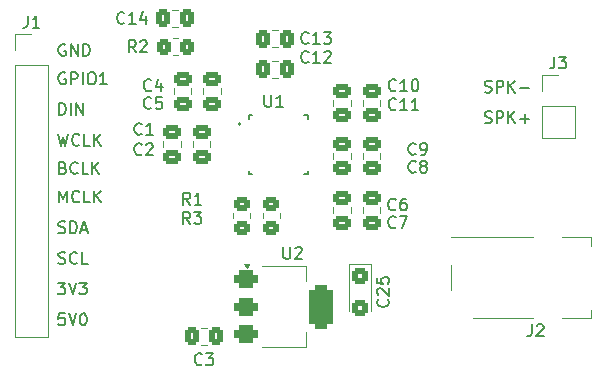
<source format=gbr>
%TF.GenerationSoftware,KiCad,Pcbnew,9.0.2*%
%TF.CreationDate,2025-05-22T21:41:21+02:00*%
%TF.ProjectId,audio_eval01,61756469-6f5f-4657-9661-6c30312e6b69,rev?*%
%TF.SameCoordinates,Original*%
%TF.FileFunction,Legend,Top*%
%TF.FilePolarity,Positive*%
%FSLAX46Y46*%
G04 Gerber Fmt 4.6, Leading zero omitted, Abs format (unit mm)*
G04 Created by KiCad (PCBNEW 9.0.2) date 2025-05-22 21:41:21*
%MOMM*%
%LPD*%
G01*
G04 APERTURE LIST*
G04 Aperture macros list*
%AMRoundRect*
0 Rectangle with rounded corners*
0 $1 Rounding radius*
0 $2 $3 $4 $5 $6 $7 $8 $9 X,Y pos of 4 corners*
0 Add a 4 corners polygon primitive as box body*
4,1,4,$2,$3,$4,$5,$6,$7,$8,$9,$2,$3,0*
0 Add four circle primitives for the rounded corners*
1,1,$1+$1,$2,$3*
1,1,$1+$1,$4,$5*
1,1,$1+$1,$6,$7*
1,1,$1+$1,$8,$9*
0 Add four rect primitives between the rounded corners*
20,1,$1+$1,$2,$3,$4,$5,0*
20,1,$1+$1,$4,$5,$6,$7,0*
20,1,$1+$1,$6,$7,$8,$9,0*
20,1,$1+$1,$8,$9,$2,$3,0*%
G04 Aperture macros list end*
%ADD10C,0.150000*%
%ADD11C,0.120000*%
%ADD12C,0.127000*%
%ADD13C,0.200000*%
%ADD14C,0.010000*%
%ADD15RoundRect,0.250000X0.337500X0.475000X-0.337500X0.475000X-0.337500X-0.475000X0.337500X-0.475000X0*%
%ADD16RoundRect,0.250000X0.475000X-0.337500X0.475000X0.337500X-0.475000X0.337500X-0.475000X-0.337500X0*%
%ADD17RoundRect,0.250000X-0.475000X0.337500X-0.475000X-0.337500X0.475000X-0.337500X0.475000X0.337500X0*%
%ADD18R,1.700000X1.700000*%
%ADD19C,1.700000*%
%ADD20RoundRect,0.250000X0.450000X-0.350000X0.450000X0.350000X-0.450000X0.350000X-0.450000X-0.350000X0*%
%ADD21RoundRect,0.250000X-0.445000X0.457500X-0.445000X-0.457500X0.445000X-0.457500X0.445000X0.457500X0*%
%ADD22RoundRect,0.250000X-0.350000X-0.450000X0.350000X-0.450000X0.350000X0.450000X-0.350000X0.450000X0*%
%ADD23C,1.000000*%
%ADD24R,1.900000X1.900000*%
%ADD25C,1.900000*%
%ADD26RoundRect,0.375000X-0.625000X-0.375000X0.625000X-0.375000X0.625000X0.375000X-0.625000X0.375000X0*%
%ADD27RoundRect,0.500000X-0.500000X-1.400000X0.500000X-1.400000X0.500000X1.400000X-0.500000X1.400000X0*%
G04 APERTURE END LIST*
D10*
X127060588Y-76917438D02*
X126965350Y-76869819D01*
X126965350Y-76869819D02*
X126822493Y-76869819D01*
X126822493Y-76869819D02*
X126679636Y-76917438D01*
X126679636Y-76917438D02*
X126584398Y-77012676D01*
X126584398Y-77012676D02*
X126536779Y-77107914D01*
X126536779Y-77107914D02*
X126489160Y-77298390D01*
X126489160Y-77298390D02*
X126489160Y-77441247D01*
X126489160Y-77441247D02*
X126536779Y-77631723D01*
X126536779Y-77631723D02*
X126584398Y-77726961D01*
X126584398Y-77726961D02*
X126679636Y-77822200D01*
X126679636Y-77822200D02*
X126822493Y-77869819D01*
X126822493Y-77869819D02*
X126917731Y-77869819D01*
X126917731Y-77869819D02*
X127060588Y-77822200D01*
X127060588Y-77822200D02*
X127108207Y-77774580D01*
X127108207Y-77774580D02*
X127108207Y-77441247D01*
X127108207Y-77441247D02*
X126917731Y-77441247D01*
X127536779Y-77869819D02*
X127536779Y-76869819D01*
X127536779Y-76869819D02*
X127917731Y-76869819D01*
X127917731Y-76869819D02*
X128012969Y-76917438D01*
X128012969Y-76917438D02*
X128060588Y-76965057D01*
X128060588Y-76965057D02*
X128108207Y-77060295D01*
X128108207Y-77060295D02*
X128108207Y-77203152D01*
X128108207Y-77203152D02*
X128060588Y-77298390D01*
X128060588Y-77298390D02*
X128012969Y-77346009D01*
X128012969Y-77346009D02*
X127917731Y-77393628D01*
X127917731Y-77393628D02*
X127536779Y-77393628D01*
X128536779Y-77869819D02*
X128536779Y-76869819D01*
X129203445Y-76869819D02*
X129393921Y-76869819D01*
X129393921Y-76869819D02*
X129489159Y-76917438D01*
X129489159Y-76917438D02*
X129584397Y-77012676D01*
X129584397Y-77012676D02*
X129632016Y-77203152D01*
X129632016Y-77203152D02*
X129632016Y-77536485D01*
X129632016Y-77536485D02*
X129584397Y-77726961D01*
X129584397Y-77726961D02*
X129489159Y-77822200D01*
X129489159Y-77822200D02*
X129393921Y-77869819D01*
X129393921Y-77869819D02*
X129203445Y-77869819D01*
X129203445Y-77869819D02*
X129108207Y-77822200D01*
X129108207Y-77822200D02*
X129012969Y-77726961D01*
X129012969Y-77726961D02*
X128965350Y-77536485D01*
X128965350Y-77536485D02*
X128965350Y-77203152D01*
X128965350Y-77203152D02*
X129012969Y-77012676D01*
X129012969Y-77012676D02*
X129108207Y-76917438D01*
X129108207Y-76917438D02*
X129203445Y-76869819D01*
X130584397Y-77869819D02*
X130012969Y-77869819D01*
X130298683Y-77869819D02*
X130298683Y-76869819D01*
X130298683Y-76869819D02*
X130203445Y-77012676D01*
X130203445Y-77012676D02*
X130108207Y-77107914D01*
X130108207Y-77107914D02*
X130012969Y-77155533D01*
X126536779Y-87869819D02*
X126536779Y-86869819D01*
X126536779Y-86869819D02*
X126870112Y-87584104D01*
X126870112Y-87584104D02*
X127203445Y-86869819D01*
X127203445Y-86869819D02*
X127203445Y-87869819D01*
X128251064Y-87774580D02*
X128203445Y-87822200D01*
X128203445Y-87822200D02*
X128060588Y-87869819D01*
X128060588Y-87869819D02*
X127965350Y-87869819D01*
X127965350Y-87869819D02*
X127822493Y-87822200D01*
X127822493Y-87822200D02*
X127727255Y-87726961D01*
X127727255Y-87726961D02*
X127679636Y-87631723D01*
X127679636Y-87631723D02*
X127632017Y-87441247D01*
X127632017Y-87441247D02*
X127632017Y-87298390D01*
X127632017Y-87298390D02*
X127679636Y-87107914D01*
X127679636Y-87107914D02*
X127727255Y-87012676D01*
X127727255Y-87012676D02*
X127822493Y-86917438D01*
X127822493Y-86917438D02*
X127965350Y-86869819D01*
X127965350Y-86869819D02*
X128060588Y-86869819D01*
X128060588Y-86869819D02*
X128203445Y-86917438D01*
X128203445Y-86917438D02*
X128251064Y-86965057D01*
X129155826Y-87869819D02*
X128679636Y-87869819D01*
X128679636Y-87869819D02*
X128679636Y-86869819D01*
X129489160Y-87869819D02*
X129489160Y-86869819D01*
X130060588Y-87869819D02*
X129632017Y-87298390D01*
X130060588Y-86869819D02*
X129489160Y-87441247D01*
X126441541Y-82069819D02*
X126679636Y-83069819D01*
X126679636Y-83069819D02*
X126870112Y-82355533D01*
X126870112Y-82355533D02*
X127060588Y-83069819D01*
X127060588Y-83069819D02*
X127298684Y-82069819D01*
X128251064Y-82974580D02*
X128203445Y-83022200D01*
X128203445Y-83022200D02*
X128060588Y-83069819D01*
X128060588Y-83069819D02*
X127965350Y-83069819D01*
X127965350Y-83069819D02*
X127822493Y-83022200D01*
X127822493Y-83022200D02*
X127727255Y-82926961D01*
X127727255Y-82926961D02*
X127679636Y-82831723D01*
X127679636Y-82831723D02*
X127632017Y-82641247D01*
X127632017Y-82641247D02*
X127632017Y-82498390D01*
X127632017Y-82498390D02*
X127679636Y-82307914D01*
X127679636Y-82307914D02*
X127727255Y-82212676D01*
X127727255Y-82212676D02*
X127822493Y-82117438D01*
X127822493Y-82117438D02*
X127965350Y-82069819D01*
X127965350Y-82069819D02*
X128060588Y-82069819D01*
X128060588Y-82069819D02*
X128203445Y-82117438D01*
X128203445Y-82117438D02*
X128251064Y-82165057D01*
X129155826Y-83069819D02*
X128679636Y-83069819D01*
X128679636Y-83069819D02*
X128679636Y-82069819D01*
X129489160Y-83069819D02*
X129489160Y-82069819D01*
X130060588Y-83069819D02*
X129632017Y-82498390D01*
X130060588Y-82069819D02*
X129489160Y-82641247D01*
X126489160Y-90422200D02*
X126632017Y-90469819D01*
X126632017Y-90469819D02*
X126870112Y-90469819D01*
X126870112Y-90469819D02*
X126965350Y-90422200D01*
X126965350Y-90422200D02*
X127012969Y-90374580D01*
X127012969Y-90374580D02*
X127060588Y-90279342D01*
X127060588Y-90279342D02*
X127060588Y-90184104D01*
X127060588Y-90184104D02*
X127012969Y-90088866D01*
X127012969Y-90088866D02*
X126965350Y-90041247D01*
X126965350Y-90041247D02*
X126870112Y-89993628D01*
X126870112Y-89993628D02*
X126679636Y-89946009D01*
X126679636Y-89946009D02*
X126584398Y-89898390D01*
X126584398Y-89898390D02*
X126536779Y-89850771D01*
X126536779Y-89850771D02*
X126489160Y-89755533D01*
X126489160Y-89755533D02*
X126489160Y-89660295D01*
X126489160Y-89660295D02*
X126536779Y-89565057D01*
X126536779Y-89565057D02*
X126584398Y-89517438D01*
X126584398Y-89517438D02*
X126679636Y-89469819D01*
X126679636Y-89469819D02*
X126917731Y-89469819D01*
X126917731Y-89469819D02*
X127060588Y-89517438D01*
X127489160Y-90469819D02*
X127489160Y-89469819D01*
X127489160Y-89469819D02*
X127727255Y-89469819D01*
X127727255Y-89469819D02*
X127870112Y-89517438D01*
X127870112Y-89517438D02*
X127965350Y-89612676D01*
X127965350Y-89612676D02*
X128012969Y-89707914D01*
X128012969Y-89707914D02*
X128060588Y-89898390D01*
X128060588Y-89898390D02*
X128060588Y-90041247D01*
X128060588Y-90041247D02*
X128012969Y-90231723D01*
X128012969Y-90231723D02*
X127965350Y-90326961D01*
X127965350Y-90326961D02*
X127870112Y-90422200D01*
X127870112Y-90422200D02*
X127727255Y-90469819D01*
X127727255Y-90469819D02*
X127489160Y-90469819D01*
X128441541Y-90184104D02*
X128917731Y-90184104D01*
X128346303Y-90469819D02*
X128679636Y-89469819D01*
X128679636Y-89469819D02*
X129012969Y-90469819D01*
X126536779Y-80469819D02*
X126536779Y-79469819D01*
X126536779Y-79469819D02*
X126774874Y-79469819D01*
X126774874Y-79469819D02*
X126917731Y-79517438D01*
X126917731Y-79517438D02*
X127012969Y-79612676D01*
X127012969Y-79612676D02*
X127060588Y-79707914D01*
X127060588Y-79707914D02*
X127108207Y-79898390D01*
X127108207Y-79898390D02*
X127108207Y-80041247D01*
X127108207Y-80041247D02*
X127060588Y-80231723D01*
X127060588Y-80231723D02*
X127012969Y-80326961D01*
X127012969Y-80326961D02*
X126917731Y-80422200D01*
X126917731Y-80422200D02*
X126774874Y-80469819D01*
X126774874Y-80469819D02*
X126536779Y-80469819D01*
X127536779Y-80469819D02*
X127536779Y-79469819D01*
X128012969Y-80469819D02*
X128012969Y-79469819D01*
X128012969Y-79469819D02*
X128584397Y-80469819D01*
X128584397Y-80469819D02*
X128584397Y-79469819D01*
X127060588Y-74517438D02*
X126965350Y-74469819D01*
X126965350Y-74469819D02*
X126822493Y-74469819D01*
X126822493Y-74469819D02*
X126679636Y-74517438D01*
X126679636Y-74517438D02*
X126584398Y-74612676D01*
X126584398Y-74612676D02*
X126536779Y-74707914D01*
X126536779Y-74707914D02*
X126489160Y-74898390D01*
X126489160Y-74898390D02*
X126489160Y-75041247D01*
X126489160Y-75041247D02*
X126536779Y-75231723D01*
X126536779Y-75231723D02*
X126584398Y-75326961D01*
X126584398Y-75326961D02*
X126679636Y-75422200D01*
X126679636Y-75422200D02*
X126822493Y-75469819D01*
X126822493Y-75469819D02*
X126917731Y-75469819D01*
X126917731Y-75469819D02*
X127060588Y-75422200D01*
X127060588Y-75422200D02*
X127108207Y-75374580D01*
X127108207Y-75374580D02*
X127108207Y-75041247D01*
X127108207Y-75041247D02*
X126917731Y-75041247D01*
X127536779Y-75469819D02*
X127536779Y-74469819D01*
X127536779Y-74469819D02*
X128108207Y-75469819D01*
X128108207Y-75469819D02*
X128108207Y-74469819D01*
X128584398Y-75469819D02*
X128584398Y-74469819D01*
X128584398Y-74469819D02*
X128822493Y-74469819D01*
X128822493Y-74469819D02*
X128965350Y-74517438D01*
X128965350Y-74517438D02*
X129060588Y-74612676D01*
X129060588Y-74612676D02*
X129108207Y-74707914D01*
X129108207Y-74707914D02*
X129155826Y-74898390D01*
X129155826Y-74898390D02*
X129155826Y-75041247D01*
X129155826Y-75041247D02*
X129108207Y-75231723D01*
X129108207Y-75231723D02*
X129060588Y-75326961D01*
X129060588Y-75326961D02*
X128965350Y-75422200D01*
X128965350Y-75422200D02*
X128822493Y-75469819D01*
X128822493Y-75469819D02*
X128584398Y-75469819D01*
X126489160Y-93022200D02*
X126632017Y-93069819D01*
X126632017Y-93069819D02*
X126870112Y-93069819D01*
X126870112Y-93069819D02*
X126965350Y-93022200D01*
X126965350Y-93022200D02*
X127012969Y-92974580D01*
X127012969Y-92974580D02*
X127060588Y-92879342D01*
X127060588Y-92879342D02*
X127060588Y-92784104D01*
X127060588Y-92784104D02*
X127012969Y-92688866D01*
X127012969Y-92688866D02*
X126965350Y-92641247D01*
X126965350Y-92641247D02*
X126870112Y-92593628D01*
X126870112Y-92593628D02*
X126679636Y-92546009D01*
X126679636Y-92546009D02*
X126584398Y-92498390D01*
X126584398Y-92498390D02*
X126536779Y-92450771D01*
X126536779Y-92450771D02*
X126489160Y-92355533D01*
X126489160Y-92355533D02*
X126489160Y-92260295D01*
X126489160Y-92260295D02*
X126536779Y-92165057D01*
X126536779Y-92165057D02*
X126584398Y-92117438D01*
X126584398Y-92117438D02*
X126679636Y-92069819D01*
X126679636Y-92069819D02*
X126917731Y-92069819D01*
X126917731Y-92069819D02*
X127060588Y-92117438D01*
X128060588Y-92974580D02*
X128012969Y-93022200D01*
X128012969Y-93022200D02*
X127870112Y-93069819D01*
X127870112Y-93069819D02*
X127774874Y-93069819D01*
X127774874Y-93069819D02*
X127632017Y-93022200D01*
X127632017Y-93022200D02*
X127536779Y-92926961D01*
X127536779Y-92926961D02*
X127489160Y-92831723D01*
X127489160Y-92831723D02*
X127441541Y-92641247D01*
X127441541Y-92641247D02*
X127441541Y-92498390D01*
X127441541Y-92498390D02*
X127489160Y-92307914D01*
X127489160Y-92307914D02*
X127536779Y-92212676D01*
X127536779Y-92212676D02*
X127632017Y-92117438D01*
X127632017Y-92117438D02*
X127774874Y-92069819D01*
X127774874Y-92069819D02*
X127870112Y-92069819D01*
X127870112Y-92069819D02*
X128012969Y-92117438D01*
X128012969Y-92117438D02*
X128060588Y-92165057D01*
X128965350Y-93069819D02*
X128489160Y-93069819D01*
X128489160Y-93069819D02*
X128489160Y-92069819D01*
X126870112Y-84946009D02*
X127012969Y-84993628D01*
X127012969Y-84993628D02*
X127060588Y-85041247D01*
X127060588Y-85041247D02*
X127108207Y-85136485D01*
X127108207Y-85136485D02*
X127108207Y-85279342D01*
X127108207Y-85279342D02*
X127060588Y-85374580D01*
X127060588Y-85374580D02*
X127012969Y-85422200D01*
X127012969Y-85422200D02*
X126917731Y-85469819D01*
X126917731Y-85469819D02*
X126536779Y-85469819D01*
X126536779Y-85469819D02*
X126536779Y-84469819D01*
X126536779Y-84469819D02*
X126870112Y-84469819D01*
X126870112Y-84469819D02*
X126965350Y-84517438D01*
X126965350Y-84517438D02*
X127012969Y-84565057D01*
X127012969Y-84565057D02*
X127060588Y-84660295D01*
X127060588Y-84660295D02*
X127060588Y-84755533D01*
X127060588Y-84755533D02*
X127012969Y-84850771D01*
X127012969Y-84850771D02*
X126965350Y-84898390D01*
X126965350Y-84898390D02*
X126870112Y-84946009D01*
X126870112Y-84946009D02*
X126536779Y-84946009D01*
X128108207Y-85374580D02*
X128060588Y-85422200D01*
X128060588Y-85422200D02*
X127917731Y-85469819D01*
X127917731Y-85469819D02*
X127822493Y-85469819D01*
X127822493Y-85469819D02*
X127679636Y-85422200D01*
X127679636Y-85422200D02*
X127584398Y-85326961D01*
X127584398Y-85326961D02*
X127536779Y-85231723D01*
X127536779Y-85231723D02*
X127489160Y-85041247D01*
X127489160Y-85041247D02*
X127489160Y-84898390D01*
X127489160Y-84898390D02*
X127536779Y-84707914D01*
X127536779Y-84707914D02*
X127584398Y-84612676D01*
X127584398Y-84612676D02*
X127679636Y-84517438D01*
X127679636Y-84517438D02*
X127822493Y-84469819D01*
X127822493Y-84469819D02*
X127917731Y-84469819D01*
X127917731Y-84469819D02*
X128060588Y-84517438D01*
X128060588Y-84517438D02*
X128108207Y-84565057D01*
X129012969Y-85469819D02*
X128536779Y-85469819D01*
X128536779Y-85469819D02*
X128536779Y-84469819D01*
X129346303Y-85469819D02*
X129346303Y-84469819D01*
X129917731Y-85469819D02*
X129489160Y-84898390D01*
X129917731Y-84469819D02*
X129346303Y-85041247D01*
X162589160Y-78522200D02*
X162732017Y-78569819D01*
X162732017Y-78569819D02*
X162970112Y-78569819D01*
X162970112Y-78569819D02*
X163065350Y-78522200D01*
X163065350Y-78522200D02*
X163112969Y-78474580D01*
X163112969Y-78474580D02*
X163160588Y-78379342D01*
X163160588Y-78379342D02*
X163160588Y-78284104D01*
X163160588Y-78284104D02*
X163112969Y-78188866D01*
X163112969Y-78188866D02*
X163065350Y-78141247D01*
X163065350Y-78141247D02*
X162970112Y-78093628D01*
X162970112Y-78093628D02*
X162779636Y-78046009D01*
X162779636Y-78046009D02*
X162684398Y-77998390D01*
X162684398Y-77998390D02*
X162636779Y-77950771D01*
X162636779Y-77950771D02*
X162589160Y-77855533D01*
X162589160Y-77855533D02*
X162589160Y-77760295D01*
X162589160Y-77760295D02*
X162636779Y-77665057D01*
X162636779Y-77665057D02*
X162684398Y-77617438D01*
X162684398Y-77617438D02*
X162779636Y-77569819D01*
X162779636Y-77569819D02*
X163017731Y-77569819D01*
X163017731Y-77569819D02*
X163160588Y-77617438D01*
X163589160Y-78569819D02*
X163589160Y-77569819D01*
X163589160Y-77569819D02*
X163970112Y-77569819D01*
X163970112Y-77569819D02*
X164065350Y-77617438D01*
X164065350Y-77617438D02*
X164112969Y-77665057D01*
X164112969Y-77665057D02*
X164160588Y-77760295D01*
X164160588Y-77760295D02*
X164160588Y-77903152D01*
X164160588Y-77903152D02*
X164112969Y-77998390D01*
X164112969Y-77998390D02*
X164065350Y-78046009D01*
X164065350Y-78046009D02*
X163970112Y-78093628D01*
X163970112Y-78093628D02*
X163589160Y-78093628D01*
X164589160Y-78569819D02*
X164589160Y-77569819D01*
X165160588Y-78569819D02*
X164732017Y-77998390D01*
X165160588Y-77569819D02*
X164589160Y-78141247D01*
X165589160Y-78188866D02*
X166351065Y-78188866D01*
X127012969Y-97269819D02*
X126536779Y-97269819D01*
X126536779Y-97269819D02*
X126489160Y-97746009D01*
X126489160Y-97746009D02*
X126536779Y-97698390D01*
X126536779Y-97698390D02*
X126632017Y-97650771D01*
X126632017Y-97650771D02*
X126870112Y-97650771D01*
X126870112Y-97650771D02*
X126965350Y-97698390D01*
X126965350Y-97698390D02*
X127012969Y-97746009D01*
X127012969Y-97746009D02*
X127060588Y-97841247D01*
X127060588Y-97841247D02*
X127060588Y-98079342D01*
X127060588Y-98079342D02*
X127012969Y-98174580D01*
X127012969Y-98174580D02*
X126965350Y-98222200D01*
X126965350Y-98222200D02*
X126870112Y-98269819D01*
X126870112Y-98269819D02*
X126632017Y-98269819D01*
X126632017Y-98269819D02*
X126536779Y-98222200D01*
X126536779Y-98222200D02*
X126489160Y-98174580D01*
X127346303Y-97269819D02*
X127679636Y-98269819D01*
X127679636Y-98269819D02*
X128012969Y-97269819D01*
X128536779Y-97269819D02*
X128632017Y-97269819D01*
X128632017Y-97269819D02*
X128727255Y-97317438D01*
X128727255Y-97317438D02*
X128774874Y-97365057D01*
X128774874Y-97365057D02*
X128822493Y-97460295D01*
X128822493Y-97460295D02*
X128870112Y-97650771D01*
X128870112Y-97650771D02*
X128870112Y-97888866D01*
X128870112Y-97888866D02*
X128822493Y-98079342D01*
X128822493Y-98079342D02*
X128774874Y-98174580D01*
X128774874Y-98174580D02*
X128727255Y-98222200D01*
X128727255Y-98222200D02*
X128632017Y-98269819D01*
X128632017Y-98269819D02*
X128536779Y-98269819D01*
X128536779Y-98269819D02*
X128441541Y-98222200D01*
X128441541Y-98222200D02*
X128393922Y-98174580D01*
X128393922Y-98174580D02*
X128346303Y-98079342D01*
X128346303Y-98079342D02*
X128298684Y-97888866D01*
X128298684Y-97888866D02*
X128298684Y-97650771D01*
X128298684Y-97650771D02*
X128346303Y-97460295D01*
X128346303Y-97460295D02*
X128393922Y-97365057D01*
X128393922Y-97365057D02*
X128441541Y-97317438D01*
X128441541Y-97317438D02*
X128536779Y-97269819D01*
X126441541Y-94669819D02*
X127060588Y-94669819D01*
X127060588Y-94669819D02*
X126727255Y-95050771D01*
X126727255Y-95050771D02*
X126870112Y-95050771D01*
X126870112Y-95050771D02*
X126965350Y-95098390D01*
X126965350Y-95098390D02*
X127012969Y-95146009D01*
X127012969Y-95146009D02*
X127060588Y-95241247D01*
X127060588Y-95241247D02*
X127060588Y-95479342D01*
X127060588Y-95479342D02*
X127012969Y-95574580D01*
X127012969Y-95574580D02*
X126965350Y-95622200D01*
X126965350Y-95622200D02*
X126870112Y-95669819D01*
X126870112Y-95669819D02*
X126584398Y-95669819D01*
X126584398Y-95669819D02*
X126489160Y-95622200D01*
X126489160Y-95622200D02*
X126441541Y-95574580D01*
X127346303Y-94669819D02*
X127679636Y-95669819D01*
X127679636Y-95669819D02*
X128012969Y-94669819D01*
X128251065Y-94669819D02*
X128870112Y-94669819D01*
X128870112Y-94669819D02*
X128536779Y-95050771D01*
X128536779Y-95050771D02*
X128679636Y-95050771D01*
X128679636Y-95050771D02*
X128774874Y-95098390D01*
X128774874Y-95098390D02*
X128822493Y-95146009D01*
X128822493Y-95146009D02*
X128870112Y-95241247D01*
X128870112Y-95241247D02*
X128870112Y-95479342D01*
X128870112Y-95479342D02*
X128822493Y-95574580D01*
X128822493Y-95574580D02*
X128774874Y-95622200D01*
X128774874Y-95622200D02*
X128679636Y-95669819D01*
X128679636Y-95669819D02*
X128393922Y-95669819D01*
X128393922Y-95669819D02*
X128298684Y-95622200D01*
X128298684Y-95622200D02*
X128251065Y-95574580D01*
X162589160Y-81122200D02*
X162732017Y-81169819D01*
X162732017Y-81169819D02*
X162970112Y-81169819D01*
X162970112Y-81169819D02*
X163065350Y-81122200D01*
X163065350Y-81122200D02*
X163112969Y-81074580D01*
X163112969Y-81074580D02*
X163160588Y-80979342D01*
X163160588Y-80979342D02*
X163160588Y-80884104D01*
X163160588Y-80884104D02*
X163112969Y-80788866D01*
X163112969Y-80788866D02*
X163065350Y-80741247D01*
X163065350Y-80741247D02*
X162970112Y-80693628D01*
X162970112Y-80693628D02*
X162779636Y-80646009D01*
X162779636Y-80646009D02*
X162684398Y-80598390D01*
X162684398Y-80598390D02*
X162636779Y-80550771D01*
X162636779Y-80550771D02*
X162589160Y-80455533D01*
X162589160Y-80455533D02*
X162589160Y-80360295D01*
X162589160Y-80360295D02*
X162636779Y-80265057D01*
X162636779Y-80265057D02*
X162684398Y-80217438D01*
X162684398Y-80217438D02*
X162779636Y-80169819D01*
X162779636Y-80169819D02*
X163017731Y-80169819D01*
X163017731Y-80169819D02*
X163160588Y-80217438D01*
X163589160Y-81169819D02*
X163589160Y-80169819D01*
X163589160Y-80169819D02*
X163970112Y-80169819D01*
X163970112Y-80169819D02*
X164065350Y-80217438D01*
X164065350Y-80217438D02*
X164112969Y-80265057D01*
X164112969Y-80265057D02*
X164160588Y-80360295D01*
X164160588Y-80360295D02*
X164160588Y-80503152D01*
X164160588Y-80503152D02*
X164112969Y-80598390D01*
X164112969Y-80598390D02*
X164065350Y-80646009D01*
X164065350Y-80646009D02*
X163970112Y-80693628D01*
X163970112Y-80693628D02*
X163589160Y-80693628D01*
X164589160Y-81169819D02*
X164589160Y-80169819D01*
X165160588Y-81169819D02*
X164732017Y-80598390D01*
X165160588Y-80169819D02*
X164589160Y-80741247D01*
X165589160Y-80788866D02*
X166351065Y-80788866D01*
X165970112Y-81169819D02*
X165970112Y-80407914D01*
X147657142Y-74359580D02*
X147609523Y-74407200D01*
X147609523Y-74407200D02*
X147466666Y-74454819D01*
X147466666Y-74454819D02*
X147371428Y-74454819D01*
X147371428Y-74454819D02*
X147228571Y-74407200D01*
X147228571Y-74407200D02*
X147133333Y-74311961D01*
X147133333Y-74311961D02*
X147085714Y-74216723D01*
X147085714Y-74216723D02*
X147038095Y-74026247D01*
X147038095Y-74026247D02*
X147038095Y-73883390D01*
X147038095Y-73883390D02*
X147085714Y-73692914D01*
X147085714Y-73692914D02*
X147133333Y-73597676D01*
X147133333Y-73597676D02*
X147228571Y-73502438D01*
X147228571Y-73502438D02*
X147371428Y-73454819D01*
X147371428Y-73454819D02*
X147466666Y-73454819D01*
X147466666Y-73454819D02*
X147609523Y-73502438D01*
X147609523Y-73502438D02*
X147657142Y-73550057D01*
X148609523Y-74454819D02*
X148038095Y-74454819D01*
X148323809Y-74454819D02*
X148323809Y-73454819D01*
X148323809Y-73454819D02*
X148228571Y-73597676D01*
X148228571Y-73597676D02*
X148133333Y-73692914D01*
X148133333Y-73692914D02*
X148038095Y-73740533D01*
X148942857Y-73454819D02*
X149561904Y-73454819D01*
X149561904Y-73454819D02*
X149228571Y-73835771D01*
X149228571Y-73835771D02*
X149371428Y-73835771D01*
X149371428Y-73835771D02*
X149466666Y-73883390D01*
X149466666Y-73883390D02*
X149514285Y-73931009D01*
X149514285Y-73931009D02*
X149561904Y-74026247D01*
X149561904Y-74026247D02*
X149561904Y-74264342D01*
X149561904Y-74264342D02*
X149514285Y-74359580D01*
X149514285Y-74359580D02*
X149466666Y-74407200D01*
X149466666Y-74407200D02*
X149371428Y-74454819D01*
X149371428Y-74454819D02*
X149085714Y-74454819D01*
X149085714Y-74454819D02*
X148990476Y-74407200D01*
X148990476Y-74407200D02*
X148942857Y-74359580D01*
X134333333Y-79859580D02*
X134285714Y-79907200D01*
X134285714Y-79907200D02*
X134142857Y-79954819D01*
X134142857Y-79954819D02*
X134047619Y-79954819D01*
X134047619Y-79954819D02*
X133904762Y-79907200D01*
X133904762Y-79907200D02*
X133809524Y-79811961D01*
X133809524Y-79811961D02*
X133761905Y-79716723D01*
X133761905Y-79716723D02*
X133714286Y-79526247D01*
X133714286Y-79526247D02*
X133714286Y-79383390D01*
X133714286Y-79383390D02*
X133761905Y-79192914D01*
X133761905Y-79192914D02*
X133809524Y-79097676D01*
X133809524Y-79097676D02*
X133904762Y-79002438D01*
X133904762Y-79002438D02*
X134047619Y-78954819D01*
X134047619Y-78954819D02*
X134142857Y-78954819D01*
X134142857Y-78954819D02*
X134285714Y-79002438D01*
X134285714Y-79002438D02*
X134333333Y-79050057D01*
X135238095Y-78954819D02*
X134761905Y-78954819D01*
X134761905Y-78954819D02*
X134714286Y-79431009D01*
X134714286Y-79431009D02*
X134761905Y-79383390D01*
X134761905Y-79383390D02*
X134857143Y-79335771D01*
X134857143Y-79335771D02*
X135095238Y-79335771D01*
X135095238Y-79335771D02*
X135190476Y-79383390D01*
X135190476Y-79383390D02*
X135238095Y-79431009D01*
X135238095Y-79431009D02*
X135285714Y-79526247D01*
X135285714Y-79526247D02*
X135285714Y-79764342D01*
X135285714Y-79764342D02*
X135238095Y-79859580D01*
X135238095Y-79859580D02*
X135190476Y-79907200D01*
X135190476Y-79907200D02*
X135095238Y-79954819D01*
X135095238Y-79954819D02*
X134857143Y-79954819D01*
X134857143Y-79954819D02*
X134761905Y-79907200D01*
X134761905Y-79907200D02*
X134714286Y-79859580D01*
X156733333Y-83759580D02*
X156685714Y-83807200D01*
X156685714Y-83807200D02*
X156542857Y-83854819D01*
X156542857Y-83854819D02*
X156447619Y-83854819D01*
X156447619Y-83854819D02*
X156304762Y-83807200D01*
X156304762Y-83807200D02*
X156209524Y-83711961D01*
X156209524Y-83711961D02*
X156161905Y-83616723D01*
X156161905Y-83616723D02*
X156114286Y-83426247D01*
X156114286Y-83426247D02*
X156114286Y-83283390D01*
X156114286Y-83283390D02*
X156161905Y-83092914D01*
X156161905Y-83092914D02*
X156209524Y-82997676D01*
X156209524Y-82997676D02*
X156304762Y-82902438D01*
X156304762Y-82902438D02*
X156447619Y-82854819D01*
X156447619Y-82854819D02*
X156542857Y-82854819D01*
X156542857Y-82854819D02*
X156685714Y-82902438D01*
X156685714Y-82902438D02*
X156733333Y-82950057D01*
X157209524Y-83854819D02*
X157400000Y-83854819D01*
X157400000Y-83854819D02*
X157495238Y-83807200D01*
X157495238Y-83807200D02*
X157542857Y-83759580D01*
X157542857Y-83759580D02*
X157638095Y-83616723D01*
X157638095Y-83616723D02*
X157685714Y-83426247D01*
X157685714Y-83426247D02*
X157685714Y-83045295D01*
X157685714Y-83045295D02*
X157638095Y-82950057D01*
X157638095Y-82950057D02*
X157590476Y-82902438D01*
X157590476Y-82902438D02*
X157495238Y-82854819D01*
X157495238Y-82854819D02*
X157304762Y-82854819D01*
X157304762Y-82854819D02*
X157209524Y-82902438D01*
X157209524Y-82902438D02*
X157161905Y-82950057D01*
X157161905Y-82950057D02*
X157114286Y-83045295D01*
X157114286Y-83045295D02*
X157114286Y-83283390D01*
X157114286Y-83283390D02*
X157161905Y-83378628D01*
X157161905Y-83378628D02*
X157209524Y-83426247D01*
X157209524Y-83426247D02*
X157304762Y-83473866D01*
X157304762Y-83473866D02*
X157495238Y-83473866D01*
X157495238Y-83473866D02*
X157590476Y-83426247D01*
X157590476Y-83426247D02*
X157638095Y-83378628D01*
X157638095Y-83378628D02*
X157685714Y-83283390D01*
X168466666Y-75534819D02*
X168466666Y-76249104D01*
X168466666Y-76249104D02*
X168419047Y-76391961D01*
X168419047Y-76391961D02*
X168323809Y-76487200D01*
X168323809Y-76487200D02*
X168180952Y-76534819D01*
X168180952Y-76534819D02*
X168085714Y-76534819D01*
X168847619Y-75534819D02*
X169466666Y-75534819D01*
X169466666Y-75534819D02*
X169133333Y-75915771D01*
X169133333Y-75915771D02*
X169276190Y-75915771D01*
X169276190Y-75915771D02*
X169371428Y-75963390D01*
X169371428Y-75963390D02*
X169419047Y-76011009D01*
X169419047Y-76011009D02*
X169466666Y-76106247D01*
X169466666Y-76106247D02*
X169466666Y-76344342D01*
X169466666Y-76344342D02*
X169419047Y-76439580D01*
X169419047Y-76439580D02*
X169371428Y-76487200D01*
X169371428Y-76487200D02*
X169276190Y-76534819D01*
X169276190Y-76534819D02*
X168990476Y-76534819D01*
X168990476Y-76534819D02*
X168895238Y-76487200D01*
X168895238Y-76487200D02*
X168847619Y-76439580D01*
X155033333Y-88459580D02*
X154985714Y-88507200D01*
X154985714Y-88507200D02*
X154842857Y-88554819D01*
X154842857Y-88554819D02*
X154747619Y-88554819D01*
X154747619Y-88554819D02*
X154604762Y-88507200D01*
X154604762Y-88507200D02*
X154509524Y-88411961D01*
X154509524Y-88411961D02*
X154461905Y-88316723D01*
X154461905Y-88316723D02*
X154414286Y-88126247D01*
X154414286Y-88126247D02*
X154414286Y-87983390D01*
X154414286Y-87983390D02*
X154461905Y-87792914D01*
X154461905Y-87792914D02*
X154509524Y-87697676D01*
X154509524Y-87697676D02*
X154604762Y-87602438D01*
X154604762Y-87602438D02*
X154747619Y-87554819D01*
X154747619Y-87554819D02*
X154842857Y-87554819D01*
X154842857Y-87554819D02*
X154985714Y-87602438D01*
X154985714Y-87602438D02*
X155033333Y-87650057D01*
X155890476Y-87554819D02*
X155700000Y-87554819D01*
X155700000Y-87554819D02*
X155604762Y-87602438D01*
X155604762Y-87602438D02*
X155557143Y-87650057D01*
X155557143Y-87650057D02*
X155461905Y-87792914D01*
X155461905Y-87792914D02*
X155414286Y-87983390D01*
X155414286Y-87983390D02*
X155414286Y-88364342D01*
X155414286Y-88364342D02*
X155461905Y-88459580D01*
X155461905Y-88459580D02*
X155509524Y-88507200D01*
X155509524Y-88507200D02*
X155604762Y-88554819D01*
X155604762Y-88554819D02*
X155795238Y-88554819D01*
X155795238Y-88554819D02*
X155890476Y-88507200D01*
X155890476Y-88507200D02*
X155938095Y-88459580D01*
X155938095Y-88459580D02*
X155985714Y-88364342D01*
X155985714Y-88364342D02*
X155985714Y-88126247D01*
X155985714Y-88126247D02*
X155938095Y-88031009D01*
X155938095Y-88031009D02*
X155890476Y-87983390D01*
X155890476Y-87983390D02*
X155795238Y-87935771D01*
X155795238Y-87935771D02*
X155604762Y-87935771D01*
X155604762Y-87935771D02*
X155509524Y-87983390D01*
X155509524Y-87983390D02*
X155461905Y-88031009D01*
X155461905Y-88031009D02*
X155414286Y-88126247D01*
X133533333Y-82059580D02*
X133485714Y-82107200D01*
X133485714Y-82107200D02*
X133342857Y-82154819D01*
X133342857Y-82154819D02*
X133247619Y-82154819D01*
X133247619Y-82154819D02*
X133104762Y-82107200D01*
X133104762Y-82107200D02*
X133009524Y-82011961D01*
X133009524Y-82011961D02*
X132961905Y-81916723D01*
X132961905Y-81916723D02*
X132914286Y-81726247D01*
X132914286Y-81726247D02*
X132914286Y-81583390D01*
X132914286Y-81583390D02*
X132961905Y-81392914D01*
X132961905Y-81392914D02*
X133009524Y-81297676D01*
X133009524Y-81297676D02*
X133104762Y-81202438D01*
X133104762Y-81202438D02*
X133247619Y-81154819D01*
X133247619Y-81154819D02*
X133342857Y-81154819D01*
X133342857Y-81154819D02*
X133485714Y-81202438D01*
X133485714Y-81202438D02*
X133533333Y-81250057D01*
X134485714Y-82154819D02*
X133914286Y-82154819D01*
X134200000Y-82154819D02*
X134200000Y-81154819D01*
X134200000Y-81154819D02*
X134104762Y-81297676D01*
X134104762Y-81297676D02*
X134009524Y-81392914D01*
X134009524Y-81392914D02*
X133914286Y-81440533D01*
X134333333Y-78359580D02*
X134285714Y-78407200D01*
X134285714Y-78407200D02*
X134142857Y-78454819D01*
X134142857Y-78454819D02*
X134047619Y-78454819D01*
X134047619Y-78454819D02*
X133904762Y-78407200D01*
X133904762Y-78407200D02*
X133809524Y-78311961D01*
X133809524Y-78311961D02*
X133761905Y-78216723D01*
X133761905Y-78216723D02*
X133714286Y-78026247D01*
X133714286Y-78026247D02*
X133714286Y-77883390D01*
X133714286Y-77883390D02*
X133761905Y-77692914D01*
X133761905Y-77692914D02*
X133809524Y-77597676D01*
X133809524Y-77597676D02*
X133904762Y-77502438D01*
X133904762Y-77502438D02*
X134047619Y-77454819D01*
X134047619Y-77454819D02*
X134142857Y-77454819D01*
X134142857Y-77454819D02*
X134285714Y-77502438D01*
X134285714Y-77502438D02*
X134333333Y-77550057D01*
X135190476Y-77788152D02*
X135190476Y-78454819D01*
X134952381Y-77407200D02*
X134714286Y-78121485D01*
X134714286Y-78121485D02*
X135333333Y-78121485D01*
X143928095Y-78771819D02*
X143928095Y-79581342D01*
X143928095Y-79581342D02*
X143975714Y-79676580D01*
X143975714Y-79676580D02*
X144023333Y-79724200D01*
X144023333Y-79724200D02*
X144118571Y-79771819D01*
X144118571Y-79771819D02*
X144309047Y-79771819D01*
X144309047Y-79771819D02*
X144404285Y-79724200D01*
X144404285Y-79724200D02*
X144451904Y-79676580D01*
X144451904Y-79676580D02*
X144499523Y-79581342D01*
X144499523Y-79581342D02*
X144499523Y-78771819D01*
X145499523Y-79771819D02*
X144928095Y-79771819D01*
X145213809Y-79771819D02*
X145213809Y-78771819D01*
X145213809Y-78771819D02*
X145118571Y-78914676D01*
X145118571Y-78914676D02*
X145023333Y-79009914D01*
X145023333Y-79009914D02*
X144928095Y-79057533D01*
X137633333Y-89681883D02*
X137300000Y-89205692D01*
X137061905Y-89681883D02*
X137061905Y-88681883D01*
X137061905Y-88681883D02*
X137442857Y-88681883D01*
X137442857Y-88681883D02*
X137538095Y-88729502D01*
X137538095Y-88729502D02*
X137585714Y-88777121D01*
X137585714Y-88777121D02*
X137633333Y-88872359D01*
X137633333Y-88872359D02*
X137633333Y-89015216D01*
X137633333Y-89015216D02*
X137585714Y-89110454D01*
X137585714Y-89110454D02*
X137538095Y-89158073D01*
X137538095Y-89158073D02*
X137442857Y-89205692D01*
X137442857Y-89205692D02*
X137061905Y-89205692D01*
X137966667Y-88681883D02*
X138585714Y-88681883D01*
X138585714Y-88681883D02*
X138252381Y-89062835D01*
X138252381Y-89062835D02*
X138395238Y-89062835D01*
X138395238Y-89062835D02*
X138490476Y-89110454D01*
X138490476Y-89110454D02*
X138538095Y-89158073D01*
X138538095Y-89158073D02*
X138585714Y-89253311D01*
X138585714Y-89253311D02*
X138585714Y-89491406D01*
X138585714Y-89491406D02*
X138538095Y-89586644D01*
X138538095Y-89586644D02*
X138490476Y-89634264D01*
X138490476Y-89634264D02*
X138395238Y-89681883D01*
X138395238Y-89681883D02*
X138109524Y-89681883D01*
X138109524Y-89681883D02*
X138014286Y-89634264D01*
X138014286Y-89634264D02*
X137966667Y-89586644D01*
X156733333Y-85259580D02*
X156685714Y-85307200D01*
X156685714Y-85307200D02*
X156542857Y-85354819D01*
X156542857Y-85354819D02*
X156447619Y-85354819D01*
X156447619Y-85354819D02*
X156304762Y-85307200D01*
X156304762Y-85307200D02*
X156209524Y-85211961D01*
X156209524Y-85211961D02*
X156161905Y-85116723D01*
X156161905Y-85116723D02*
X156114286Y-84926247D01*
X156114286Y-84926247D02*
X156114286Y-84783390D01*
X156114286Y-84783390D02*
X156161905Y-84592914D01*
X156161905Y-84592914D02*
X156209524Y-84497676D01*
X156209524Y-84497676D02*
X156304762Y-84402438D01*
X156304762Y-84402438D02*
X156447619Y-84354819D01*
X156447619Y-84354819D02*
X156542857Y-84354819D01*
X156542857Y-84354819D02*
X156685714Y-84402438D01*
X156685714Y-84402438D02*
X156733333Y-84450057D01*
X157304762Y-84783390D02*
X157209524Y-84735771D01*
X157209524Y-84735771D02*
X157161905Y-84688152D01*
X157161905Y-84688152D02*
X157114286Y-84592914D01*
X157114286Y-84592914D02*
X157114286Y-84545295D01*
X157114286Y-84545295D02*
X157161905Y-84450057D01*
X157161905Y-84450057D02*
X157209524Y-84402438D01*
X157209524Y-84402438D02*
X157304762Y-84354819D01*
X157304762Y-84354819D02*
X157495238Y-84354819D01*
X157495238Y-84354819D02*
X157590476Y-84402438D01*
X157590476Y-84402438D02*
X157638095Y-84450057D01*
X157638095Y-84450057D02*
X157685714Y-84545295D01*
X157685714Y-84545295D02*
X157685714Y-84592914D01*
X157685714Y-84592914D02*
X157638095Y-84688152D01*
X157638095Y-84688152D02*
X157590476Y-84735771D01*
X157590476Y-84735771D02*
X157495238Y-84783390D01*
X157495238Y-84783390D02*
X157304762Y-84783390D01*
X157304762Y-84783390D02*
X157209524Y-84831009D01*
X157209524Y-84831009D02*
X157161905Y-84878628D01*
X157161905Y-84878628D02*
X157114286Y-84973866D01*
X157114286Y-84973866D02*
X157114286Y-85164342D01*
X157114286Y-85164342D02*
X157161905Y-85259580D01*
X157161905Y-85259580D02*
X157209524Y-85307200D01*
X157209524Y-85307200D02*
X157304762Y-85354819D01*
X157304762Y-85354819D02*
X157495238Y-85354819D01*
X157495238Y-85354819D02*
X157590476Y-85307200D01*
X157590476Y-85307200D02*
X157638095Y-85259580D01*
X157638095Y-85259580D02*
X157685714Y-85164342D01*
X157685714Y-85164342D02*
X157685714Y-84973866D01*
X157685714Y-84973866D02*
X157638095Y-84878628D01*
X157638095Y-84878628D02*
X157590476Y-84831009D01*
X157590476Y-84831009D02*
X157495238Y-84783390D01*
X155057142Y-79959580D02*
X155009523Y-80007200D01*
X155009523Y-80007200D02*
X154866666Y-80054819D01*
X154866666Y-80054819D02*
X154771428Y-80054819D01*
X154771428Y-80054819D02*
X154628571Y-80007200D01*
X154628571Y-80007200D02*
X154533333Y-79911961D01*
X154533333Y-79911961D02*
X154485714Y-79816723D01*
X154485714Y-79816723D02*
X154438095Y-79626247D01*
X154438095Y-79626247D02*
X154438095Y-79483390D01*
X154438095Y-79483390D02*
X154485714Y-79292914D01*
X154485714Y-79292914D02*
X154533333Y-79197676D01*
X154533333Y-79197676D02*
X154628571Y-79102438D01*
X154628571Y-79102438D02*
X154771428Y-79054819D01*
X154771428Y-79054819D02*
X154866666Y-79054819D01*
X154866666Y-79054819D02*
X155009523Y-79102438D01*
X155009523Y-79102438D02*
X155057142Y-79150057D01*
X156009523Y-80054819D02*
X155438095Y-80054819D01*
X155723809Y-80054819D02*
X155723809Y-79054819D01*
X155723809Y-79054819D02*
X155628571Y-79197676D01*
X155628571Y-79197676D02*
X155533333Y-79292914D01*
X155533333Y-79292914D02*
X155438095Y-79340533D01*
X156961904Y-80054819D02*
X156390476Y-80054819D01*
X156676190Y-80054819D02*
X156676190Y-79054819D01*
X156676190Y-79054819D02*
X156580952Y-79197676D01*
X156580952Y-79197676D02*
X156485714Y-79292914D01*
X156485714Y-79292914D02*
X156390476Y-79340533D01*
X123866666Y-72074819D02*
X123866666Y-72789104D01*
X123866666Y-72789104D02*
X123819047Y-72931961D01*
X123819047Y-72931961D02*
X123723809Y-73027200D01*
X123723809Y-73027200D02*
X123580952Y-73074819D01*
X123580952Y-73074819D02*
X123485714Y-73074819D01*
X124866666Y-73074819D02*
X124295238Y-73074819D01*
X124580952Y-73074819D02*
X124580952Y-72074819D01*
X124580952Y-72074819D02*
X124485714Y-72217676D01*
X124485714Y-72217676D02*
X124390476Y-72312914D01*
X124390476Y-72312914D02*
X124295238Y-72360533D01*
X154359580Y-96090357D02*
X154407200Y-96137976D01*
X154407200Y-96137976D02*
X154454819Y-96280833D01*
X154454819Y-96280833D02*
X154454819Y-96376071D01*
X154454819Y-96376071D02*
X154407200Y-96518928D01*
X154407200Y-96518928D02*
X154311961Y-96614166D01*
X154311961Y-96614166D02*
X154216723Y-96661785D01*
X154216723Y-96661785D02*
X154026247Y-96709404D01*
X154026247Y-96709404D02*
X153883390Y-96709404D01*
X153883390Y-96709404D02*
X153692914Y-96661785D01*
X153692914Y-96661785D02*
X153597676Y-96614166D01*
X153597676Y-96614166D02*
X153502438Y-96518928D01*
X153502438Y-96518928D02*
X153454819Y-96376071D01*
X153454819Y-96376071D02*
X153454819Y-96280833D01*
X153454819Y-96280833D02*
X153502438Y-96137976D01*
X153502438Y-96137976D02*
X153550057Y-96090357D01*
X153550057Y-95709404D02*
X153502438Y-95661785D01*
X153502438Y-95661785D02*
X153454819Y-95566547D01*
X153454819Y-95566547D02*
X153454819Y-95328452D01*
X153454819Y-95328452D02*
X153502438Y-95233214D01*
X153502438Y-95233214D02*
X153550057Y-95185595D01*
X153550057Y-95185595D02*
X153645295Y-95137976D01*
X153645295Y-95137976D02*
X153740533Y-95137976D01*
X153740533Y-95137976D02*
X153883390Y-95185595D01*
X153883390Y-95185595D02*
X154454819Y-95757023D01*
X154454819Y-95757023D02*
X154454819Y-95137976D01*
X153454819Y-94233214D02*
X153454819Y-94709404D01*
X153454819Y-94709404D02*
X153931009Y-94757023D01*
X153931009Y-94757023D02*
X153883390Y-94709404D01*
X153883390Y-94709404D02*
X153835771Y-94614166D01*
X153835771Y-94614166D02*
X153835771Y-94376071D01*
X153835771Y-94376071D02*
X153883390Y-94280833D01*
X153883390Y-94280833D02*
X153931009Y-94233214D01*
X153931009Y-94233214D02*
X154026247Y-94185595D01*
X154026247Y-94185595D02*
X154264342Y-94185595D01*
X154264342Y-94185595D02*
X154359580Y-94233214D01*
X154359580Y-94233214D02*
X154407200Y-94280833D01*
X154407200Y-94280833D02*
X154454819Y-94376071D01*
X154454819Y-94376071D02*
X154454819Y-94614166D01*
X154454819Y-94614166D02*
X154407200Y-94709404D01*
X154407200Y-94709404D02*
X154359580Y-94757023D01*
X133533333Y-83782594D02*
X133485714Y-83830214D01*
X133485714Y-83830214D02*
X133342857Y-83877833D01*
X133342857Y-83877833D02*
X133247619Y-83877833D01*
X133247619Y-83877833D02*
X133104762Y-83830214D01*
X133104762Y-83830214D02*
X133009524Y-83734975D01*
X133009524Y-83734975D02*
X132961905Y-83639737D01*
X132961905Y-83639737D02*
X132914286Y-83449261D01*
X132914286Y-83449261D02*
X132914286Y-83306404D01*
X132914286Y-83306404D02*
X132961905Y-83115928D01*
X132961905Y-83115928D02*
X133009524Y-83020690D01*
X133009524Y-83020690D02*
X133104762Y-82925452D01*
X133104762Y-82925452D02*
X133247619Y-82877833D01*
X133247619Y-82877833D02*
X133342857Y-82877833D01*
X133342857Y-82877833D02*
X133485714Y-82925452D01*
X133485714Y-82925452D02*
X133533333Y-82973071D01*
X133914286Y-82973071D02*
X133961905Y-82925452D01*
X133961905Y-82925452D02*
X134057143Y-82877833D01*
X134057143Y-82877833D02*
X134295238Y-82877833D01*
X134295238Y-82877833D02*
X134390476Y-82925452D01*
X134390476Y-82925452D02*
X134438095Y-82973071D01*
X134438095Y-82973071D02*
X134485714Y-83068309D01*
X134485714Y-83068309D02*
X134485714Y-83163547D01*
X134485714Y-83163547D02*
X134438095Y-83306404D01*
X134438095Y-83306404D02*
X133866667Y-83877833D01*
X133866667Y-83877833D02*
X134485714Y-83877833D01*
X133033333Y-75154819D02*
X132700000Y-74678628D01*
X132461905Y-75154819D02*
X132461905Y-74154819D01*
X132461905Y-74154819D02*
X132842857Y-74154819D01*
X132842857Y-74154819D02*
X132938095Y-74202438D01*
X132938095Y-74202438D02*
X132985714Y-74250057D01*
X132985714Y-74250057D02*
X133033333Y-74345295D01*
X133033333Y-74345295D02*
X133033333Y-74488152D01*
X133033333Y-74488152D02*
X132985714Y-74583390D01*
X132985714Y-74583390D02*
X132938095Y-74631009D01*
X132938095Y-74631009D02*
X132842857Y-74678628D01*
X132842857Y-74678628D02*
X132461905Y-74678628D01*
X133414286Y-74250057D02*
X133461905Y-74202438D01*
X133461905Y-74202438D02*
X133557143Y-74154819D01*
X133557143Y-74154819D02*
X133795238Y-74154819D01*
X133795238Y-74154819D02*
X133890476Y-74202438D01*
X133890476Y-74202438D02*
X133938095Y-74250057D01*
X133938095Y-74250057D02*
X133985714Y-74345295D01*
X133985714Y-74345295D02*
X133985714Y-74440533D01*
X133985714Y-74440533D02*
X133938095Y-74583390D01*
X133938095Y-74583390D02*
X133366667Y-75154819D01*
X133366667Y-75154819D02*
X133985714Y-75154819D01*
X138633333Y-101559580D02*
X138585714Y-101607200D01*
X138585714Y-101607200D02*
X138442857Y-101654819D01*
X138442857Y-101654819D02*
X138347619Y-101654819D01*
X138347619Y-101654819D02*
X138204762Y-101607200D01*
X138204762Y-101607200D02*
X138109524Y-101511961D01*
X138109524Y-101511961D02*
X138061905Y-101416723D01*
X138061905Y-101416723D02*
X138014286Y-101226247D01*
X138014286Y-101226247D02*
X138014286Y-101083390D01*
X138014286Y-101083390D02*
X138061905Y-100892914D01*
X138061905Y-100892914D02*
X138109524Y-100797676D01*
X138109524Y-100797676D02*
X138204762Y-100702438D01*
X138204762Y-100702438D02*
X138347619Y-100654819D01*
X138347619Y-100654819D02*
X138442857Y-100654819D01*
X138442857Y-100654819D02*
X138585714Y-100702438D01*
X138585714Y-100702438D02*
X138633333Y-100750057D01*
X138966667Y-100654819D02*
X139585714Y-100654819D01*
X139585714Y-100654819D02*
X139252381Y-101035771D01*
X139252381Y-101035771D02*
X139395238Y-101035771D01*
X139395238Y-101035771D02*
X139490476Y-101083390D01*
X139490476Y-101083390D02*
X139538095Y-101131009D01*
X139538095Y-101131009D02*
X139585714Y-101226247D01*
X139585714Y-101226247D02*
X139585714Y-101464342D01*
X139585714Y-101464342D02*
X139538095Y-101559580D01*
X139538095Y-101559580D02*
X139490476Y-101607200D01*
X139490476Y-101607200D02*
X139395238Y-101654819D01*
X139395238Y-101654819D02*
X139109524Y-101654819D01*
X139109524Y-101654819D02*
X139014286Y-101607200D01*
X139014286Y-101607200D02*
X138966667Y-101559580D01*
X166566666Y-98204819D02*
X166566666Y-98919104D01*
X166566666Y-98919104D02*
X166519047Y-99061961D01*
X166519047Y-99061961D02*
X166423809Y-99157200D01*
X166423809Y-99157200D02*
X166280952Y-99204819D01*
X166280952Y-99204819D02*
X166185714Y-99204819D01*
X166995238Y-98300057D02*
X167042857Y-98252438D01*
X167042857Y-98252438D02*
X167138095Y-98204819D01*
X167138095Y-98204819D02*
X167376190Y-98204819D01*
X167376190Y-98204819D02*
X167471428Y-98252438D01*
X167471428Y-98252438D02*
X167519047Y-98300057D01*
X167519047Y-98300057D02*
X167566666Y-98395295D01*
X167566666Y-98395295D02*
X167566666Y-98490533D01*
X167566666Y-98490533D02*
X167519047Y-98633390D01*
X167519047Y-98633390D02*
X166947619Y-99204819D01*
X166947619Y-99204819D02*
X167566666Y-99204819D01*
X132057142Y-72659580D02*
X132009523Y-72707200D01*
X132009523Y-72707200D02*
X131866666Y-72754819D01*
X131866666Y-72754819D02*
X131771428Y-72754819D01*
X131771428Y-72754819D02*
X131628571Y-72707200D01*
X131628571Y-72707200D02*
X131533333Y-72611961D01*
X131533333Y-72611961D02*
X131485714Y-72516723D01*
X131485714Y-72516723D02*
X131438095Y-72326247D01*
X131438095Y-72326247D02*
X131438095Y-72183390D01*
X131438095Y-72183390D02*
X131485714Y-71992914D01*
X131485714Y-71992914D02*
X131533333Y-71897676D01*
X131533333Y-71897676D02*
X131628571Y-71802438D01*
X131628571Y-71802438D02*
X131771428Y-71754819D01*
X131771428Y-71754819D02*
X131866666Y-71754819D01*
X131866666Y-71754819D02*
X132009523Y-71802438D01*
X132009523Y-71802438D02*
X132057142Y-71850057D01*
X133009523Y-72754819D02*
X132438095Y-72754819D01*
X132723809Y-72754819D02*
X132723809Y-71754819D01*
X132723809Y-71754819D02*
X132628571Y-71897676D01*
X132628571Y-71897676D02*
X132533333Y-71992914D01*
X132533333Y-71992914D02*
X132438095Y-72040533D01*
X133866666Y-72088152D02*
X133866666Y-72754819D01*
X133628571Y-71707200D02*
X133390476Y-72421485D01*
X133390476Y-72421485D02*
X134009523Y-72421485D01*
X145538095Y-91654819D02*
X145538095Y-92464342D01*
X145538095Y-92464342D02*
X145585714Y-92559580D01*
X145585714Y-92559580D02*
X145633333Y-92607200D01*
X145633333Y-92607200D02*
X145728571Y-92654819D01*
X145728571Y-92654819D02*
X145919047Y-92654819D01*
X145919047Y-92654819D02*
X146014285Y-92607200D01*
X146014285Y-92607200D02*
X146061904Y-92559580D01*
X146061904Y-92559580D02*
X146109523Y-92464342D01*
X146109523Y-92464342D02*
X146109523Y-91654819D01*
X146538095Y-91750057D02*
X146585714Y-91702438D01*
X146585714Y-91702438D02*
X146680952Y-91654819D01*
X146680952Y-91654819D02*
X146919047Y-91654819D01*
X146919047Y-91654819D02*
X147014285Y-91702438D01*
X147014285Y-91702438D02*
X147061904Y-91750057D01*
X147061904Y-91750057D02*
X147109523Y-91845295D01*
X147109523Y-91845295D02*
X147109523Y-91940533D01*
X147109523Y-91940533D02*
X147061904Y-92083390D01*
X147061904Y-92083390D02*
X146490476Y-92654819D01*
X146490476Y-92654819D02*
X147109523Y-92654819D01*
X147657142Y-75959580D02*
X147609523Y-76007200D01*
X147609523Y-76007200D02*
X147466666Y-76054819D01*
X147466666Y-76054819D02*
X147371428Y-76054819D01*
X147371428Y-76054819D02*
X147228571Y-76007200D01*
X147228571Y-76007200D02*
X147133333Y-75911961D01*
X147133333Y-75911961D02*
X147085714Y-75816723D01*
X147085714Y-75816723D02*
X147038095Y-75626247D01*
X147038095Y-75626247D02*
X147038095Y-75483390D01*
X147038095Y-75483390D02*
X147085714Y-75292914D01*
X147085714Y-75292914D02*
X147133333Y-75197676D01*
X147133333Y-75197676D02*
X147228571Y-75102438D01*
X147228571Y-75102438D02*
X147371428Y-75054819D01*
X147371428Y-75054819D02*
X147466666Y-75054819D01*
X147466666Y-75054819D02*
X147609523Y-75102438D01*
X147609523Y-75102438D02*
X147657142Y-75150057D01*
X148609523Y-76054819D02*
X148038095Y-76054819D01*
X148323809Y-76054819D02*
X148323809Y-75054819D01*
X148323809Y-75054819D02*
X148228571Y-75197676D01*
X148228571Y-75197676D02*
X148133333Y-75292914D01*
X148133333Y-75292914D02*
X148038095Y-75340533D01*
X148990476Y-75150057D02*
X149038095Y-75102438D01*
X149038095Y-75102438D02*
X149133333Y-75054819D01*
X149133333Y-75054819D02*
X149371428Y-75054819D01*
X149371428Y-75054819D02*
X149466666Y-75102438D01*
X149466666Y-75102438D02*
X149514285Y-75150057D01*
X149514285Y-75150057D02*
X149561904Y-75245295D01*
X149561904Y-75245295D02*
X149561904Y-75340533D01*
X149561904Y-75340533D02*
X149514285Y-75483390D01*
X149514285Y-75483390D02*
X148942857Y-76054819D01*
X148942857Y-76054819D02*
X149561904Y-76054819D01*
X137633333Y-88054819D02*
X137300000Y-87578628D01*
X137061905Y-88054819D02*
X137061905Y-87054819D01*
X137061905Y-87054819D02*
X137442857Y-87054819D01*
X137442857Y-87054819D02*
X137538095Y-87102438D01*
X137538095Y-87102438D02*
X137585714Y-87150057D01*
X137585714Y-87150057D02*
X137633333Y-87245295D01*
X137633333Y-87245295D02*
X137633333Y-87388152D01*
X137633333Y-87388152D02*
X137585714Y-87483390D01*
X137585714Y-87483390D02*
X137538095Y-87531009D01*
X137538095Y-87531009D02*
X137442857Y-87578628D01*
X137442857Y-87578628D02*
X137061905Y-87578628D01*
X138585714Y-88054819D02*
X138014286Y-88054819D01*
X138300000Y-88054819D02*
X138300000Y-87054819D01*
X138300000Y-87054819D02*
X138204762Y-87197676D01*
X138204762Y-87197676D02*
X138109524Y-87292914D01*
X138109524Y-87292914D02*
X138014286Y-87340533D01*
X155033333Y-89959580D02*
X154985714Y-90007200D01*
X154985714Y-90007200D02*
X154842857Y-90054819D01*
X154842857Y-90054819D02*
X154747619Y-90054819D01*
X154747619Y-90054819D02*
X154604762Y-90007200D01*
X154604762Y-90007200D02*
X154509524Y-89911961D01*
X154509524Y-89911961D02*
X154461905Y-89816723D01*
X154461905Y-89816723D02*
X154414286Y-89626247D01*
X154414286Y-89626247D02*
X154414286Y-89483390D01*
X154414286Y-89483390D02*
X154461905Y-89292914D01*
X154461905Y-89292914D02*
X154509524Y-89197676D01*
X154509524Y-89197676D02*
X154604762Y-89102438D01*
X154604762Y-89102438D02*
X154747619Y-89054819D01*
X154747619Y-89054819D02*
X154842857Y-89054819D01*
X154842857Y-89054819D02*
X154985714Y-89102438D01*
X154985714Y-89102438D02*
X155033333Y-89150057D01*
X155366667Y-89054819D02*
X156033333Y-89054819D01*
X156033333Y-89054819D02*
X155604762Y-90054819D01*
X155057142Y-78359580D02*
X155009523Y-78407200D01*
X155009523Y-78407200D02*
X154866666Y-78454819D01*
X154866666Y-78454819D02*
X154771428Y-78454819D01*
X154771428Y-78454819D02*
X154628571Y-78407200D01*
X154628571Y-78407200D02*
X154533333Y-78311961D01*
X154533333Y-78311961D02*
X154485714Y-78216723D01*
X154485714Y-78216723D02*
X154438095Y-78026247D01*
X154438095Y-78026247D02*
X154438095Y-77883390D01*
X154438095Y-77883390D02*
X154485714Y-77692914D01*
X154485714Y-77692914D02*
X154533333Y-77597676D01*
X154533333Y-77597676D02*
X154628571Y-77502438D01*
X154628571Y-77502438D02*
X154771428Y-77454819D01*
X154771428Y-77454819D02*
X154866666Y-77454819D01*
X154866666Y-77454819D02*
X155009523Y-77502438D01*
X155009523Y-77502438D02*
X155057142Y-77550057D01*
X156009523Y-78454819D02*
X155438095Y-78454819D01*
X155723809Y-78454819D02*
X155723809Y-77454819D01*
X155723809Y-77454819D02*
X155628571Y-77597676D01*
X155628571Y-77597676D02*
X155533333Y-77692914D01*
X155533333Y-77692914D02*
X155438095Y-77740533D01*
X156628571Y-77454819D02*
X156723809Y-77454819D01*
X156723809Y-77454819D02*
X156819047Y-77502438D01*
X156819047Y-77502438D02*
X156866666Y-77550057D01*
X156866666Y-77550057D02*
X156914285Y-77645295D01*
X156914285Y-77645295D02*
X156961904Y-77835771D01*
X156961904Y-77835771D02*
X156961904Y-78073866D01*
X156961904Y-78073866D02*
X156914285Y-78264342D01*
X156914285Y-78264342D02*
X156866666Y-78359580D01*
X156866666Y-78359580D02*
X156819047Y-78407200D01*
X156819047Y-78407200D02*
X156723809Y-78454819D01*
X156723809Y-78454819D02*
X156628571Y-78454819D01*
X156628571Y-78454819D02*
X156533333Y-78407200D01*
X156533333Y-78407200D02*
X156485714Y-78359580D01*
X156485714Y-78359580D02*
X156438095Y-78264342D01*
X156438095Y-78264342D02*
X156390476Y-78073866D01*
X156390476Y-78073866D02*
X156390476Y-77835771D01*
X156390476Y-77835771D02*
X156438095Y-77645295D01*
X156438095Y-77645295D02*
X156485714Y-77550057D01*
X156485714Y-77550057D02*
X156533333Y-77502438D01*
X156533333Y-77502438D02*
X156628571Y-77454819D01*
D11*
%TO.C,C13*%
X145061252Y-73265000D02*
X144538748Y-73265000D01*
X145061252Y-74735000D02*
X144538748Y-74735000D01*
%TO.C,C5*%
X138765000Y-78723752D02*
X138765000Y-78201248D01*
X140235000Y-78723752D02*
X140235000Y-78201248D01*
%TO.C,C9*%
X149765000Y-83701248D02*
X149765000Y-84223752D01*
X151235000Y-83701248D02*
X151235000Y-84223752D01*
%TO.C,J3*%
X167420000Y-77080000D02*
X168800000Y-77080000D01*
X167420000Y-78460000D02*
X167420000Y-77080000D01*
X167420000Y-79730000D02*
X167420000Y-82380000D01*
X167420000Y-79730000D02*
X170180000Y-79730000D01*
X167420000Y-82380000D02*
X170180000Y-82380000D01*
X170180000Y-79730000D02*
X170180000Y-82380000D01*
%TO.C,C6*%
X149765000Y-88276248D02*
X149765000Y-88798752D01*
X151235000Y-88276248D02*
X151235000Y-88798752D01*
%TO.C,C1*%
X135365000Y-83223752D02*
X135365000Y-82701248D01*
X136835000Y-83223752D02*
X136835000Y-82701248D01*
%TO.C,C4*%
X136265000Y-78723752D02*
X136265000Y-78201248D01*
X137735000Y-78723752D02*
X137735000Y-78201248D01*
D12*
%TO.C,U1*%
X142600000Y-80500000D02*
X142600000Y-80805000D01*
X142600000Y-80500000D02*
X142905000Y-80500000D01*
X142600000Y-85500000D02*
X142600000Y-85195000D01*
X142600000Y-85500000D02*
X142905000Y-85500000D01*
X147600000Y-80500000D02*
X147295000Y-80500000D01*
X147600000Y-80500000D02*
X147600000Y-80805000D01*
X147600000Y-85500000D02*
X147295000Y-85500000D01*
X147600000Y-85500000D02*
X147600000Y-85195000D01*
D13*
X141905000Y-81250000D02*
G75*
G02*
X141705000Y-81250000I-100000J0D01*
G01*
X141705000Y-81250000D02*
G75*
G02*
X141905000Y-81250000I100000J0D01*
G01*
D11*
%TO.C,R3*%
X143765000Y-89227064D02*
X143765000Y-88772936D01*
X145235000Y-89227064D02*
X145235000Y-88772936D01*
%TO.C,C8*%
X152265000Y-83701248D02*
X152265000Y-84223752D01*
X153735000Y-83701248D02*
X153735000Y-84223752D01*
%TO.C,C11*%
X152265000Y-79723752D02*
X152265000Y-79201248D01*
X153735000Y-79723752D02*
X153735000Y-79201248D01*
%TO.C,J1*%
X122820000Y-73620000D02*
X124200000Y-73620000D01*
X122820000Y-75000000D02*
X122820000Y-73620000D01*
X122820000Y-76270000D02*
X122820000Y-99240000D01*
X122820000Y-76270000D02*
X125580000Y-76270000D01*
X122820000Y-99240000D02*
X125580000Y-99240000D01*
X125580000Y-76270000D02*
X125580000Y-99240000D01*
%TO.C,C25*%
X151045000Y-93127500D02*
X151045000Y-97047500D01*
X152955000Y-93127500D02*
X151045000Y-93127500D01*
X152955000Y-97047500D02*
X152955000Y-93127500D01*
%TO.C,C2*%
X137865000Y-83223752D02*
X137865000Y-82701248D01*
X139335000Y-83223752D02*
X139335000Y-82701248D01*
%TO.C,R2*%
X136172936Y-73965000D02*
X136627064Y-73965000D01*
X136172936Y-75435000D02*
X136627064Y-75435000D01*
%TO.C,C3*%
X139061252Y-98465000D02*
X138538748Y-98465000D01*
X139061252Y-99935000D02*
X138538748Y-99935000D01*
%TO.C,J2*%
X159700000Y-95300000D02*
X159700000Y-93200000D01*
X166700000Y-90800000D02*
X159700000Y-90800000D01*
X166700000Y-97700000D02*
X161600000Y-97700000D01*
X169100000Y-90800000D02*
X171600000Y-90800000D01*
X171600000Y-90800000D02*
X171600000Y-91550000D01*
X171600000Y-96950000D02*
X171600000Y-97700000D01*
X171600000Y-97700000D02*
X169100000Y-97700000D01*
%TO.C,C14*%
X136623752Y-71565000D02*
X136101248Y-71565000D01*
X136623752Y-73035000D02*
X136101248Y-73035000D01*
%TO.C,U2*%
X143700000Y-93290000D02*
X147460000Y-93290000D01*
X143700000Y-100110000D02*
X147460000Y-100110000D01*
X147460000Y-93290000D02*
X147460000Y-94550000D01*
X147460000Y-100110000D02*
X147460000Y-98850000D01*
X142420000Y-93390000D02*
X142180000Y-93060000D01*
X142660000Y-93060000D01*
X142420000Y-93390000D01*
G36*
X142420000Y-93390000D02*
G01*
X142180000Y-93060000D01*
X142660000Y-93060000D01*
X142420000Y-93390000D01*
G37*
%TO.C,C12*%
X145061252Y-75865000D02*
X144538748Y-75865000D01*
X145061252Y-77335000D02*
X144538748Y-77335000D01*
%TO.C,R1*%
X141265000Y-89227064D02*
X141265000Y-88772936D01*
X142735000Y-89227064D02*
X142735000Y-88772936D01*
%TO.C,C7*%
X152265000Y-88276248D02*
X152265000Y-88798752D01*
X153735000Y-88276248D02*
X153735000Y-88798752D01*
%TO.C,C10*%
X149765000Y-79723752D02*
X149765000Y-79201248D01*
X151235000Y-79723752D02*
X151235000Y-79201248D01*
%TD*%
%LPC*%
D14*
%TO.C,U1*%
X146220000Y-84120000D02*
X143980000Y-84120000D01*
X143980000Y-81880000D01*
X146220000Y-81880000D01*
X146220000Y-84120000D01*
G36*
X146220000Y-84120000D02*
G01*
X143980000Y-84120000D01*
X143980000Y-81880000D01*
X146220000Y-81880000D01*
X146220000Y-84120000D01*
G37*
X143028000Y-81056000D02*
X143030000Y-81056000D01*
X143033000Y-81057000D01*
X143035000Y-81057000D01*
X143038000Y-81058000D01*
X143040000Y-81059000D01*
X143043000Y-81060000D01*
X143045000Y-81062000D01*
X143047000Y-81063000D01*
X143049000Y-81065000D01*
X143051000Y-81066000D01*
X143053000Y-81068000D01*
X143055000Y-81070000D01*
X143057000Y-81072000D01*
X143059000Y-81074000D01*
X143060000Y-81076000D01*
X143062000Y-81078000D01*
X143063000Y-81080000D01*
X143065000Y-81082000D01*
X143066000Y-81085000D01*
X143067000Y-81087000D01*
X143068000Y-81090000D01*
X143068000Y-81092000D01*
X143069000Y-81095000D01*
X143069000Y-81097000D01*
X143070000Y-81100000D01*
X143070000Y-81102000D01*
X143070000Y-81105000D01*
X143070000Y-81395000D01*
X143070000Y-81398000D01*
X143070000Y-81400000D01*
X143069000Y-81403000D01*
X143069000Y-81405000D01*
X143068000Y-81408000D01*
X143068000Y-81410000D01*
X143067000Y-81413000D01*
X143066000Y-81415000D01*
X143065000Y-81418000D01*
X143063000Y-81420000D01*
X143062000Y-81422000D01*
X143060000Y-81424000D01*
X143059000Y-81426000D01*
X143057000Y-81428000D01*
X143055000Y-81430000D01*
X143053000Y-81432000D01*
X143051000Y-81434000D01*
X143049000Y-81435000D01*
X143047000Y-81437000D01*
X143045000Y-81438000D01*
X143043000Y-81440000D01*
X143040000Y-81441000D01*
X143038000Y-81442000D01*
X143035000Y-81443000D01*
X143033000Y-81443000D01*
X143030000Y-81444000D01*
X143028000Y-81444000D01*
X143025000Y-81445000D01*
X143023000Y-81445000D01*
X143020000Y-81445000D01*
X142380000Y-81445000D01*
X142377000Y-81445000D01*
X142375000Y-81445000D01*
X142372000Y-81444000D01*
X142370000Y-81444000D01*
X142367000Y-81443000D01*
X142365000Y-81443000D01*
X142362000Y-81442000D01*
X142360000Y-81441000D01*
X142357000Y-81440000D01*
X142355000Y-81438000D01*
X142353000Y-81437000D01*
X142351000Y-81435000D01*
X142349000Y-81434000D01*
X142347000Y-81432000D01*
X142345000Y-81430000D01*
X142343000Y-81428000D01*
X142341000Y-81426000D01*
X142340000Y-81424000D01*
X142338000Y-81422000D01*
X142337000Y-81420000D01*
X142335000Y-81418000D01*
X142334000Y-81415000D01*
X142333000Y-81413000D01*
X142332000Y-81410000D01*
X142332000Y-81408000D01*
X142331000Y-81405000D01*
X142331000Y-81403000D01*
X142330000Y-81400000D01*
X142330000Y-81398000D01*
X142330000Y-81395000D01*
X142330000Y-81105000D01*
X142330000Y-81102000D01*
X142330000Y-81100000D01*
X142331000Y-81097000D01*
X142331000Y-81095000D01*
X142332000Y-81092000D01*
X142332000Y-81090000D01*
X142333000Y-81087000D01*
X142334000Y-81085000D01*
X142335000Y-81082000D01*
X142337000Y-81080000D01*
X142338000Y-81078000D01*
X142340000Y-81076000D01*
X142341000Y-81074000D01*
X142343000Y-81072000D01*
X142345000Y-81070000D01*
X142347000Y-81068000D01*
X142349000Y-81066000D01*
X142351000Y-81065000D01*
X142353000Y-81063000D01*
X142355000Y-81062000D01*
X142357000Y-81060000D01*
X142360000Y-81059000D01*
X142362000Y-81058000D01*
X142365000Y-81057000D01*
X142367000Y-81057000D01*
X142370000Y-81056000D01*
X142372000Y-81056000D01*
X142375000Y-81055000D01*
X142377000Y-81055000D01*
X142380000Y-81055000D01*
X143020000Y-81055000D01*
X143023000Y-81055000D01*
X143025000Y-81055000D01*
X143028000Y-81056000D01*
G36*
X143028000Y-81056000D02*
G01*
X143030000Y-81056000D01*
X143033000Y-81057000D01*
X143035000Y-81057000D01*
X143038000Y-81058000D01*
X143040000Y-81059000D01*
X143043000Y-81060000D01*
X143045000Y-81062000D01*
X143047000Y-81063000D01*
X143049000Y-81065000D01*
X143051000Y-81066000D01*
X143053000Y-81068000D01*
X143055000Y-81070000D01*
X143057000Y-81072000D01*
X143059000Y-81074000D01*
X143060000Y-81076000D01*
X143062000Y-81078000D01*
X143063000Y-81080000D01*
X143065000Y-81082000D01*
X143066000Y-81085000D01*
X143067000Y-81087000D01*
X143068000Y-81090000D01*
X143068000Y-81092000D01*
X143069000Y-81095000D01*
X143069000Y-81097000D01*
X143070000Y-81100000D01*
X143070000Y-81102000D01*
X143070000Y-81105000D01*
X143070000Y-81395000D01*
X143070000Y-81398000D01*
X143070000Y-81400000D01*
X143069000Y-81403000D01*
X143069000Y-81405000D01*
X143068000Y-81408000D01*
X143068000Y-81410000D01*
X143067000Y-81413000D01*
X143066000Y-81415000D01*
X143065000Y-81418000D01*
X143063000Y-81420000D01*
X143062000Y-81422000D01*
X143060000Y-81424000D01*
X143059000Y-81426000D01*
X143057000Y-81428000D01*
X143055000Y-81430000D01*
X143053000Y-81432000D01*
X143051000Y-81434000D01*
X143049000Y-81435000D01*
X143047000Y-81437000D01*
X143045000Y-81438000D01*
X143043000Y-81440000D01*
X143040000Y-81441000D01*
X143038000Y-81442000D01*
X143035000Y-81443000D01*
X143033000Y-81443000D01*
X143030000Y-81444000D01*
X143028000Y-81444000D01*
X143025000Y-81445000D01*
X143023000Y-81445000D01*
X143020000Y-81445000D01*
X142380000Y-81445000D01*
X142377000Y-81445000D01*
X142375000Y-81445000D01*
X142372000Y-81444000D01*
X142370000Y-81444000D01*
X142367000Y-81443000D01*
X142365000Y-81443000D01*
X142362000Y-81442000D01*
X142360000Y-81441000D01*
X142357000Y-81440000D01*
X142355000Y-81438000D01*
X142353000Y-81437000D01*
X142351000Y-81435000D01*
X142349000Y-81434000D01*
X142347000Y-81432000D01*
X142345000Y-81430000D01*
X142343000Y-81428000D01*
X142341000Y-81426000D01*
X142340000Y-81424000D01*
X142338000Y-81422000D01*
X142337000Y-81420000D01*
X142335000Y-81418000D01*
X142334000Y-81415000D01*
X142333000Y-81413000D01*
X142332000Y-81410000D01*
X142332000Y-81408000D01*
X142331000Y-81405000D01*
X142331000Y-81403000D01*
X142330000Y-81400000D01*
X142330000Y-81398000D01*
X142330000Y-81395000D01*
X142330000Y-81105000D01*
X142330000Y-81102000D01*
X142330000Y-81100000D01*
X142331000Y-81097000D01*
X142331000Y-81095000D01*
X142332000Y-81092000D01*
X142332000Y-81090000D01*
X142333000Y-81087000D01*
X142334000Y-81085000D01*
X142335000Y-81082000D01*
X142337000Y-81080000D01*
X142338000Y-81078000D01*
X142340000Y-81076000D01*
X142341000Y-81074000D01*
X142343000Y-81072000D01*
X142345000Y-81070000D01*
X142347000Y-81068000D01*
X142349000Y-81066000D01*
X142351000Y-81065000D01*
X142353000Y-81063000D01*
X142355000Y-81062000D01*
X142357000Y-81060000D01*
X142360000Y-81059000D01*
X142362000Y-81058000D01*
X142365000Y-81057000D01*
X142367000Y-81057000D01*
X142370000Y-81056000D01*
X142372000Y-81056000D01*
X142375000Y-81055000D01*
X142377000Y-81055000D01*
X142380000Y-81055000D01*
X143020000Y-81055000D01*
X143023000Y-81055000D01*
X143025000Y-81055000D01*
X143028000Y-81056000D01*
G37*
X143028000Y-81556000D02*
X143030000Y-81556000D01*
X143033000Y-81557000D01*
X143035000Y-81557000D01*
X143038000Y-81558000D01*
X143040000Y-81559000D01*
X143043000Y-81560000D01*
X143045000Y-81562000D01*
X143047000Y-81563000D01*
X143049000Y-81565000D01*
X143051000Y-81566000D01*
X143053000Y-81568000D01*
X143055000Y-81570000D01*
X143057000Y-81572000D01*
X143059000Y-81574000D01*
X143060000Y-81576000D01*
X143062000Y-81578000D01*
X143063000Y-81580000D01*
X143065000Y-81582000D01*
X143066000Y-81585000D01*
X143067000Y-81587000D01*
X143068000Y-81590000D01*
X143068000Y-81592000D01*
X143069000Y-81595000D01*
X143069000Y-81597000D01*
X143070000Y-81600000D01*
X143070000Y-81602000D01*
X143070000Y-81605000D01*
X143070000Y-81895000D01*
X143070000Y-81898000D01*
X143070000Y-81900000D01*
X143069000Y-81903000D01*
X143069000Y-81905000D01*
X143068000Y-81908000D01*
X143068000Y-81910000D01*
X143067000Y-81913000D01*
X143066000Y-81915000D01*
X143065000Y-81918000D01*
X143063000Y-81920000D01*
X143062000Y-81922000D01*
X143060000Y-81924000D01*
X143059000Y-81926000D01*
X143057000Y-81928000D01*
X143055000Y-81930000D01*
X143053000Y-81932000D01*
X143051000Y-81934000D01*
X143049000Y-81935000D01*
X143047000Y-81937000D01*
X143045000Y-81938000D01*
X143043000Y-81940000D01*
X143040000Y-81941000D01*
X143038000Y-81942000D01*
X143035000Y-81943000D01*
X143033000Y-81943000D01*
X143030000Y-81944000D01*
X143028000Y-81944000D01*
X143025000Y-81945000D01*
X143023000Y-81945000D01*
X143020000Y-81945000D01*
X142380000Y-81945000D01*
X142377000Y-81945000D01*
X142375000Y-81945000D01*
X142372000Y-81944000D01*
X142370000Y-81944000D01*
X142367000Y-81943000D01*
X142365000Y-81943000D01*
X142362000Y-81942000D01*
X142360000Y-81941000D01*
X142357000Y-81940000D01*
X142355000Y-81938000D01*
X142353000Y-81937000D01*
X142351000Y-81935000D01*
X142349000Y-81934000D01*
X142347000Y-81932000D01*
X142345000Y-81930000D01*
X142343000Y-81928000D01*
X142341000Y-81926000D01*
X142340000Y-81924000D01*
X142338000Y-81922000D01*
X142337000Y-81920000D01*
X142335000Y-81918000D01*
X142334000Y-81915000D01*
X142333000Y-81913000D01*
X142332000Y-81910000D01*
X142332000Y-81908000D01*
X142331000Y-81905000D01*
X142331000Y-81903000D01*
X142330000Y-81900000D01*
X142330000Y-81898000D01*
X142330000Y-81895000D01*
X142330000Y-81605000D01*
X142330000Y-81602000D01*
X142330000Y-81600000D01*
X142331000Y-81597000D01*
X142331000Y-81595000D01*
X142332000Y-81592000D01*
X142332000Y-81590000D01*
X142333000Y-81587000D01*
X142334000Y-81585000D01*
X142335000Y-81582000D01*
X142337000Y-81580000D01*
X142338000Y-81578000D01*
X142340000Y-81576000D01*
X142341000Y-81574000D01*
X142343000Y-81572000D01*
X142345000Y-81570000D01*
X142347000Y-81568000D01*
X142349000Y-81566000D01*
X142351000Y-81565000D01*
X142353000Y-81563000D01*
X142355000Y-81562000D01*
X142357000Y-81560000D01*
X142360000Y-81559000D01*
X142362000Y-81558000D01*
X142365000Y-81557000D01*
X142367000Y-81557000D01*
X142370000Y-81556000D01*
X142372000Y-81556000D01*
X142375000Y-81555000D01*
X142377000Y-81555000D01*
X142380000Y-81555000D01*
X143020000Y-81555000D01*
X143023000Y-81555000D01*
X143025000Y-81555000D01*
X143028000Y-81556000D01*
G36*
X143028000Y-81556000D02*
G01*
X143030000Y-81556000D01*
X143033000Y-81557000D01*
X143035000Y-81557000D01*
X143038000Y-81558000D01*
X143040000Y-81559000D01*
X143043000Y-81560000D01*
X143045000Y-81562000D01*
X143047000Y-81563000D01*
X143049000Y-81565000D01*
X143051000Y-81566000D01*
X143053000Y-81568000D01*
X143055000Y-81570000D01*
X143057000Y-81572000D01*
X143059000Y-81574000D01*
X143060000Y-81576000D01*
X143062000Y-81578000D01*
X143063000Y-81580000D01*
X143065000Y-81582000D01*
X143066000Y-81585000D01*
X143067000Y-81587000D01*
X143068000Y-81590000D01*
X143068000Y-81592000D01*
X143069000Y-81595000D01*
X143069000Y-81597000D01*
X143070000Y-81600000D01*
X143070000Y-81602000D01*
X143070000Y-81605000D01*
X143070000Y-81895000D01*
X143070000Y-81898000D01*
X143070000Y-81900000D01*
X143069000Y-81903000D01*
X143069000Y-81905000D01*
X143068000Y-81908000D01*
X143068000Y-81910000D01*
X143067000Y-81913000D01*
X143066000Y-81915000D01*
X143065000Y-81918000D01*
X143063000Y-81920000D01*
X143062000Y-81922000D01*
X143060000Y-81924000D01*
X143059000Y-81926000D01*
X143057000Y-81928000D01*
X143055000Y-81930000D01*
X143053000Y-81932000D01*
X143051000Y-81934000D01*
X143049000Y-81935000D01*
X143047000Y-81937000D01*
X143045000Y-81938000D01*
X143043000Y-81940000D01*
X143040000Y-81941000D01*
X143038000Y-81942000D01*
X143035000Y-81943000D01*
X143033000Y-81943000D01*
X143030000Y-81944000D01*
X143028000Y-81944000D01*
X143025000Y-81945000D01*
X143023000Y-81945000D01*
X143020000Y-81945000D01*
X142380000Y-81945000D01*
X142377000Y-81945000D01*
X142375000Y-81945000D01*
X142372000Y-81944000D01*
X142370000Y-81944000D01*
X142367000Y-81943000D01*
X142365000Y-81943000D01*
X142362000Y-81942000D01*
X142360000Y-81941000D01*
X142357000Y-81940000D01*
X142355000Y-81938000D01*
X142353000Y-81937000D01*
X142351000Y-81935000D01*
X142349000Y-81934000D01*
X142347000Y-81932000D01*
X142345000Y-81930000D01*
X142343000Y-81928000D01*
X142341000Y-81926000D01*
X142340000Y-81924000D01*
X142338000Y-81922000D01*
X142337000Y-81920000D01*
X142335000Y-81918000D01*
X142334000Y-81915000D01*
X142333000Y-81913000D01*
X142332000Y-81910000D01*
X142332000Y-81908000D01*
X142331000Y-81905000D01*
X142331000Y-81903000D01*
X142330000Y-81900000D01*
X142330000Y-81898000D01*
X142330000Y-81895000D01*
X142330000Y-81605000D01*
X142330000Y-81602000D01*
X142330000Y-81600000D01*
X142331000Y-81597000D01*
X142331000Y-81595000D01*
X142332000Y-81592000D01*
X142332000Y-81590000D01*
X142333000Y-81587000D01*
X142334000Y-81585000D01*
X142335000Y-81582000D01*
X142337000Y-81580000D01*
X142338000Y-81578000D01*
X142340000Y-81576000D01*
X142341000Y-81574000D01*
X142343000Y-81572000D01*
X142345000Y-81570000D01*
X142347000Y-81568000D01*
X142349000Y-81566000D01*
X142351000Y-81565000D01*
X142353000Y-81563000D01*
X142355000Y-81562000D01*
X142357000Y-81560000D01*
X142360000Y-81559000D01*
X142362000Y-81558000D01*
X142365000Y-81557000D01*
X142367000Y-81557000D01*
X142370000Y-81556000D01*
X142372000Y-81556000D01*
X142375000Y-81555000D01*
X142377000Y-81555000D01*
X142380000Y-81555000D01*
X143020000Y-81555000D01*
X143023000Y-81555000D01*
X143025000Y-81555000D01*
X143028000Y-81556000D01*
G37*
X143028000Y-82056000D02*
X143030000Y-82056000D01*
X143033000Y-82057000D01*
X143035000Y-82057000D01*
X143038000Y-82058000D01*
X143040000Y-82059000D01*
X143043000Y-82060000D01*
X143045000Y-82062000D01*
X143047000Y-82063000D01*
X143049000Y-82065000D01*
X143051000Y-82066000D01*
X143053000Y-82068000D01*
X143055000Y-82070000D01*
X143057000Y-82072000D01*
X143059000Y-82074000D01*
X143060000Y-82076000D01*
X143062000Y-82078000D01*
X143063000Y-82080000D01*
X143065000Y-82082000D01*
X143066000Y-82085000D01*
X143067000Y-82087000D01*
X143068000Y-82090000D01*
X143068000Y-82092000D01*
X143069000Y-82095000D01*
X143069000Y-82097000D01*
X143070000Y-82100000D01*
X143070000Y-82102000D01*
X143070000Y-82105000D01*
X143070000Y-82395000D01*
X143070000Y-82398000D01*
X143070000Y-82400000D01*
X143069000Y-82403000D01*
X143069000Y-82405000D01*
X143068000Y-82408000D01*
X143068000Y-82410000D01*
X143067000Y-82413000D01*
X143066000Y-82415000D01*
X143065000Y-82418000D01*
X143063000Y-82420000D01*
X143062000Y-82422000D01*
X143060000Y-82424000D01*
X143059000Y-82426000D01*
X143057000Y-82428000D01*
X143055000Y-82430000D01*
X143053000Y-82432000D01*
X143051000Y-82434000D01*
X143049000Y-82435000D01*
X143047000Y-82437000D01*
X143045000Y-82438000D01*
X143043000Y-82440000D01*
X143040000Y-82441000D01*
X143038000Y-82442000D01*
X143035000Y-82443000D01*
X143033000Y-82443000D01*
X143030000Y-82444000D01*
X143028000Y-82444000D01*
X143025000Y-82445000D01*
X143023000Y-82445000D01*
X143020000Y-82445000D01*
X142380000Y-82445000D01*
X142377000Y-82445000D01*
X142375000Y-82445000D01*
X142372000Y-82444000D01*
X142370000Y-82444000D01*
X142367000Y-82443000D01*
X142365000Y-82443000D01*
X142362000Y-82442000D01*
X142360000Y-82441000D01*
X142357000Y-82440000D01*
X142355000Y-82438000D01*
X142353000Y-82437000D01*
X142351000Y-82435000D01*
X142349000Y-82434000D01*
X142347000Y-82432000D01*
X142345000Y-82430000D01*
X142343000Y-82428000D01*
X142341000Y-82426000D01*
X142340000Y-82424000D01*
X142338000Y-82422000D01*
X142337000Y-82420000D01*
X142335000Y-82418000D01*
X142334000Y-82415000D01*
X142333000Y-82413000D01*
X142332000Y-82410000D01*
X142332000Y-82408000D01*
X142331000Y-82405000D01*
X142331000Y-82403000D01*
X142330000Y-82400000D01*
X142330000Y-82398000D01*
X142330000Y-82395000D01*
X142330000Y-82105000D01*
X142330000Y-82102000D01*
X142330000Y-82100000D01*
X142331000Y-82097000D01*
X142331000Y-82095000D01*
X142332000Y-82092000D01*
X142332000Y-82090000D01*
X142333000Y-82087000D01*
X142334000Y-82085000D01*
X142335000Y-82082000D01*
X142337000Y-82080000D01*
X142338000Y-82078000D01*
X142340000Y-82076000D01*
X142341000Y-82074000D01*
X142343000Y-82072000D01*
X142345000Y-82070000D01*
X142347000Y-82068000D01*
X142349000Y-82066000D01*
X142351000Y-82065000D01*
X142353000Y-82063000D01*
X142355000Y-82062000D01*
X142357000Y-82060000D01*
X142360000Y-82059000D01*
X142362000Y-82058000D01*
X142365000Y-82057000D01*
X142367000Y-82057000D01*
X142370000Y-82056000D01*
X142372000Y-82056000D01*
X142375000Y-82055000D01*
X142377000Y-82055000D01*
X142380000Y-82055000D01*
X143020000Y-82055000D01*
X143023000Y-82055000D01*
X143025000Y-82055000D01*
X143028000Y-82056000D01*
G36*
X143028000Y-82056000D02*
G01*
X143030000Y-82056000D01*
X143033000Y-82057000D01*
X143035000Y-82057000D01*
X143038000Y-82058000D01*
X143040000Y-82059000D01*
X143043000Y-82060000D01*
X143045000Y-82062000D01*
X143047000Y-82063000D01*
X143049000Y-82065000D01*
X143051000Y-82066000D01*
X143053000Y-82068000D01*
X143055000Y-82070000D01*
X143057000Y-82072000D01*
X143059000Y-82074000D01*
X143060000Y-82076000D01*
X143062000Y-82078000D01*
X143063000Y-82080000D01*
X143065000Y-82082000D01*
X143066000Y-82085000D01*
X143067000Y-82087000D01*
X143068000Y-82090000D01*
X143068000Y-82092000D01*
X143069000Y-82095000D01*
X143069000Y-82097000D01*
X143070000Y-82100000D01*
X143070000Y-82102000D01*
X143070000Y-82105000D01*
X143070000Y-82395000D01*
X143070000Y-82398000D01*
X143070000Y-82400000D01*
X143069000Y-82403000D01*
X143069000Y-82405000D01*
X143068000Y-82408000D01*
X143068000Y-82410000D01*
X143067000Y-82413000D01*
X143066000Y-82415000D01*
X143065000Y-82418000D01*
X143063000Y-82420000D01*
X143062000Y-82422000D01*
X143060000Y-82424000D01*
X143059000Y-82426000D01*
X143057000Y-82428000D01*
X143055000Y-82430000D01*
X143053000Y-82432000D01*
X143051000Y-82434000D01*
X143049000Y-82435000D01*
X143047000Y-82437000D01*
X143045000Y-82438000D01*
X143043000Y-82440000D01*
X143040000Y-82441000D01*
X143038000Y-82442000D01*
X143035000Y-82443000D01*
X143033000Y-82443000D01*
X143030000Y-82444000D01*
X143028000Y-82444000D01*
X143025000Y-82445000D01*
X143023000Y-82445000D01*
X143020000Y-82445000D01*
X142380000Y-82445000D01*
X142377000Y-82445000D01*
X142375000Y-82445000D01*
X142372000Y-82444000D01*
X142370000Y-82444000D01*
X142367000Y-82443000D01*
X142365000Y-82443000D01*
X142362000Y-82442000D01*
X142360000Y-82441000D01*
X142357000Y-82440000D01*
X142355000Y-82438000D01*
X142353000Y-82437000D01*
X142351000Y-82435000D01*
X142349000Y-82434000D01*
X142347000Y-82432000D01*
X142345000Y-82430000D01*
X142343000Y-82428000D01*
X142341000Y-82426000D01*
X142340000Y-82424000D01*
X142338000Y-82422000D01*
X142337000Y-82420000D01*
X142335000Y-82418000D01*
X142334000Y-82415000D01*
X142333000Y-82413000D01*
X142332000Y-82410000D01*
X142332000Y-82408000D01*
X142331000Y-82405000D01*
X142331000Y-82403000D01*
X142330000Y-82400000D01*
X142330000Y-82398000D01*
X142330000Y-82395000D01*
X142330000Y-82105000D01*
X142330000Y-82102000D01*
X142330000Y-82100000D01*
X142331000Y-82097000D01*
X142331000Y-82095000D01*
X142332000Y-82092000D01*
X142332000Y-82090000D01*
X142333000Y-82087000D01*
X142334000Y-82085000D01*
X142335000Y-82082000D01*
X142337000Y-82080000D01*
X142338000Y-82078000D01*
X142340000Y-82076000D01*
X142341000Y-82074000D01*
X142343000Y-82072000D01*
X142345000Y-82070000D01*
X142347000Y-82068000D01*
X142349000Y-82066000D01*
X142351000Y-82065000D01*
X142353000Y-82063000D01*
X142355000Y-82062000D01*
X142357000Y-82060000D01*
X142360000Y-82059000D01*
X142362000Y-82058000D01*
X142365000Y-82057000D01*
X142367000Y-82057000D01*
X142370000Y-82056000D01*
X142372000Y-82056000D01*
X142375000Y-82055000D01*
X142377000Y-82055000D01*
X142380000Y-82055000D01*
X143020000Y-82055000D01*
X143023000Y-82055000D01*
X143025000Y-82055000D01*
X143028000Y-82056000D01*
G37*
X143028000Y-82556000D02*
X143030000Y-82556000D01*
X143033000Y-82557000D01*
X143035000Y-82557000D01*
X143038000Y-82558000D01*
X143040000Y-82559000D01*
X143043000Y-82560000D01*
X143045000Y-82562000D01*
X143047000Y-82563000D01*
X143049000Y-82565000D01*
X143051000Y-82566000D01*
X143053000Y-82568000D01*
X143055000Y-82570000D01*
X143057000Y-82572000D01*
X143059000Y-82574000D01*
X143060000Y-82576000D01*
X143062000Y-82578000D01*
X143063000Y-82580000D01*
X143065000Y-82582000D01*
X143066000Y-82585000D01*
X143067000Y-82587000D01*
X143068000Y-82590000D01*
X143068000Y-82592000D01*
X143069000Y-82595000D01*
X143069000Y-82597000D01*
X143070000Y-82600000D01*
X143070000Y-82602000D01*
X143070000Y-82605000D01*
X143070000Y-82895000D01*
X143070000Y-82898000D01*
X143070000Y-82900000D01*
X143069000Y-82903000D01*
X143069000Y-82905000D01*
X143068000Y-82908000D01*
X143068000Y-82910000D01*
X143067000Y-82913000D01*
X143066000Y-82915000D01*
X143065000Y-82918000D01*
X143063000Y-82920000D01*
X143062000Y-82922000D01*
X143060000Y-82924000D01*
X143059000Y-82926000D01*
X143057000Y-82928000D01*
X143055000Y-82930000D01*
X143053000Y-82932000D01*
X143051000Y-82934000D01*
X143049000Y-82935000D01*
X143047000Y-82937000D01*
X143045000Y-82938000D01*
X143043000Y-82940000D01*
X143040000Y-82941000D01*
X143038000Y-82942000D01*
X143035000Y-82943000D01*
X143033000Y-82943000D01*
X143030000Y-82944000D01*
X143028000Y-82944000D01*
X143025000Y-82945000D01*
X143023000Y-82945000D01*
X143020000Y-82945000D01*
X142380000Y-82945000D01*
X142377000Y-82945000D01*
X142375000Y-82945000D01*
X142372000Y-82944000D01*
X142370000Y-82944000D01*
X142367000Y-82943000D01*
X142365000Y-82943000D01*
X142362000Y-82942000D01*
X142360000Y-82941000D01*
X142357000Y-82940000D01*
X142355000Y-82938000D01*
X142353000Y-82937000D01*
X142351000Y-82935000D01*
X142349000Y-82934000D01*
X142347000Y-82932000D01*
X142345000Y-82930000D01*
X142343000Y-82928000D01*
X142341000Y-82926000D01*
X142340000Y-82924000D01*
X142338000Y-82922000D01*
X142337000Y-82920000D01*
X142335000Y-82918000D01*
X142334000Y-82915000D01*
X142333000Y-82913000D01*
X142332000Y-82910000D01*
X142332000Y-82908000D01*
X142331000Y-82905000D01*
X142331000Y-82903000D01*
X142330000Y-82900000D01*
X142330000Y-82898000D01*
X142330000Y-82895000D01*
X142330000Y-82605000D01*
X142330000Y-82602000D01*
X142330000Y-82600000D01*
X142331000Y-82597000D01*
X142331000Y-82595000D01*
X142332000Y-82592000D01*
X142332000Y-82590000D01*
X142333000Y-82587000D01*
X142334000Y-82585000D01*
X142335000Y-82582000D01*
X142337000Y-82580000D01*
X142338000Y-82578000D01*
X142340000Y-82576000D01*
X142341000Y-82574000D01*
X142343000Y-82572000D01*
X142345000Y-82570000D01*
X142347000Y-82568000D01*
X142349000Y-82566000D01*
X142351000Y-82565000D01*
X142353000Y-82563000D01*
X142355000Y-82562000D01*
X142357000Y-82560000D01*
X142360000Y-82559000D01*
X142362000Y-82558000D01*
X142365000Y-82557000D01*
X142367000Y-82557000D01*
X142370000Y-82556000D01*
X142372000Y-82556000D01*
X142375000Y-82555000D01*
X142377000Y-82555000D01*
X142380000Y-82555000D01*
X143020000Y-82555000D01*
X143023000Y-82555000D01*
X143025000Y-82555000D01*
X143028000Y-82556000D01*
G36*
X143028000Y-82556000D02*
G01*
X143030000Y-82556000D01*
X143033000Y-82557000D01*
X143035000Y-82557000D01*
X143038000Y-82558000D01*
X143040000Y-82559000D01*
X143043000Y-82560000D01*
X143045000Y-82562000D01*
X143047000Y-82563000D01*
X143049000Y-82565000D01*
X143051000Y-82566000D01*
X143053000Y-82568000D01*
X143055000Y-82570000D01*
X143057000Y-82572000D01*
X143059000Y-82574000D01*
X143060000Y-82576000D01*
X143062000Y-82578000D01*
X143063000Y-82580000D01*
X143065000Y-82582000D01*
X143066000Y-82585000D01*
X143067000Y-82587000D01*
X143068000Y-82590000D01*
X143068000Y-82592000D01*
X143069000Y-82595000D01*
X143069000Y-82597000D01*
X143070000Y-82600000D01*
X143070000Y-82602000D01*
X143070000Y-82605000D01*
X143070000Y-82895000D01*
X143070000Y-82898000D01*
X143070000Y-82900000D01*
X143069000Y-82903000D01*
X143069000Y-82905000D01*
X143068000Y-82908000D01*
X143068000Y-82910000D01*
X143067000Y-82913000D01*
X143066000Y-82915000D01*
X143065000Y-82918000D01*
X143063000Y-82920000D01*
X143062000Y-82922000D01*
X143060000Y-82924000D01*
X143059000Y-82926000D01*
X143057000Y-82928000D01*
X143055000Y-82930000D01*
X143053000Y-82932000D01*
X143051000Y-82934000D01*
X143049000Y-82935000D01*
X143047000Y-82937000D01*
X143045000Y-82938000D01*
X143043000Y-82940000D01*
X143040000Y-82941000D01*
X143038000Y-82942000D01*
X143035000Y-82943000D01*
X143033000Y-82943000D01*
X143030000Y-82944000D01*
X143028000Y-82944000D01*
X143025000Y-82945000D01*
X143023000Y-82945000D01*
X143020000Y-82945000D01*
X142380000Y-82945000D01*
X142377000Y-82945000D01*
X142375000Y-82945000D01*
X142372000Y-82944000D01*
X142370000Y-82944000D01*
X142367000Y-82943000D01*
X142365000Y-82943000D01*
X142362000Y-82942000D01*
X142360000Y-82941000D01*
X142357000Y-82940000D01*
X142355000Y-82938000D01*
X142353000Y-82937000D01*
X142351000Y-82935000D01*
X142349000Y-82934000D01*
X142347000Y-82932000D01*
X142345000Y-82930000D01*
X142343000Y-82928000D01*
X142341000Y-82926000D01*
X142340000Y-82924000D01*
X142338000Y-82922000D01*
X142337000Y-82920000D01*
X142335000Y-82918000D01*
X142334000Y-82915000D01*
X142333000Y-82913000D01*
X142332000Y-82910000D01*
X142332000Y-82908000D01*
X142331000Y-82905000D01*
X142331000Y-82903000D01*
X142330000Y-82900000D01*
X142330000Y-82898000D01*
X142330000Y-82895000D01*
X142330000Y-82605000D01*
X142330000Y-82602000D01*
X142330000Y-82600000D01*
X142331000Y-82597000D01*
X142331000Y-82595000D01*
X142332000Y-82592000D01*
X142332000Y-82590000D01*
X142333000Y-82587000D01*
X142334000Y-82585000D01*
X142335000Y-82582000D01*
X142337000Y-82580000D01*
X142338000Y-82578000D01*
X142340000Y-82576000D01*
X142341000Y-82574000D01*
X142343000Y-82572000D01*
X142345000Y-82570000D01*
X142347000Y-82568000D01*
X142349000Y-82566000D01*
X142351000Y-82565000D01*
X142353000Y-82563000D01*
X142355000Y-82562000D01*
X142357000Y-82560000D01*
X142360000Y-82559000D01*
X142362000Y-82558000D01*
X142365000Y-82557000D01*
X142367000Y-82557000D01*
X142370000Y-82556000D01*
X142372000Y-82556000D01*
X142375000Y-82555000D01*
X142377000Y-82555000D01*
X142380000Y-82555000D01*
X143020000Y-82555000D01*
X143023000Y-82555000D01*
X143025000Y-82555000D01*
X143028000Y-82556000D01*
G37*
X143028000Y-83056000D02*
X143030000Y-83056000D01*
X143033000Y-83057000D01*
X143035000Y-83057000D01*
X143038000Y-83058000D01*
X143040000Y-83059000D01*
X143043000Y-83060000D01*
X143045000Y-83062000D01*
X143047000Y-83063000D01*
X143049000Y-83065000D01*
X143051000Y-83066000D01*
X143053000Y-83068000D01*
X143055000Y-83070000D01*
X143057000Y-83072000D01*
X143059000Y-83074000D01*
X143060000Y-83076000D01*
X143062000Y-83078000D01*
X143063000Y-83080000D01*
X143065000Y-83082000D01*
X143066000Y-83085000D01*
X143067000Y-83087000D01*
X143068000Y-83090000D01*
X143068000Y-83092000D01*
X143069000Y-83095000D01*
X143069000Y-83097000D01*
X143070000Y-83100000D01*
X143070000Y-83102000D01*
X143070000Y-83105000D01*
X143070000Y-83395000D01*
X143070000Y-83398000D01*
X143070000Y-83400000D01*
X143069000Y-83403000D01*
X143069000Y-83405000D01*
X143068000Y-83408000D01*
X143068000Y-83410000D01*
X143067000Y-83413000D01*
X143066000Y-83415000D01*
X143065000Y-83418000D01*
X143063000Y-83420000D01*
X143062000Y-83422000D01*
X143060000Y-83424000D01*
X143059000Y-83426000D01*
X143057000Y-83428000D01*
X143055000Y-83430000D01*
X143053000Y-83432000D01*
X143051000Y-83434000D01*
X143049000Y-83435000D01*
X143047000Y-83437000D01*
X143045000Y-83438000D01*
X143043000Y-83440000D01*
X143040000Y-83441000D01*
X143038000Y-83442000D01*
X143035000Y-83443000D01*
X143033000Y-83443000D01*
X143030000Y-83444000D01*
X143028000Y-83444000D01*
X143025000Y-83445000D01*
X143023000Y-83445000D01*
X143020000Y-83445000D01*
X142380000Y-83445000D01*
X142377000Y-83445000D01*
X142375000Y-83445000D01*
X142372000Y-83444000D01*
X142370000Y-83444000D01*
X142367000Y-83443000D01*
X142365000Y-83443000D01*
X142362000Y-83442000D01*
X142360000Y-83441000D01*
X142357000Y-83440000D01*
X142355000Y-83438000D01*
X142353000Y-83437000D01*
X142351000Y-83435000D01*
X142349000Y-83434000D01*
X142347000Y-83432000D01*
X142345000Y-83430000D01*
X142343000Y-83428000D01*
X142341000Y-83426000D01*
X142340000Y-83424000D01*
X142338000Y-83422000D01*
X142337000Y-83420000D01*
X142335000Y-83418000D01*
X142334000Y-83415000D01*
X142333000Y-83413000D01*
X142332000Y-83410000D01*
X142332000Y-83408000D01*
X142331000Y-83405000D01*
X142331000Y-83403000D01*
X142330000Y-83400000D01*
X142330000Y-83398000D01*
X142330000Y-83395000D01*
X142330000Y-83105000D01*
X142330000Y-83102000D01*
X142330000Y-83100000D01*
X142331000Y-83097000D01*
X142331000Y-83095000D01*
X142332000Y-83092000D01*
X142332000Y-83090000D01*
X142333000Y-83087000D01*
X142334000Y-83085000D01*
X142335000Y-83082000D01*
X142337000Y-83080000D01*
X142338000Y-83078000D01*
X142340000Y-83076000D01*
X142341000Y-83074000D01*
X142343000Y-83072000D01*
X142345000Y-83070000D01*
X142347000Y-83068000D01*
X142349000Y-83066000D01*
X142351000Y-83065000D01*
X142353000Y-83063000D01*
X142355000Y-83062000D01*
X142357000Y-83060000D01*
X142360000Y-83059000D01*
X142362000Y-83058000D01*
X142365000Y-83057000D01*
X142367000Y-83057000D01*
X142370000Y-83056000D01*
X142372000Y-83056000D01*
X142375000Y-83055000D01*
X142377000Y-83055000D01*
X142380000Y-83055000D01*
X143020000Y-83055000D01*
X143023000Y-83055000D01*
X143025000Y-83055000D01*
X143028000Y-83056000D01*
G36*
X143028000Y-83056000D02*
G01*
X143030000Y-83056000D01*
X143033000Y-83057000D01*
X143035000Y-83057000D01*
X143038000Y-83058000D01*
X143040000Y-83059000D01*
X143043000Y-83060000D01*
X143045000Y-83062000D01*
X143047000Y-83063000D01*
X143049000Y-83065000D01*
X143051000Y-83066000D01*
X143053000Y-83068000D01*
X143055000Y-83070000D01*
X143057000Y-83072000D01*
X143059000Y-83074000D01*
X143060000Y-83076000D01*
X143062000Y-83078000D01*
X143063000Y-83080000D01*
X143065000Y-83082000D01*
X143066000Y-83085000D01*
X143067000Y-83087000D01*
X143068000Y-83090000D01*
X143068000Y-83092000D01*
X143069000Y-83095000D01*
X143069000Y-83097000D01*
X143070000Y-83100000D01*
X143070000Y-83102000D01*
X143070000Y-83105000D01*
X143070000Y-83395000D01*
X143070000Y-83398000D01*
X143070000Y-83400000D01*
X143069000Y-83403000D01*
X143069000Y-83405000D01*
X143068000Y-83408000D01*
X143068000Y-83410000D01*
X143067000Y-83413000D01*
X143066000Y-83415000D01*
X143065000Y-83418000D01*
X143063000Y-83420000D01*
X143062000Y-83422000D01*
X143060000Y-83424000D01*
X143059000Y-83426000D01*
X143057000Y-83428000D01*
X143055000Y-83430000D01*
X143053000Y-83432000D01*
X143051000Y-83434000D01*
X143049000Y-83435000D01*
X143047000Y-83437000D01*
X143045000Y-83438000D01*
X143043000Y-83440000D01*
X143040000Y-83441000D01*
X143038000Y-83442000D01*
X143035000Y-83443000D01*
X143033000Y-83443000D01*
X143030000Y-83444000D01*
X143028000Y-83444000D01*
X143025000Y-83445000D01*
X143023000Y-83445000D01*
X143020000Y-83445000D01*
X142380000Y-83445000D01*
X142377000Y-83445000D01*
X142375000Y-83445000D01*
X142372000Y-83444000D01*
X142370000Y-83444000D01*
X142367000Y-83443000D01*
X142365000Y-83443000D01*
X142362000Y-83442000D01*
X142360000Y-83441000D01*
X142357000Y-83440000D01*
X142355000Y-83438000D01*
X142353000Y-83437000D01*
X142351000Y-83435000D01*
X142349000Y-83434000D01*
X142347000Y-83432000D01*
X142345000Y-83430000D01*
X142343000Y-83428000D01*
X142341000Y-83426000D01*
X142340000Y-83424000D01*
X142338000Y-83422000D01*
X142337000Y-83420000D01*
X142335000Y-83418000D01*
X142334000Y-83415000D01*
X142333000Y-83413000D01*
X142332000Y-83410000D01*
X142332000Y-83408000D01*
X142331000Y-83405000D01*
X142331000Y-83403000D01*
X142330000Y-83400000D01*
X142330000Y-83398000D01*
X142330000Y-83395000D01*
X142330000Y-83105000D01*
X142330000Y-83102000D01*
X142330000Y-83100000D01*
X142331000Y-83097000D01*
X142331000Y-83095000D01*
X142332000Y-83092000D01*
X142332000Y-83090000D01*
X142333000Y-83087000D01*
X142334000Y-83085000D01*
X142335000Y-83082000D01*
X142337000Y-83080000D01*
X142338000Y-83078000D01*
X142340000Y-83076000D01*
X142341000Y-83074000D01*
X142343000Y-83072000D01*
X142345000Y-83070000D01*
X142347000Y-83068000D01*
X142349000Y-83066000D01*
X142351000Y-83065000D01*
X142353000Y-83063000D01*
X142355000Y-83062000D01*
X142357000Y-83060000D01*
X142360000Y-83059000D01*
X142362000Y-83058000D01*
X142365000Y-83057000D01*
X142367000Y-83057000D01*
X142370000Y-83056000D01*
X142372000Y-83056000D01*
X142375000Y-83055000D01*
X142377000Y-83055000D01*
X142380000Y-83055000D01*
X143020000Y-83055000D01*
X143023000Y-83055000D01*
X143025000Y-83055000D01*
X143028000Y-83056000D01*
G37*
X143028000Y-83556000D02*
X143030000Y-83556000D01*
X143033000Y-83557000D01*
X143035000Y-83557000D01*
X143038000Y-83558000D01*
X143040000Y-83559000D01*
X143043000Y-83560000D01*
X143045000Y-83562000D01*
X143047000Y-83563000D01*
X143049000Y-83565000D01*
X143051000Y-83566000D01*
X143053000Y-83568000D01*
X143055000Y-83570000D01*
X143057000Y-83572000D01*
X143059000Y-83574000D01*
X143060000Y-83576000D01*
X143062000Y-83578000D01*
X143063000Y-83580000D01*
X143065000Y-83582000D01*
X143066000Y-83585000D01*
X143067000Y-83587000D01*
X143068000Y-83590000D01*
X143068000Y-83592000D01*
X143069000Y-83595000D01*
X143069000Y-83597000D01*
X143070000Y-83600000D01*
X143070000Y-83602000D01*
X143070000Y-83605000D01*
X143070000Y-83895000D01*
X143070000Y-83898000D01*
X143070000Y-83900000D01*
X143069000Y-83903000D01*
X143069000Y-83905000D01*
X143068000Y-83908000D01*
X143068000Y-83910000D01*
X143067000Y-83913000D01*
X143066000Y-83915000D01*
X143065000Y-83918000D01*
X143063000Y-83920000D01*
X143062000Y-83922000D01*
X143060000Y-83924000D01*
X143059000Y-83926000D01*
X143057000Y-83928000D01*
X143055000Y-83930000D01*
X143053000Y-83932000D01*
X143051000Y-83934000D01*
X143049000Y-83935000D01*
X143047000Y-83937000D01*
X143045000Y-83938000D01*
X143043000Y-83940000D01*
X143040000Y-83941000D01*
X143038000Y-83942000D01*
X143035000Y-83943000D01*
X143033000Y-83943000D01*
X143030000Y-83944000D01*
X143028000Y-83944000D01*
X143025000Y-83945000D01*
X143023000Y-83945000D01*
X143020000Y-83945000D01*
X142380000Y-83945000D01*
X142377000Y-83945000D01*
X142375000Y-83945000D01*
X142372000Y-83944000D01*
X142370000Y-83944000D01*
X142367000Y-83943000D01*
X142365000Y-83943000D01*
X142362000Y-83942000D01*
X142360000Y-83941000D01*
X142357000Y-83940000D01*
X142355000Y-83938000D01*
X142353000Y-83937000D01*
X142351000Y-83935000D01*
X142349000Y-83934000D01*
X142347000Y-83932000D01*
X142345000Y-83930000D01*
X142343000Y-83928000D01*
X142341000Y-83926000D01*
X142340000Y-83924000D01*
X142338000Y-83922000D01*
X142337000Y-83920000D01*
X142335000Y-83918000D01*
X142334000Y-83915000D01*
X142333000Y-83913000D01*
X142332000Y-83910000D01*
X142332000Y-83908000D01*
X142331000Y-83905000D01*
X142331000Y-83903000D01*
X142330000Y-83900000D01*
X142330000Y-83898000D01*
X142330000Y-83895000D01*
X142330000Y-83605000D01*
X142330000Y-83602000D01*
X142330000Y-83600000D01*
X142331000Y-83597000D01*
X142331000Y-83595000D01*
X142332000Y-83592000D01*
X142332000Y-83590000D01*
X142333000Y-83587000D01*
X142334000Y-83585000D01*
X142335000Y-83582000D01*
X142337000Y-83580000D01*
X142338000Y-83578000D01*
X142340000Y-83576000D01*
X142341000Y-83574000D01*
X142343000Y-83572000D01*
X142345000Y-83570000D01*
X142347000Y-83568000D01*
X142349000Y-83566000D01*
X142351000Y-83565000D01*
X142353000Y-83563000D01*
X142355000Y-83562000D01*
X142357000Y-83560000D01*
X142360000Y-83559000D01*
X142362000Y-83558000D01*
X142365000Y-83557000D01*
X142367000Y-83557000D01*
X142370000Y-83556000D01*
X142372000Y-83556000D01*
X142375000Y-83555000D01*
X142377000Y-83555000D01*
X142380000Y-83555000D01*
X143020000Y-83555000D01*
X143023000Y-83555000D01*
X143025000Y-83555000D01*
X143028000Y-83556000D01*
G36*
X143028000Y-83556000D02*
G01*
X143030000Y-83556000D01*
X143033000Y-83557000D01*
X143035000Y-83557000D01*
X143038000Y-83558000D01*
X143040000Y-83559000D01*
X143043000Y-83560000D01*
X143045000Y-83562000D01*
X143047000Y-83563000D01*
X143049000Y-83565000D01*
X143051000Y-83566000D01*
X143053000Y-83568000D01*
X143055000Y-83570000D01*
X143057000Y-83572000D01*
X143059000Y-83574000D01*
X143060000Y-83576000D01*
X143062000Y-83578000D01*
X143063000Y-83580000D01*
X143065000Y-83582000D01*
X143066000Y-83585000D01*
X143067000Y-83587000D01*
X143068000Y-83590000D01*
X143068000Y-83592000D01*
X143069000Y-83595000D01*
X143069000Y-83597000D01*
X143070000Y-83600000D01*
X143070000Y-83602000D01*
X143070000Y-83605000D01*
X143070000Y-83895000D01*
X143070000Y-83898000D01*
X143070000Y-83900000D01*
X143069000Y-83903000D01*
X143069000Y-83905000D01*
X143068000Y-83908000D01*
X143068000Y-83910000D01*
X143067000Y-83913000D01*
X143066000Y-83915000D01*
X143065000Y-83918000D01*
X143063000Y-83920000D01*
X143062000Y-83922000D01*
X143060000Y-83924000D01*
X143059000Y-83926000D01*
X143057000Y-83928000D01*
X143055000Y-83930000D01*
X143053000Y-83932000D01*
X143051000Y-83934000D01*
X143049000Y-83935000D01*
X143047000Y-83937000D01*
X143045000Y-83938000D01*
X143043000Y-83940000D01*
X143040000Y-83941000D01*
X143038000Y-83942000D01*
X143035000Y-83943000D01*
X143033000Y-83943000D01*
X143030000Y-83944000D01*
X143028000Y-83944000D01*
X143025000Y-83945000D01*
X143023000Y-83945000D01*
X143020000Y-83945000D01*
X142380000Y-83945000D01*
X142377000Y-83945000D01*
X142375000Y-83945000D01*
X142372000Y-83944000D01*
X142370000Y-83944000D01*
X142367000Y-83943000D01*
X142365000Y-83943000D01*
X142362000Y-83942000D01*
X142360000Y-83941000D01*
X142357000Y-83940000D01*
X142355000Y-83938000D01*
X142353000Y-83937000D01*
X142351000Y-83935000D01*
X142349000Y-83934000D01*
X142347000Y-83932000D01*
X142345000Y-83930000D01*
X142343000Y-83928000D01*
X142341000Y-83926000D01*
X142340000Y-83924000D01*
X142338000Y-83922000D01*
X142337000Y-83920000D01*
X142335000Y-83918000D01*
X142334000Y-83915000D01*
X142333000Y-83913000D01*
X142332000Y-83910000D01*
X142332000Y-83908000D01*
X142331000Y-83905000D01*
X142331000Y-83903000D01*
X142330000Y-83900000D01*
X142330000Y-83898000D01*
X142330000Y-83895000D01*
X142330000Y-83605000D01*
X142330000Y-83602000D01*
X142330000Y-83600000D01*
X142331000Y-83597000D01*
X142331000Y-83595000D01*
X142332000Y-83592000D01*
X142332000Y-83590000D01*
X142333000Y-83587000D01*
X142334000Y-83585000D01*
X142335000Y-83582000D01*
X142337000Y-83580000D01*
X142338000Y-83578000D01*
X142340000Y-83576000D01*
X142341000Y-83574000D01*
X142343000Y-83572000D01*
X142345000Y-83570000D01*
X142347000Y-83568000D01*
X142349000Y-83566000D01*
X142351000Y-83565000D01*
X142353000Y-83563000D01*
X142355000Y-83562000D01*
X142357000Y-83560000D01*
X142360000Y-83559000D01*
X142362000Y-83558000D01*
X142365000Y-83557000D01*
X142367000Y-83557000D01*
X142370000Y-83556000D01*
X142372000Y-83556000D01*
X142375000Y-83555000D01*
X142377000Y-83555000D01*
X142380000Y-83555000D01*
X143020000Y-83555000D01*
X143023000Y-83555000D01*
X143025000Y-83555000D01*
X143028000Y-83556000D01*
G37*
X143028000Y-84056000D02*
X143030000Y-84056000D01*
X143033000Y-84057000D01*
X143035000Y-84057000D01*
X143038000Y-84058000D01*
X143040000Y-84059000D01*
X143043000Y-84060000D01*
X143045000Y-84062000D01*
X143047000Y-84063000D01*
X143049000Y-84065000D01*
X143051000Y-84066000D01*
X143053000Y-84068000D01*
X143055000Y-84070000D01*
X143057000Y-84072000D01*
X143059000Y-84074000D01*
X143060000Y-84076000D01*
X143062000Y-84078000D01*
X143063000Y-84080000D01*
X143065000Y-84082000D01*
X143066000Y-84085000D01*
X143067000Y-84087000D01*
X143068000Y-84090000D01*
X143068000Y-84092000D01*
X143069000Y-84095000D01*
X143069000Y-84097000D01*
X143070000Y-84100000D01*
X143070000Y-84102000D01*
X143070000Y-84105000D01*
X143070000Y-84395000D01*
X143070000Y-84398000D01*
X143070000Y-84400000D01*
X143069000Y-84403000D01*
X143069000Y-84405000D01*
X143068000Y-84408000D01*
X143068000Y-84410000D01*
X143067000Y-84413000D01*
X143066000Y-84415000D01*
X143065000Y-84418000D01*
X143063000Y-84420000D01*
X143062000Y-84422000D01*
X143060000Y-84424000D01*
X143059000Y-84426000D01*
X143057000Y-84428000D01*
X143055000Y-84430000D01*
X143053000Y-84432000D01*
X143051000Y-84434000D01*
X143049000Y-84435000D01*
X143047000Y-84437000D01*
X143045000Y-84438000D01*
X143043000Y-84440000D01*
X143040000Y-84441000D01*
X143038000Y-84442000D01*
X143035000Y-84443000D01*
X143033000Y-84443000D01*
X143030000Y-84444000D01*
X143028000Y-84444000D01*
X143025000Y-84445000D01*
X143023000Y-84445000D01*
X143020000Y-84445000D01*
X142380000Y-84445000D01*
X142377000Y-84445000D01*
X142375000Y-84445000D01*
X142372000Y-84444000D01*
X142370000Y-84444000D01*
X142367000Y-84443000D01*
X142365000Y-84443000D01*
X142362000Y-84442000D01*
X142360000Y-84441000D01*
X142357000Y-84440000D01*
X142355000Y-84438000D01*
X142353000Y-84437000D01*
X142351000Y-84435000D01*
X142349000Y-84434000D01*
X142347000Y-84432000D01*
X142345000Y-84430000D01*
X142343000Y-84428000D01*
X142341000Y-84426000D01*
X142340000Y-84424000D01*
X142338000Y-84422000D01*
X142337000Y-84420000D01*
X142335000Y-84418000D01*
X142334000Y-84415000D01*
X142333000Y-84413000D01*
X142332000Y-84410000D01*
X142332000Y-84408000D01*
X142331000Y-84405000D01*
X142331000Y-84403000D01*
X142330000Y-84400000D01*
X142330000Y-84398000D01*
X142330000Y-84395000D01*
X142330000Y-84105000D01*
X142330000Y-84102000D01*
X142330000Y-84100000D01*
X142331000Y-84097000D01*
X142331000Y-84095000D01*
X142332000Y-84092000D01*
X142332000Y-84090000D01*
X142333000Y-84087000D01*
X142334000Y-84085000D01*
X142335000Y-84082000D01*
X142337000Y-84080000D01*
X142338000Y-84078000D01*
X142340000Y-84076000D01*
X142341000Y-84074000D01*
X142343000Y-84072000D01*
X142345000Y-84070000D01*
X142347000Y-84068000D01*
X142349000Y-84066000D01*
X142351000Y-84065000D01*
X142353000Y-84063000D01*
X142355000Y-84062000D01*
X142357000Y-84060000D01*
X142360000Y-84059000D01*
X142362000Y-84058000D01*
X142365000Y-84057000D01*
X142367000Y-84057000D01*
X142370000Y-84056000D01*
X142372000Y-84056000D01*
X142375000Y-84055000D01*
X142377000Y-84055000D01*
X142380000Y-84055000D01*
X143020000Y-84055000D01*
X143023000Y-84055000D01*
X143025000Y-84055000D01*
X143028000Y-84056000D01*
G36*
X143028000Y-84056000D02*
G01*
X143030000Y-84056000D01*
X143033000Y-84057000D01*
X143035000Y-84057000D01*
X143038000Y-84058000D01*
X143040000Y-84059000D01*
X143043000Y-84060000D01*
X143045000Y-84062000D01*
X143047000Y-84063000D01*
X143049000Y-84065000D01*
X143051000Y-84066000D01*
X143053000Y-84068000D01*
X143055000Y-84070000D01*
X143057000Y-84072000D01*
X143059000Y-84074000D01*
X143060000Y-84076000D01*
X143062000Y-84078000D01*
X143063000Y-84080000D01*
X143065000Y-84082000D01*
X143066000Y-84085000D01*
X143067000Y-84087000D01*
X143068000Y-84090000D01*
X143068000Y-84092000D01*
X143069000Y-84095000D01*
X143069000Y-84097000D01*
X143070000Y-84100000D01*
X143070000Y-84102000D01*
X143070000Y-84105000D01*
X143070000Y-84395000D01*
X143070000Y-84398000D01*
X143070000Y-84400000D01*
X143069000Y-84403000D01*
X143069000Y-84405000D01*
X143068000Y-84408000D01*
X143068000Y-84410000D01*
X143067000Y-84413000D01*
X143066000Y-84415000D01*
X143065000Y-84418000D01*
X143063000Y-84420000D01*
X143062000Y-84422000D01*
X143060000Y-84424000D01*
X143059000Y-84426000D01*
X143057000Y-84428000D01*
X143055000Y-84430000D01*
X143053000Y-84432000D01*
X143051000Y-84434000D01*
X143049000Y-84435000D01*
X143047000Y-84437000D01*
X143045000Y-84438000D01*
X143043000Y-84440000D01*
X143040000Y-84441000D01*
X143038000Y-84442000D01*
X143035000Y-84443000D01*
X143033000Y-84443000D01*
X143030000Y-84444000D01*
X143028000Y-84444000D01*
X143025000Y-84445000D01*
X143023000Y-84445000D01*
X143020000Y-84445000D01*
X142380000Y-84445000D01*
X142377000Y-84445000D01*
X142375000Y-84445000D01*
X142372000Y-84444000D01*
X142370000Y-84444000D01*
X142367000Y-84443000D01*
X142365000Y-84443000D01*
X142362000Y-84442000D01*
X142360000Y-84441000D01*
X142357000Y-84440000D01*
X142355000Y-84438000D01*
X142353000Y-84437000D01*
X142351000Y-84435000D01*
X142349000Y-84434000D01*
X142347000Y-84432000D01*
X142345000Y-84430000D01*
X142343000Y-84428000D01*
X142341000Y-84426000D01*
X142340000Y-84424000D01*
X142338000Y-84422000D01*
X142337000Y-84420000D01*
X142335000Y-84418000D01*
X142334000Y-84415000D01*
X142333000Y-84413000D01*
X142332000Y-84410000D01*
X142332000Y-84408000D01*
X142331000Y-84405000D01*
X142331000Y-84403000D01*
X142330000Y-84400000D01*
X142330000Y-84398000D01*
X142330000Y-84395000D01*
X142330000Y-84105000D01*
X142330000Y-84102000D01*
X142330000Y-84100000D01*
X142331000Y-84097000D01*
X142331000Y-84095000D01*
X142332000Y-84092000D01*
X142332000Y-84090000D01*
X142333000Y-84087000D01*
X142334000Y-84085000D01*
X142335000Y-84082000D01*
X142337000Y-84080000D01*
X142338000Y-84078000D01*
X142340000Y-84076000D01*
X142341000Y-84074000D01*
X142343000Y-84072000D01*
X142345000Y-84070000D01*
X142347000Y-84068000D01*
X142349000Y-84066000D01*
X142351000Y-84065000D01*
X142353000Y-84063000D01*
X142355000Y-84062000D01*
X142357000Y-84060000D01*
X142360000Y-84059000D01*
X142362000Y-84058000D01*
X142365000Y-84057000D01*
X142367000Y-84057000D01*
X142370000Y-84056000D01*
X142372000Y-84056000D01*
X142375000Y-84055000D01*
X142377000Y-84055000D01*
X142380000Y-84055000D01*
X143020000Y-84055000D01*
X143023000Y-84055000D01*
X143025000Y-84055000D01*
X143028000Y-84056000D01*
G37*
X143028000Y-84556000D02*
X143030000Y-84556000D01*
X143033000Y-84557000D01*
X143035000Y-84557000D01*
X143038000Y-84558000D01*
X143040000Y-84559000D01*
X143043000Y-84560000D01*
X143045000Y-84562000D01*
X143047000Y-84563000D01*
X143049000Y-84565000D01*
X143051000Y-84566000D01*
X143053000Y-84568000D01*
X143055000Y-84570000D01*
X143057000Y-84572000D01*
X143059000Y-84574000D01*
X143060000Y-84576000D01*
X143062000Y-84578000D01*
X143063000Y-84580000D01*
X143065000Y-84582000D01*
X143066000Y-84585000D01*
X143067000Y-84587000D01*
X143068000Y-84590000D01*
X143068000Y-84592000D01*
X143069000Y-84595000D01*
X143069000Y-84597000D01*
X143070000Y-84600000D01*
X143070000Y-84602000D01*
X143070000Y-84605000D01*
X143070000Y-84895000D01*
X143070000Y-84898000D01*
X143070000Y-84900000D01*
X143069000Y-84903000D01*
X143069000Y-84905000D01*
X143068000Y-84908000D01*
X143068000Y-84910000D01*
X143067000Y-84913000D01*
X143066000Y-84915000D01*
X143065000Y-84918000D01*
X143063000Y-84920000D01*
X143062000Y-84922000D01*
X143060000Y-84924000D01*
X143059000Y-84926000D01*
X143057000Y-84928000D01*
X143055000Y-84930000D01*
X143053000Y-84932000D01*
X143051000Y-84934000D01*
X143049000Y-84935000D01*
X143047000Y-84937000D01*
X143045000Y-84938000D01*
X143043000Y-84940000D01*
X143040000Y-84941000D01*
X143038000Y-84942000D01*
X143035000Y-84943000D01*
X143033000Y-84943000D01*
X143030000Y-84944000D01*
X143028000Y-84944000D01*
X143025000Y-84945000D01*
X143023000Y-84945000D01*
X143020000Y-84945000D01*
X142380000Y-84945000D01*
X142377000Y-84945000D01*
X142375000Y-84945000D01*
X142372000Y-84944000D01*
X142370000Y-84944000D01*
X142367000Y-84943000D01*
X142365000Y-84943000D01*
X142362000Y-84942000D01*
X142360000Y-84941000D01*
X142357000Y-84940000D01*
X142355000Y-84938000D01*
X142353000Y-84937000D01*
X142351000Y-84935000D01*
X142349000Y-84934000D01*
X142347000Y-84932000D01*
X142345000Y-84930000D01*
X142343000Y-84928000D01*
X142341000Y-84926000D01*
X142340000Y-84924000D01*
X142338000Y-84922000D01*
X142337000Y-84920000D01*
X142335000Y-84918000D01*
X142334000Y-84915000D01*
X142333000Y-84913000D01*
X142332000Y-84910000D01*
X142332000Y-84908000D01*
X142331000Y-84905000D01*
X142331000Y-84903000D01*
X142330000Y-84900000D01*
X142330000Y-84898000D01*
X142330000Y-84895000D01*
X142330000Y-84605000D01*
X142330000Y-84602000D01*
X142330000Y-84600000D01*
X142331000Y-84597000D01*
X142331000Y-84595000D01*
X142332000Y-84592000D01*
X142332000Y-84590000D01*
X142333000Y-84587000D01*
X142334000Y-84585000D01*
X142335000Y-84582000D01*
X142337000Y-84580000D01*
X142338000Y-84578000D01*
X142340000Y-84576000D01*
X142341000Y-84574000D01*
X142343000Y-84572000D01*
X142345000Y-84570000D01*
X142347000Y-84568000D01*
X142349000Y-84566000D01*
X142351000Y-84565000D01*
X142353000Y-84563000D01*
X142355000Y-84562000D01*
X142357000Y-84560000D01*
X142360000Y-84559000D01*
X142362000Y-84558000D01*
X142365000Y-84557000D01*
X142367000Y-84557000D01*
X142370000Y-84556000D01*
X142372000Y-84556000D01*
X142375000Y-84555000D01*
X142377000Y-84555000D01*
X142380000Y-84555000D01*
X143020000Y-84555000D01*
X143023000Y-84555000D01*
X143025000Y-84555000D01*
X143028000Y-84556000D01*
G36*
X143028000Y-84556000D02*
G01*
X143030000Y-84556000D01*
X143033000Y-84557000D01*
X143035000Y-84557000D01*
X143038000Y-84558000D01*
X143040000Y-84559000D01*
X143043000Y-84560000D01*
X143045000Y-84562000D01*
X143047000Y-84563000D01*
X143049000Y-84565000D01*
X143051000Y-84566000D01*
X143053000Y-84568000D01*
X143055000Y-84570000D01*
X143057000Y-84572000D01*
X143059000Y-84574000D01*
X143060000Y-84576000D01*
X143062000Y-84578000D01*
X143063000Y-84580000D01*
X143065000Y-84582000D01*
X143066000Y-84585000D01*
X143067000Y-84587000D01*
X143068000Y-84590000D01*
X143068000Y-84592000D01*
X143069000Y-84595000D01*
X143069000Y-84597000D01*
X143070000Y-84600000D01*
X143070000Y-84602000D01*
X143070000Y-84605000D01*
X143070000Y-84895000D01*
X143070000Y-84898000D01*
X143070000Y-84900000D01*
X143069000Y-84903000D01*
X143069000Y-84905000D01*
X143068000Y-84908000D01*
X143068000Y-84910000D01*
X143067000Y-84913000D01*
X143066000Y-84915000D01*
X143065000Y-84918000D01*
X143063000Y-84920000D01*
X143062000Y-84922000D01*
X143060000Y-84924000D01*
X143059000Y-84926000D01*
X143057000Y-84928000D01*
X143055000Y-84930000D01*
X143053000Y-84932000D01*
X143051000Y-84934000D01*
X143049000Y-84935000D01*
X143047000Y-84937000D01*
X143045000Y-84938000D01*
X143043000Y-84940000D01*
X143040000Y-84941000D01*
X143038000Y-84942000D01*
X143035000Y-84943000D01*
X143033000Y-84943000D01*
X143030000Y-84944000D01*
X143028000Y-84944000D01*
X143025000Y-84945000D01*
X143023000Y-84945000D01*
X143020000Y-84945000D01*
X142380000Y-84945000D01*
X142377000Y-84945000D01*
X142375000Y-84945000D01*
X142372000Y-84944000D01*
X142370000Y-84944000D01*
X142367000Y-84943000D01*
X142365000Y-84943000D01*
X142362000Y-84942000D01*
X142360000Y-84941000D01*
X142357000Y-84940000D01*
X142355000Y-84938000D01*
X142353000Y-84937000D01*
X142351000Y-84935000D01*
X142349000Y-84934000D01*
X142347000Y-84932000D01*
X142345000Y-84930000D01*
X142343000Y-84928000D01*
X142341000Y-84926000D01*
X142340000Y-84924000D01*
X142338000Y-84922000D01*
X142337000Y-84920000D01*
X142335000Y-84918000D01*
X142334000Y-84915000D01*
X142333000Y-84913000D01*
X142332000Y-84910000D01*
X142332000Y-84908000D01*
X142331000Y-84905000D01*
X142331000Y-84903000D01*
X142330000Y-84900000D01*
X142330000Y-84898000D01*
X142330000Y-84895000D01*
X142330000Y-84605000D01*
X142330000Y-84602000D01*
X142330000Y-84600000D01*
X142331000Y-84597000D01*
X142331000Y-84595000D01*
X142332000Y-84592000D01*
X142332000Y-84590000D01*
X142333000Y-84587000D01*
X142334000Y-84585000D01*
X142335000Y-84582000D01*
X142337000Y-84580000D01*
X142338000Y-84578000D01*
X142340000Y-84576000D01*
X142341000Y-84574000D01*
X142343000Y-84572000D01*
X142345000Y-84570000D01*
X142347000Y-84568000D01*
X142349000Y-84566000D01*
X142351000Y-84565000D01*
X142353000Y-84563000D01*
X142355000Y-84562000D01*
X142357000Y-84560000D01*
X142360000Y-84559000D01*
X142362000Y-84558000D01*
X142365000Y-84557000D01*
X142367000Y-84557000D01*
X142370000Y-84556000D01*
X142372000Y-84556000D01*
X142375000Y-84555000D01*
X142377000Y-84555000D01*
X142380000Y-84555000D01*
X143020000Y-84555000D01*
X143023000Y-84555000D01*
X143025000Y-84555000D01*
X143028000Y-84556000D01*
G37*
X143503000Y-80231000D02*
X143505000Y-80231000D01*
X143508000Y-80232000D01*
X143510000Y-80232000D01*
X143513000Y-80233000D01*
X143515000Y-80234000D01*
X143518000Y-80235000D01*
X143520000Y-80237000D01*
X143522000Y-80238000D01*
X143524000Y-80240000D01*
X143526000Y-80241000D01*
X143528000Y-80243000D01*
X143530000Y-80245000D01*
X143532000Y-80247000D01*
X143534000Y-80249000D01*
X143535000Y-80251000D01*
X143537000Y-80253000D01*
X143538000Y-80255000D01*
X143540000Y-80257000D01*
X143541000Y-80260000D01*
X143542000Y-80262000D01*
X143543000Y-80265000D01*
X143543000Y-80267000D01*
X143544000Y-80270000D01*
X143544000Y-80272000D01*
X143545000Y-80275000D01*
X143545000Y-80277000D01*
X143545000Y-80280000D01*
X143545000Y-80920000D01*
X143545000Y-80923000D01*
X143545000Y-80925000D01*
X143544000Y-80928000D01*
X143544000Y-80930000D01*
X143543000Y-80933000D01*
X143543000Y-80935000D01*
X143542000Y-80938000D01*
X143541000Y-80940000D01*
X143540000Y-80943000D01*
X143538000Y-80945000D01*
X143537000Y-80947000D01*
X143535000Y-80949000D01*
X143534000Y-80951000D01*
X143532000Y-80953000D01*
X143530000Y-80955000D01*
X143528000Y-80957000D01*
X143526000Y-80959000D01*
X143524000Y-80960000D01*
X143522000Y-80962000D01*
X143520000Y-80963000D01*
X143518000Y-80965000D01*
X143515000Y-80966000D01*
X143513000Y-80967000D01*
X143510000Y-80968000D01*
X143508000Y-80968000D01*
X143505000Y-80969000D01*
X143503000Y-80969000D01*
X143500000Y-80970000D01*
X143498000Y-80970000D01*
X143495000Y-80970000D01*
X143205000Y-80970000D01*
X143202000Y-80970000D01*
X143200000Y-80970000D01*
X143197000Y-80969000D01*
X143195000Y-80969000D01*
X143192000Y-80968000D01*
X143190000Y-80968000D01*
X143187000Y-80967000D01*
X143185000Y-80966000D01*
X143182000Y-80965000D01*
X143180000Y-80963000D01*
X143178000Y-80962000D01*
X143176000Y-80960000D01*
X143174000Y-80959000D01*
X143172000Y-80957000D01*
X143170000Y-80955000D01*
X143168000Y-80953000D01*
X143166000Y-80951000D01*
X143165000Y-80949000D01*
X143163000Y-80947000D01*
X143162000Y-80945000D01*
X143160000Y-80943000D01*
X143159000Y-80940000D01*
X143158000Y-80938000D01*
X143157000Y-80935000D01*
X143157000Y-80933000D01*
X143156000Y-80930000D01*
X143156000Y-80928000D01*
X143155000Y-80925000D01*
X143155000Y-80923000D01*
X143155000Y-80920000D01*
X143155000Y-80280000D01*
X143155000Y-80277000D01*
X143155000Y-80275000D01*
X143156000Y-80272000D01*
X143156000Y-80270000D01*
X143157000Y-80267000D01*
X143157000Y-80265000D01*
X143158000Y-80262000D01*
X143159000Y-80260000D01*
X143160000Y-80257000D01*
X143162000Y-80255000D01*
X143163000Y-80253000D01*
X143165000Y-80251000D01*
X143166000Y-80249000D01*
X143168000Y-80247000D01*
X143170000Y-80245000D01*
X143172000Y-80243000D01*
X143174000Y-80241000D01*
X143176000Y-80240000D01*
X143178000Y-80238000D01*
X143180000Y-80237000D01*
X143182000Y-80235000D01*
X143185000Y-80234000D01*
X143187000Y-80233000D01*
X143190000Y-80232000D01*
X143192000Y-80232000D01*
X143195000Y-80231000D01*
X143197000Y-80231000D01*
X143200000Y-80230000D01*
X143202000Y-80230000D01*
X143205000Y-80230000D01*
X143495000Y-80230000D01*
X143498000Y-80230000D01*
X143500000Y-80230000D01*
X143503000Y-80231000D01*
G36*
X143503000Y-80231000D02*
G01*
X143505000Y-80231000D01*
X143508000Y-80232000D01*
X143510000Y-80232000D01*
X143513000Y-80233000D01*
X143515000Y-80234000D01*
X143518000Y-80235000D01*
X143520000Y-80237000D01*
X143522000Y-80238000D01*
X143524000Y-80240000D01*
X143526000Y-80241000D01*
X143528000Y-80243000D01*
X143530000Y-80245000D01*
X143532000Y-80247000D01*
X143534000Y-80249000D01*
X143535000Y-80251000D01*
X143537000Y-80253000D01*
X143538000Y-80255000D01*
X143540000Y-80257000D01*
X143541000Y-80260000D01*
X143542000Y-80262000D01*
X143543000Y-80265000D01*
X143543000Y-80267000D01*
X143544000Y-80270000D01*
X143544000Y-80272000D01*
X143545000Y-80275000D01*
X143545000Y-80277000D01*
X143545000Y-80280000D01*
X143545000Y-80920000D01*
X143545000Y-80923000D01*
X143545000Y-80925000D01*
X143544000Y-80928000D01*
X143544000Y-80930000D01*
X143543000Y-80933000D01*
X143543000Y-80935000D01*
X143542000Y-80938000D01*
X143541000Y-80940000D01*
X143540000Y-80943000D01*
X143538000Y-80945000D01*
X143537000Y-80947000D01*
X143535000Y-80949000D01*
X143534000Y-80951000D01*
X143532000Y-80953000D01*
X143530000Y-80955000D01*
X143528000Y-80957000D01*
X143526000Y-80959000D01*
X143524000Y-80960000D01*
X143522000Y-80962000D01*
X143520000Y-80963000D01*
X143518000Y-80965000D01*
X143515000Y-80966000D01*
X143513000Y-80967000D01*
X143510000Y-80968000D01*
X143508000Y-80968000D01*
X143505000Y-80969000D01*
X143503000Y-80969000D01*
X143500000Y-80970000D01*
X143498000Y-80970000D01*
X143495000Y-80970000D01*
X143205000Y-80970000D01*
X143202000Y-80970000D01*
X143200000Y-80970000D01*
X143197000Y-80969000D01*
X143195000Y-80969000D01*
X143192000Y-80968000D01*
X143190000Y-80968000D01*
X143187000Y-80967000D01*
X143185000Y-80966000D01*
X143182000Y-80965000D01*
X143180000Y-80963000D01*
X143178000Y-80962000D01*
X143176000Y-80960000D01*
X143174000Y-80959000D01*
X143172000Y-80957000D01*
X143170000Y-80955000D01*
X143168000Y-80953000D01*
X143166000Y-80951000D01*
X143165000Y-80949000D01*
X143163000Y-80947000D01*
X143162000Y-80945000D01*
X143160000Y-80943000D01*
X143159000Y-80940000D01*
X143158000Y-80938000D01*
X143157000Y-80935000D01*
X143157000Y-80933000D01*
X143156000Y-80930000D01*
X143156000Y-80928000D01*
X143155000Y-80925000D01*
X143155000Y-80923000D01*
X143155000Y-80920000D01*
X143155000Y-80280000D01*
X143155000Y-80277000D01*
X143155000Y-80275000D01*
X143156000Y-80272000D01*
X143156000Y-80270000D01*
X143157000Y-80267000D01*
X143157000Y-80265000D01*
X143158000Y-80262000D01*
X143159000Y-80260000D01*
X143160000Y-80257000D01*
X143162000Y-80255000D01*
X143163000Y-80253000D01*
X143165000Y-80251000D01*
X143166000Y-80249000D01*
X143168000Y-80247000D01*
X143170000Y-80245000D01*
X143172000Y-80243000D01*
X143174000Y-80241000D01*
X143176000Y-80240000D01*
X143178000Y-80238000D01*
X143180000Y-80237000D01*
X143182000Y-80235000D01*
X143185000Y-80234000D01*
X143187000Y-80233000D01*
X143190000Y-80232000D01*
X143192000Y-80232000D01*
X143195000Y-80231000D01*
X143197000Y-80231000D01*
X143200000Y-80230000D01*
X143202000Y-80230000D01*
X143205000Y-80230000D01*
X143495000Y-80230000D01*
X143498000Y-80230000D01*
X143500000Y-80230000D01*
X143503000Y-80231000D01*
G37*
X143503000Y-85031000D02*
X143505000Y-85031000D01*
X143508000Y-85032000D01*
X143510000Y-85032000D01*
X143513000Y-85033000D01*
X143515000Y-85034000D01*
X143518000Y-85035000D01*
X143520000Y-85037000D01*
X143522000Y-85038000D01*
X143524000Y-85040000D01*
X143526000Y-85041000D01*
X143528000Y-85043000D01*
X143530000Y-85045000D01*
X143532000Y-85047000D01*
X143534000Y-85049000D01*
X143535000Y-85051000D01*
X143537000Y-85053000D01*
X143538000Y-85055000D01*
X143540000Y-85057000D01*
X143541000Y-85060000D01*
X143542000Y-85062000D01*
X143543000Y-85065000D01*
X143543000Y-85067000D01*
X143544000Y-85070000D01*
X143544000Y-85072000D01*
X143545000Y-85075000D01*
X143545000Y-85077000D01*
X143545000Y-85080000D01*
X143545000Y-85720000D01*
X143545000Y-85723000D01*
X143545000Y-85725000D01*
X143544000Y-85728000D01*
X143544000Y-85730000D01*
X143543000Y-85733000D01*
X143543000Y-85735000D01*
X143542000Y-85738000D01*
X143541000Y-85740000D01*
X143540000Y-85743000D01*
X143538000Y-85745000D01*
X143537000Y-85747000D01*
X143535000Y-85749000D01*
X143534000Y-85751000D01*
X143532000Y-85753000D01*
X143530000Y-85755000D01*
X143528000Y-85757000D01*
X143526000Y-85759000D01*
X143524000Y-85760000D01*
X143522000Y-85762000D01*
X143520000Y-85763000D01*
X143518000Y-85765000D01*
X143515000Y-85766000D01*
X143513000Y-85767000D01*
X143510000Y-85768000D01*
X143508000Y-85768000D01*
X143505000Y-85769000D01*
X143503000Y-85769000D01*
X143500000Y-85770000D01*
X143498000Y-85770000D01*
X143495000Y-85770000D01*
X143205000Y-85770000D01*
X143202000Y-85770000D01*
X143200000Y-85770000D01*
X143197000Y-85769000D01*
X143195000Y-85769000D01*
X143192000Y-85768000D01*
X143190000Y-85768000D01*
X143187000Y-85767000D01*
X143185000Y-85766000D01*
X143182000Y-85765000D01*
X143180000Y-85763000D01*
X143178000Y-85762000D01*
X143176000Y-85760000D01*
X143174000Y-85759000D01*
X143172000Y-85757000D01*
X143170000Y-85755000D01*
X143168000Y-85753000D01*
X143166000Y-85751000D01*
X143165000Y-85749000D01*
X143163000Y-85747000D01*
X143162000Y-85745000D01*
X143160000Y-85743000D01*
X143159000Y-85740000D01*
X143158000Y-85738000D01*
X143157000Y-85735000D01*
X143157000Y-85733000D01*
X143156000Y-85730000D01*
X143156000Y-85728000D01*
X143155000Y-85725000D01*
X143155000Y-85723000D01*
X143155000Y-85720000D01*
X143155000Y-85080000D01*
X143155000Y-85077000D01*
X143155000Y-85075000D01*
X143156000Y-85072000D01*
X143156000Y-85070000D01*
X143157000Y-85067000D01*
X143157000Y-85065000D01*
X143158000Y-85062000D01*
X143159000Y-85060000D01*
X143160000Y-85057000D01*
X143162000Y-85055000D01*
X143163000Y-85053000D01*
X143165000Y-85051000D01*
X143166000Y-85049000D01*
X143168000Y-85047000D01*
X143170000Y-85045000D01*
X143172000Y-85043000D01*
X143174000Y-85041000D01*
X143176000Y-85040000D01*
X143178000Y-85038000D01*
X143180000Y-85037000D01*
X143182000Y-85035000D01*
X143185000Y-85034000D01*
X143187000Y-85033000D01*
X143190000Y-85032000D01*
X143192000Y-85032000D01*
X143195000Y-85031000D01*
X143197000Y-85031000D01*
X143200000Y-85030000D01*
X143202000Y-85030000D01*
X143205000Y-85030000D01*
X143495000Y-85030000D01*
X143498000Y-85030000D01*
X143500000Y-85030000D01*
X143503000Y-85031000D01*
G36*
X143503000Y-85031000D02*
G01*
X143505000Y-85031000D01*
X143508000Y-85032000D01*
X143510000Y-85032000D01*
X143513000Y-85033000D01*
X143515000Y-85034000D01*
X143518000Y-85035000D01*
X143520000Y-85037000D01*
X143522000Y-85038000D01*
X143524000Y-85040000D01*
X143526000Y-85041000D01*
X143528000Y-85043000D01*
X143530000Y-85045000D01*
X143532000Y-85047000D01*
X143534000Y-85049000D01*
X143535000Y-85051000D01*
X143537000Y-85053000D01*
X143538000Y-85055000D01*
X143540000Y-85057000D01*
X143541000Y-85060000D01*
X143542000Y-85062000D01*
X143543000Y-85065000D01*
X143543000Y-85067000D01*
X143544000Y-85070000D01*
X143544000Y-85072000D01*
X143545000Y-85075000D01*
X143545000Y-85077000D01*
X143545000Y-85080000D01*
X143545000Y-85720000D01*
X143545000Y-85723000D01*
X143545000Y-85725000D01*
X143544000Y-85728000D01*
X143544000Y-85730000D01*
X143543000Y-85733000D01*
X143543000Y-85735000D01*
X143542000Y-85738000D01*
X143541000Y-85740000D01*
X143540000Y-85743000D01*
X143538000Y-85745000D01*
X143537000Y-85747000D01*
X143535000Y-85749000D01*
X143534000Y-85751000D01*
X143532000Y-85753000D01*
X143530000Y-85755000D01*
X143528000Y-85757000D01*
X143526000Y-85759000D01*
X143524000Y-85760000D01*
X143522000Y-85762000D01*
X143520000Y-85763000D01*
X143518000Y-85765000D01*
X143515000Y-85766000D01*
X143513000Y-85767000D01*
X143510000Y-85768000D01*
X143508000Y-85768000D01*
X143505000Y-85769000D01*
X143503000Y-85769000D01*
X143500000Y-85770000D01*
X143498000Y-85770000D01*
X143495000Y-85770000D01*
X143205000Y-85770000D01*
X143202000Y-85770000D01*
X143200000Y-85770000D01*
X143197000Y-85769000D01*
X143195000Y-85769000D01*
X143192000Y-85768000D01*
X143190000Y-85768000D01*
X143187000Y-85767000D01*
X143185000Y-85766000D01*
X143182000Y-85765000D01*
X143180000Y-85763000D01*
X143178000Y-85762000D01*
X143176000Y-85760000D01*
X143174000Y-85759000D01*
X143172000Y-85757000D01*
X143170000Y-85755000D01*
X143168000Y-85753000D01*
X143166000Y-85751000D01*
X143165000Y-85749000D01*
X143163000Y-85747000D01*
X143162000Y-85745000D01*
X143160000Y-85743000D01*
X143159000Y-85740000D01*
X143158000Y-85738000D01*
X143157000Y-85735000D01*
X143157000Y-85733000D01*
X143156000Y-85730000D01*
X143156000Y-85728000D01*
X143155000Y-85725000D01*
X143155000Y-85723000D01*
X143155000Y-85720000D01*
X143155000Y-85080000D01*
X143155000Y-85077000D01*
X143155000Y-85075000D01*
X143156000Y-85072000D01*
X143156000Y-85070000D01*
X143157000Y-85067000D01*
X143157000Y-85065000D01*
X143158000Y-85062000D01*
X143159000Y-85060000D01*
X143160000Y-85057000D01*
X143162000Y-85055000D01*
X143163000Y-85053000D01*
X143165000Y-85051000D01*
X143166000Y-85049000D01*
X143168000Y-85047000D01*
X143170000Y-85045000D01*
X143172000Y-85043000D01*
X143174000Y-85041000D01*
X143176000Y-85040000D01*
X143178000Y-85038000D01*
X143180000Y-85037000D01*
X143182000Y-85035000D01*
X143185000Y-85034000D01*
X143187000Y-85033000D01*
X143190000Y-85032000D01*
X143192000Y-85032000D01*
X143195000Y-85031000D01*
X143197000Y-85031000D01*
X143200000Y-85030000D01*
X143202000Y-85030000D01*
X143205000Y-85030000D01*
X143495000Y-85030000D01*
X143498000Y-85030000D01*
X143500000Y-85030000D01*
X143503000Y-85031000D01*
G37*
X144003000Y-80231000D02*
X144005000Y-80231000D01*
X144008000Y-80232000D01*
X144010000Y-80232000D01*
X144013000Y-80233000D01*
X144015000Y-80234000D01*
X144018000Y-80235000D01*
X144020000Y-80237000D01*
X144022000Y-80238000D01*
X144024000Y-80240000D01*
X144026000Y-80241000D01*
X144028000Y-80243000D01*
X144030000Y-80245000D01*
X144032000Y-80247000D01*
X144034000Y-80249000D01*
X144035000Y-80251000D01*
X144037000Y-80253000D01*
X144038000Y-80255000D01*
X144040000Y-80257000D01*
X144041000Y-80260000D01*
X144042000Y-80262000D01*
X144043000Y-80265000D01*
X144043000Y-80267000D01*
X144044000Y-80270000D01*
X144044000Y-80272000D01*
X144045000Y-80275000D01*
X144045000Y-80277000D01*
X144045000Y-80280000D01*
X144045000Y-80920000D01*
X144045000Y-80923000D01*
X144045000Y-80925000D01*
X144044000Y-80928000D01*
X144044000Y-80930000D01*
X144043000Y-80933000D01*
X144043000Y-80935000D01*
X144042000Y-80938000D01*
X144041000Y-80940000D01*
X144040000Y-80943000D01*
X144038000Y-80945000D01*
X144037000Y-80947000D01*
X144035000Y-80949000D01*
X144034000Y-80951000D01*
X144032000Y-80953000D01*
X144030000Y-80955000D01*
X144028000Y-80957000D01*
X144026000Y-80959000D01*
X144024000Y-80960000D01*
X144022000Y-80962000D01*
X144020000Y-80963000D01*
X144018000Y-80965000D01*
X144015000Y-80966000D01*
X144013000Y-80967000D01*
X144010000Y-80968000D01*
X144008000Y-80968000D01*
X144005000Y-80969000D01*
X144003000Y-80969000D01*
X144000000Y-80970000D01*
X143998000Y-80970000D01*
X143995000Y-80970000D01*
X143705000Y-80970000D01*
X143702000Y-80970000D01*
X143700000Y-80970000D01*
X143697000Y-80969000D01*
X143695000Y-80969000D01*
X143692000Y-80968000D01*
X143690000Y-80968000D01*
X143687000Y-80967000D01*
X143685000Y-80966000D01*
X143682000Y-80965000D01*
X143680000Y-80963000D01*
X143678000Y-80962000D01*
X143676000Y-80960000D01*
X143674000Y-80959000D01*
X143672000Y-80957000D01*
X143670000Y-80955000D01*
X143668000Y-80953000D01*
X143666000Y-80951000D01*
X143665000Y-80949000D01*
X143663000Y-80947000D01*
X143662000Y-80945000D01*
X143660000Y-80943000D01*
X143659000Y-80940000D01*
X143658000Y-80938000D01*
X143657000Y-80935000D01*
X143657000Y-80933000D01*
X143656000Y-80930000D01*
X143656000Y-80928000D01*
X143655000Y-80925000D01*
X143655000Y-80923000D01*
X143655000Y-80920000D01*
X143655000Y-80280000D01*
X143655000Y-80277000D01*
X143655000Y-80275000D01*
X143656000Y-80272000D01*
X143656000Y-80270000D01*
X143657000Y-80267000D01*
X143657000Y-80265000D01*
X143658000Y-80262000D01*
X143659000Y-80260000D01*
X143660000Y-80257000D01*
X143662000Y-80255000D01*
X143663000Y-80253000D01*
X143665000Y-80251000D01*
X143666000Y-80249000D01*
X143668000Y-80247000D01*
X143670000Y-80245000D01*
X143672000Y-80243000D01*
X143674000Y-80241000D01*
X143676000Y-80240000D01*
X143678000Y-80238000D01*
X143680000Y-80237000D01*
X143682000Y-80235000D01*
X143685000Y-80234000D01*
X143687000Y-80233000D01*
X143690000Y-80232000D01*
X143692000Y-80232000D01*
X143695000Y-80231000D01*
X143697000Y-80231000D01*
X143700000Y-80230000D01*
X143702000Y-80230000D01*
X143705000Y-80230000D01*
X143995000Y-80230000D01*
X143998000Y-80230000D01*
X144000000Y-80230000D01*
X144003000Y-80231000D01*
G36*
X144003000Y-80231000D02*
G01*
X144005000Y-80231000D01*
X144008000Y-80232000D01*
X144010000Y-80232000D01*
X144013000Y-80233000D01*
X144015000Y-80234000D01*
X144018000Y-80235000D01*
X144020000Y-80237000D01*
X144022000Y-80238000D01*
X144024000Y-80240000D01*
X144026000Y-80241000D01*
X144028000Y-80243000D01*
X144030000Y-80245000D01*
X144032000Y-80247000D01*
X144034000Y-80249000D01*
X144035000Y-80251000D01*
X144037000Y-80253000D01*
X144038000Y-80255000D01*
X144040000Y-80257000D01*
X144041000Y-80260000D01*
X144042000Y-80262000D01*
X144043000Y-80265000D01*
X144043000Y-80267000D01*
X144044000Y-80270000D01*
X144044000Y-80272000D01*
X144045000Y-80275000D01*
X144045000Y-80277000D01*
X144045000Y-80280000D01*
X144045000Y-80920000D01*
X144045000Y-80923000D01*
X144045000Y-80925000D01*
X144044000Y-80928000D01*
X144044000Y-80930000D01*
X144043000Y-80933000D01*
X144043000Y-80935000D01*
X144042000Y-80938000D01*
X144041000Y-80940000D01*
X144040000Y-80943000D01*
X144038000Y-80945000D01*
X144037000Y-80947000D01*
X144035000Y-80949000D01*
X144034000Y-80951000D01*
X144032000Y-80953000D01*
X144030000Y-80955000D01*
X144028000Y-80957000D01*
X144026000Y-80959000D01*
X144024000Y-80960000D01*
X144022000Y-80962000D01*
X144020000Y-80963000D01*
X144018000Y-80965000D01*
X144015000Y-80966000D01*
X144013000Y-80967000D01*
X144010000Y-80968000D01*
X144008000Y-80968000D01*
X144005000Y-80969000D01*
X144003000Y-80969000D01*
X144000000Y-80970000D01*
X143998000Y-80970000D01*
X143995000Y-80970000D01*
X143705000Y-80970000D01*
X143702000Y-80970000D01*
X143700000Y-80970000D01*
X143697000Y-80969000D01*
X143695000Y-80969000D01*
X143692000Y-80968000D01*
X143690000Y-80968000D01*
X143687000Y-80967000D01*
X143685000Y-80966000D01*
X143682000Y-80965000D01*
X143680000Y-80963000D01*
X143678000Y-80962000D01*
X143676000Y-80960000D01*
X143674000Y-80959000D01*
X143672000Y-80957000D01*
X143670000Y-80955000D01*
X143668000Y-80953000D01*
X143666000Y-80951000D01*
X143665000Y-80949000D01*
X143663000Y-80947000D01*
X143662000Y-80945000D01*
X143660000Y-80943000D01*
X143659000Y-80940000D01*
X143658000Y-80938000D01*
X143657000Y-80935000D01*
X143657000Y-80933000D01*
X143656000Y-80930000D01*
X143656000Y-80928000D01*
X143655000Y-80925000D01*
X143655000Y-80923000D01*
X143655000Y-80920000D01*
X143655000Y-80280000D01*
X143655000Y-80277000D01*
X143655000Y-80275000D01*
X143656000Y-80272000D01*
X143656000Y-80270000D01*
X143657000Y-80267000D01*
X143657000Y-80265000D01*
X143658000Y-80262000D01*
X143659000Y-80260000D01*
X143660000Y-80257000D01*
X143662000Y-80255000D01*
X143663000Y-80253000D01*
X143665000Y-80251000D01*
X143666000Y-80249000D01*
X143668000Y-80247000D01*
X143670000Y-80245000D01*
X143672000Y-80243000D01*
X143674000Y-80241000D01*
X143676000Y-80240000D01*
X143678000Y-80238000D01*
X143680000Y-80237000D01*
X143682000Y-80235000D01*
X143685000Y-80234000D01*
X143687000Y-80233000D01*
X143690000Y-80232000D01*
X143692000Y-80232000D01*
X143695000Y-80231000D01*
X143697000Y-80231000D01*
X143700000Y-80230000D01*
X143702000Y-80230000D01*
X143705000Y-80230000D01*
X143995000Y-80230000D01*
X143998000Y-80230000D01*
X144000000Y-80230000D01*
X144003000Y-80231000D01*
G37*
X144003000Y-85031000D02*
X144005000Y-85031000D01*
X144008000Y-85032000D01*
X144010000Y-85032000D01*
X144013000Y-85033000D01*
X144015000Y-85034000D01*
X144018000Y-85035000D01*
X144020000Y-85037000D01*
X144022000Y-85038000D01*
X144024000Y-85040000D01*
X144026000Y-85041000D01*
X144028000Y-85043000D01*
X144030000Y-85045000D01*
X144032000Y-85047000D01*
X144034000Y-85049000D01*
X144035000Y-85051000D01*
X144037000Y-85053000D01*
X144038000Y-85055000D01*
X144040000Y-85057000D01*
X144041000Y-85060000D01*
X144042000Y-85062000D01*
X144043000Y-85065000D01*
X144043000Y-85067000D01*
X144044000Y-85070000D01*
X144044000Y-85072000D01*
X144045000Y-85075000D01*
X144045000Y-85077000D01*
X144045000Y-85080000D01*
X144045000Y-85720000D01*
X144045000Y-85723000D01*
X144045000Y-85725000D01*
X144044000Y-85728000D01*
X144044000Y-85730000D01*
X144043000Y-85733000D01*
X144043000Y-85735000D01*
X144042000Y-85738000D01*
X144041000Y-85740000D01*
X144040000Y-85743000D01*
X144038000Y-85745000D01*
X144037000Y-85747000D01*
X144035000Y-85749000D01*
X144034000Y-85751000D01*
X144032000Y-85753000D01*
X144030000Y-85755000D01*
X144028000Y-85757000D01*
X144026000Y-85759000D01*
X144024000Y-85760000D01*
X144022000Y-85762000D01*
X144020000Y-85763000D01*
X144018000Y-85765000D01*
X144015000Y-85766000D01*
X144013000Y-85767000D01*
X144010000Y-85768000D01*
X144008000Y-85768000D01*
X144005000Y-85769000D01*
X144003000Y-85769000D01*
X144000000Y-85770000D01*
X143998000Y-85770000D01*
X143995000Y-85770000D01*
X143705000Y-85770000D01*
X143702000Y-85770000D01*
X143700000Y-85770000D01*
X143697000Y-85769000D01*
X143695000Y-85769000D01*
X143692000Y-85768000D01*
X143690000Y-85768000D01*
X143687000Y-85767000D01*
X143685000Y-85766000D01*
X143682000Y-85765000D01*
X143680000Y-85763000D01*
X143678000Y-85762000D01*
X143676000Y-85760000D01*
X143674000Y-85759000D01*
X143672000Y-85757000D01*
X143670000Y-85755000D01*
X143668000Y-85753000D01*
X143666000Y-85751000D01*
X143665000Y-85749000D01*
X143663000Y-85747000D01*
X143662000Y-85745000D01*
X143660000Y-85743000D01*
X143659000Y-85740000D01*
X143658000Y-85738000D01*
X143657000Y-85735000D01*
X143657000Y-85733000D01*
X143656000Y-85730000D01*
X143656000Y-85728000D01*
X143655000Y-85725000D01*
X143655000Y-85723000D01*
X143655000Y-85720000D01*
X143655000Y-85080000D01*
X143655000Y-85077000D01*
X143655000Y-85075000D01*
X143656000Y-85072000D01*
X143656000Y-85070000D01*
X143657000Y-85067000D01*
X143657000Y-85065000D01*
X143658000Y-85062000D01*
X143659000Y-85060000D01*
X143660000Y-85057000D01*
X143662000Y-85055000D01*
X143663000Y-85053000D01*
X143665000Y-85051000D01*
X143666000Y-85049000D01*
X143668000Y-85047000D01*
X143670000Y-85045000D01*
X143672000Y-85043000D01*
X143674000Y-85041000D01*
X143676000Y-85040000D01*
X143678000Y-85038000D01*
X143680000Y-85037000D01*
X143682000Y-85035000D01*
X143685000Y-85034000D01*
X143687000Y-85033000D01*
X143690000Y-85032000D01*
X143692000Y-85032000D01*
X143695000Y-85031000D01*
X143697000Y-85031000D01*
X143700000Y-85030000D01*
X143702000Y-85030000D01*
X143705000Y-85030000D01*
X143995000Y-85030000D01*
X143998000Y-85030000D01*
X144000000Y-85030000D01*
X144003000Y-85031000D01*
G36*
X144003000Y-85031000D02*
G01*
X144005000Y-85031000D01*
X144008000Y-85032000D01*
X144010000Y-85032000D01*
X144013000Y-85033000D01*
X144015000Y-85034000D01*
X144018000Y-85035000D01*
X144020000Y-85037000D01*
X144022000Y-85038000D01*
X144024000Y-85040000D01*
X144026000Y-85041000D01*
X144028000Y-85043000D01*
X144030000Y-85045000D01*
X144032000Y-85047000D01*
X144034000Y-85049000D01*
X144035000Y-85051000D01*
X144037000Y-85053000D01*
X144038000Y-85055000D01*
X144040000Y-85057000D01*
X144041000Y-85060000D01*
X144042000Y-85062000D01*
X144043000Y-85065000D01*
X144043000Y-85067000D01*
X144044000Y-85070000D01*
X144044000Y-85072000D01*
X144045000Y-85075000D01*
X144045000Y-85077000D01*
X144045000Y-85080000D01*
X144045000Y-85720000D01*
X144045000Y-85723000D01*
X144045000Y-85725000D01*
X144044000Y-85728000D01*
X144044000Y-85730000D01*
X144043000Y-85733000D01*
X144043000Y-85735000D01*
X144042000Y-85738000D01*
X144041000Y-85740000D01*
X144040000Y-85743000D01*
X144038000Y-85745000D01*
X144037000Y-85747000D01*
X144035000Y-85749000D01*
X144034000Y-85751000D01*
X144032000Y-85753000D01*
X144030000Y-85755000D01*
X144028000Y-85757000D01*
X144026000Y-85759000D01*
X144024000Y-85760000D01*
X144022000Y-85762000D01*
X144020000Y-85763000D01*
X144018000Y-85765000D01*
X144015000Y-85766000D01*
X144013000Y-85767000D01*
X144010000Y-85768000D01*
X144008000Y-85768000D01*
X144005000Y-85769000D01*
X144003000Y-85769000D01*
X144000000Y-85770000D01*
X143998000Y-85770000D01*
X143995000Y-85770000D01*
X143705000Y-85770000D01*
X143702000Y-85770000D01*
X143700000Y-85770000D01*
X143697000Y-85769000D01*
X143695000Y-85769000D01*
X143692000Y-85768000D01*
X143690000Y-85768000D01*
X143687000Y-85767000D01*
X143685000Y-85766000D01*
X143682000Y-85765000D01*
X143680000Y-85763000D01*
X143678000Y-85762000D01*
X143676000Y-85760000D01*
X143674000Y-85759000D01*
X143672000Y-85757000D01*
X143670000Y-85755000D01*
X143668000Y-85753000D01*
X143666000Y-85751000D01*
X143665000Y-85749000D01*
X143663000Y-85747000D01*
X143662000Y-85745000D01*
X143660000Y-85743000D01*
X143659000Y-85740000D01*
X143658000Y-85738000D01*
X143657000Y-85735000D01*
X143657000Y-85733000D01*
X143656000Y-85730000D01*
X143656000Y-85728000D01*
X143655000Y-85725000D01*
X143655000Y-85723000D01*
X143655000Y-85720000D01*
X143655000Y-85080000D01*
X143655000Y-85077000D01*
X143655000Y-85075000D01*
X143656000Y-85072000D01*
X143656000Y-85070000D01*
X143657000Y-85067000D01*
X143657000Y-85065000D01*
X143658000Y-85062000D01*
X143659000Y-85060000D01*
X143660000Y-85057000D01*
X143662000Y-85055000D01*
X143663000Y-85053000D01*
X143665000Y-85051000D01*
X143666000Y-85049000D01*
X143668000Y-85047000D01*
X143670000Y-85045000D01*
X143672000Y-85043000D01*
X143674000Y-85041000D01*
X143676000Y-85040000D01*
X143678000Y-85038000D01*
X143680000Y-85037000D01*
X143682000Y-85035000D01*
X143685000Y-85034000D01*
X143687000Y-85033000D01*
X143690000Y-85032000D01*
X143692000Y-85032000D01*
X143695000Y-85031000D01*
X143697000Y-85031000D01*
X143700000Y-85030000D01*
X143702000Y-85030000D01*
X143705000Y-85030000D01*
X143995000Y-85030000D01*
X143998000Y-85030000D01*
X144000000Y-85030000D01*
X144003000Y-85031000D01*
G37*
X144503000Y-80231000D02*
X144505000Y-80231000D01*
X144508000Y-80232000D01*
X144510000Y-80232000D01*
X144513000Y-80233000D01*
X144515000Y-80234000D01*
X144518000Y-80235000D01*
X144520000Y-80237000D01*
X144522000Y-80238000D01*
X144524000Y-80240000D01*
X144526000Y-80241000D01*
X144528000Y-80243000D01*
X144530000Y-80245000D01*
X144532000Y-80247000D01*
X144534000Y-80249000D01*
X144535000Y-80251000D01*
X144537000Y-80253000D01*
X144538000Y-80255000D01*
X144540000Y-80257000D01*
X144541000Y-80260000D01*
X144542000Y-80262000D01*
X144543000Y-80265000D01*
X144543000Y-80267000D01*
X144544000Y-80270000D01*
X144544000Y-80272000D01*
X144545000Y-80275000D01*
X144545000Y-80277000D01*
X144545000Y-80280000D01*
X144545000Y-80920000D01*
X144545000Y-80923000D01*
X144545000Y-80925000D01*
X144544000Y-80928000D01*
X144544000Y-80930000D01*
X144543000Y-80933000D01*
X144543000Y-80935000D01*
X144542000Y-80938000D01*
X144541000Y-80940000D01*
X144540000Y-80943000D01*
X144538000Y-80945000D01*
X144537000Y-80947000D01*
X144535000Y-80949000D01*
X144534000Y-80951000D01*
X144532000Y-80953000D01*
X144530000Y-80955000D01*
X144528000Y-80957000D01*
X144526000Y-80959000D01*
X144524000Y-80960000D01*
X144522000Y-80962000D01*
X144520000Y-80963000D01*
X144518000Y-80965000D01*
X144515000Y-80966000D01*
X144513000Y-80967000D01*
X144510000Y-80968000D01*
X144508000Y-80968000D01*
X144505000Y-80969000D01*
X144503000Y-80969000D01*
X144500000Y-80970000D01*
X144498000Y-80970000D01*
X144495000Y-80970000D01*
X144205000Y-80970000D01*
X144202000Y-80970000D01*
X144200000Y-80970000D01*
X144197000Y-80969000D01*
X144195000Y-80969000D01*
X144192000Y-80968000D01*
X144190000Y-80968000D01*
X144187000Y-80967000D01*
X144185000Y-80966000D01*
X144182000Y-80965000D01*
X144180000Y-80963000D01*
X144178000Y-80962000D01*
X144176000Y-80960000D01*
X144174000Y-80959000D01*
X144172000Y-80957000D01*
X144170000Y-80955000D01*
X144168000Y-80953000D01*
X144166000Y-80951000D01*
X144165000Y-80949000D01*
X144163000Y-80947000D01*
X144162000Y-80945000D01*
X144160000Y-80943000D01*
X144159000Y-80940000D01*
X144158000Y-80938000D01*
X144157000Y-80935000D01*
X144157000Y-80933000D01*
X144156000Y-80930000D01*
X144156000Y-80928000D01*
X144155000Y-80925000D01*
X144155000Y-80923000D01*
X144155000Y-80920000D01*
X144155000Y-80280000D01*
X144155000Y-80277000D01*
X144155000Y-80275000D01*
X144156000Y-80272000D01*
X144156000Y-80270000D01*
X144157000Y-80267000D01*
X144157000Y-80265000D01*
X144158000Y-80262000D01*
X144159000Y-80260000D01*
X144160000Y-80257000D01*
X144162000Y-80255000D01*
X144163000Y-80253000D01*
X144165000Y-80251000D01*
X144166000Y-80249000D01*
X144168000Y-80247000D01*
X144170000Y-80245000D01*
X144172000Y-80243000D01*
X144174000Y-80241000D01*
X144176000Y-80240000D01*
X144178000Y-80238000D01*
X144180000Y-80237000D01*
X144182000Y-80235000D01*
X144185000Y-80234000D01*
X144187000Y-80233000D01*
X144190000Y-80232000D01*
X144192000Y-80232000D01*
X144195000Y-80231000D01*
X144197000Y-80231000D01*
X144200000Y-80230000D01*
X144202000Y-80230000D01*
X144205000Y-80230000D01*
X144495000Y-80230000D01*
X144498000Y-80230000D01*
X144500000Y-80230000D01*
X144503000Y-80231000D01*
G36*
X144503000Y-80231000D02*
G01*
X144505000Y-80231000D01*
X144508000Y-80232000D01*
X144510000Y-80232000D01*
X144513000Y-80233000D01*
X144515000Y-80234000D01*
X144518000Y-80235000D01*
X144520000Y-80237000D01*
X144522000Y-80238000D01*
X144524000Y-80240000D01*
X144526000Y-80241000D01*
X144528000Y-80243000D01*
X144530000Y-80245000D01*
X144532000Y-80247000D01*
X144534000Y-80249000D01*
X144535000Y-80251000D01*
X144537000Y-80253000D01*
X144538000Y-80255000D01*
X144540000Y-80257000D01*
X144541000Y-80260000D01*
X144542000Y-80262000D01*
X144543000Y-80265000D01*
X144543000Y-80267000D01*
X144544000Y-80270000D01*
X144544000Y-80272000D01*
X144545000Y-80275000D01*
X144545000Y-80277000D01*
X144545000Y-80280000D01*
X144545000Y-80920000D01*
X144545000Y-80923000D01*
X144545000Y-80925000D01*
X144544000Y-80928000D01*
X144544000Y-80930000D01*
X144543000Y-80933000D01*
X144543000Y-80935000D01*
X144542000Y-80938000D01*
X144541000Y-80940000D01*
X144540000Y-80943000D01*
X144538000Y-80945000D01*
X144537000Y-80947000D01*
X144535000Y-80949000D01*
X144534000Y-80951000D01*
X144532000Y-80953000D01*
X144530000Y-80955000D01*
X144528000Y-80957000D01*
X144526000Y-80959000D01*
X144524000Y-80960000D01*
X144522000Y-80962000D01*
X144520000Y-80963000D01*
X144518000Y-80965000D01*
X144515000Y-80966000D01*
X144513000Y-80967000D01*
X144510000Y-80968000D01*
X144508000Y-80968000D01*
X144505000Y-80969000D01*
X144503000Y-80969000D01*
X144500000Y-80970000D01*
X144498000Y-80970000D01*
X144495000Y-80970000D01*
X144205000Y-80970000D01*
X144202000Y-80970000D01*
X144200000Y-80970000D01*
X144197000Y-80969000D01*
X144195000Y-80969000D01*
X144192000Y-80968000D01*
X144190000Y-80968000D01*
X144187000Y-80967000D01*
X144185000Y-80966000D01*
X144182000Y-80965000D01*
X144180000Y-80963000D01*
X144178000Y-80962000D01*
X144176000Y-80960000D01*
X144174000Y-80959000D01*
X144172000Y-80957000D01*
X144170000Y-80955000D01*
X144168000Y-80953000D01*
X144166000Y-80951000D01*
X144165000Y-80949000D01*
X144163000Y-80947000D01*
X144162000Y-80945000D01*
X144160000Y-80943000D01*
X144159000Y-80940000D01*
X144158000Y-80938000D01*
X144157000Y-80935000D01*
X144157000Y-80933000D01*
X144156000Y-80930000D01*
X144156000Y-80928000D01*
X144155000Y-80925000D01*
X144155000Y-80923000D01*
X144155000Y-80920000D01*
X144155000Y-80280000D01*
X144155000Y-80277000D01*
X144155000Y-80275000D01*
X144156000Y-80272000D01*
X144156000Y-80270000D01*
X144157000Y-80267000D01*
X144157000Y-80265000D01*
X144158000Y-80262000D01*
X144159000Y-80260000D01*
X144160000Y-80257000D01*
X144162000Y-80255000D01*
X144163000Y-80253000D01*
X144165000Y-80251000D01*
X144166000Y-80249000D01*
X144168000Y-80247000D01*
X144170000Y-80245000D01*
X144172000Y-80243000D01*
X144174000Y-80241000D01*
X144176000Y-80240000D01*
X144178000Y-80238000D01*
X144180000Y-80237000D01*
X144182000Y-80235000D01*
X144185000Y-80234000D01*
X144187000Y-80233000D01*
X144190000Y-80232000D01*
X144192000Y-80232000D01*
X144195000Y-80231000D01*
X144197000Y-80231000D01*
X144200000Y-80230000D01*
X144202000Y-80230000D01*
X144205000Y-80230000D01*
X144495000Y-80230000D01*
X144498000Y-80230000D01*
X144500000Y-80230000D01*
X144503000Y-80231000D01*
G37*
X144503000Y-85031000D02*
X144505000Y-85031000D01*
X144508000Y-85032000D01*
X144510000Y-85032000D01*
X144513000Y-85033000D01*
X144515000Y-85034000D01*
X144518000Y-85035000D01*
X144520000Y-85037000D01*
X144522000Y-85038000D01*
X144524000Y-85040000D01*
X144526000Y-85041000D01*
X144528000Y-85043000D01*
X144530000Y-85045000D01*
X144532000Y-85047000D01*
X144534000Y-85049000D01*
X144535000Y-85051000D01*
X144537000Y-85053000D01*
X144538000Y-85055000D01*
X144540000Y-85057000D01*
X144541000Y-85060000D01*
X144542000Y-85062000D01*
X144543000Y-85065000D01*
X144543000Y-85067000D01*
X144544000Y-85070000D01*
X144544000Y-85072000D01*
X144545000Y-85075000D01*
X144545000Y-85077000D01*
X144545000Y-85080000D01*
X144545000Y-85720000D01*
X144545000Y-85723000D01*
X144545000Y-85725000D01*
X144544000Y-85728000D01*
X144544000Y-85730000D01*
X144543000Y-85733000D01*
X144543000Y-85735000D01*
X144542000Y-85738000D01*
X144541000Y-85740000D01*
X144540000Y-85743000D01*
X144538000Y-85745000D01*
X144537000Y-85747000D01*
X144535000Y-85749000D01*
X144534000Y-85751000D01*
X144532000Y-85753000D01*
X144530000Y-85755000D01*
X144528000Y-85757000D01*
X144526000Y-85759000D01*
X144524000Y-85760000D01*
X144522000Y-85762000D01*
X144520000Y-85763000D01*
X144518000Y-85765000D01*
X144515000Y-85766000D01*
X144513000Y-85767000D01*
X144510000Y-85768000D01*
X144508000Y-85768000D01*
X144505000Y-85769000D01*
X144503000Y-85769000D01*
X144500000Y-85770000D01*
X144498000Y-85770000D01*
X144495000Y-85770000D01*
X144205000Y-85770000D01*
X144202000Y-85770000D01*
X144200000Y-85770000D01*
X144197000Y-85769000D01*
X144195000Y-85769000D01*
X144192000Y-85768000D01*
X144190000Y-85768000D01*
X144187000Y-85767000D01*
X144185000Y-85766000D01*
X144182000Y-85765000D01*
X144180000Y-85763000D01*
X144178000Y-85762000D01*
X144176000Y-85760000D01*
X144174000Y-85759000D01*
X144172000Y-85757000D01*
X144170000Y-85755000D01*
X144168000Y-85753000D01*
X144166000Y-85751000D01*
X144165000Y-85749000D01*
X144163000Y-85747000D01*
X144162000Y-85745000D01*
X144160000Y-85743000D01*
X144159000Y-85740000D01*
X144158000Y-85738000D01*
X144157000Y-85735000D01*
X144157000Y-85733000D01*
X144156000Y-85730000D01*
X144156000Y-85728000D01*
X144155000Y-85725000D01*
X144155000Y-85723000D01*
X144155000Y-85720000D01*
X144155000Y-85080000D01*
X144155000Y-85077000D01*
X144155000Y-85075000D01*
X144156000Y-85072000D01*
X144156000Y-85070000D01*
X144157000Y-85067000D01*
X144157000Y-85065000D01*
X144158000Y-85062000D01*
X144159000Y-85060000D01*
X144160000Y-85057000D01*
X144162000Y-85055000D01*
X144163000Y-85053000D01*
X144165000Y-85051000D01*
X144166000Y-85049000D01*
X144168000Y-85047000D01*
X144170000Y-85045000D01*
X144172000Y-85043000D01*
X144174000Y-85041000D01*
X144176000Y-85040000D01*
X144178000Y-85038000D01*
X144180000Y-85037000D01*
X144182000Y-85035000D01*
X144185000Y-85034000D01*
X144187000Y-85033000D01*
X144190000Y-85032000D01*
X144192000Y-85032000D01*
X144195000Y-85031000D01*
X144197000Y-85031000D01*
X144200000Y-85030000D01*
X144202000Y-85030000D01*
X144205000Y-85030000D01*
X144495000Y-85030000D01*
X144498000Y-85030000D01*
X144500000Y-85030000D01*
X144503000Y-85031000D01*
G36*
X144503000Y-85031000D02*
G01*
X144505000Y-85031000D01*
X144508000Y-85032000D01*
X144510000Y-85032000D01*
X144513000Y-85033000D01*
X144515000Y-85034000D01*
X144518000Y-85035000D01*
X144520000Y-85037000D01*
X144522000Y-85038000D01*
X144524000Y-85040000D01*
X144526000Y-85041000D01*
X144528000Y-85043000D01*
X144530000Y-85045000D01*
X144532000Y-85047000D01*
X144534000Y-85049000D01*
X144535000Y-85051000D01*
X144537000Y-85053000D01*
X144538000Y-85055000D01*
X144540000Y-85057000D01*
X144541000Y-85060000D01*
X144542000Y-85062000D01*
X144543000Y-85065000D01*
X144543000Y-85067000D01*
X144544000Y-85070000D01*
X144544000Y-85072000D01*
X144545000Y-85075000D01*
X144545000Y-85077000D01*
X144545000Y-85080000D01*
X144545000Y-85720000D01*
X144545000Y-85723000D01*
X144545000Y-85725000D01*
X144544000Y-85728000D01*
X144544000Y-85730000D01*
X144543000Y-85733000D01*
X144543000Y-85735000D01*
X144542000Y-85738000D01*
X144541000Y-85740000D01*
X144540000Y-85743000D01*
X144538000Y-85745000D01*
X144537000Y-85747000D01*
X144535000Y-85749000D01*
X144534000Y-85751000D01*
X144532000Y-85753000D01*
X144530000Y-85755000D01*
X144528000Y-85757000D01*
X144526000Y-85759000D01*
X144524000Y-85760000D01*
X144522000Y-85762000D01*
X144520000Y-85763000D01*
X144518000Y-85765000D01*
X144515000Y-85766000D01*
X144513000Y-85767000D01*
X144510000Y-85768000D01*
X144508000Y-85768000D01*
X144505000Y-85769000D01*
X144503000Y-85769000D01*
X144500000Y-85770000D01*
X144498000Y-85770000D01*
X144495000Y-85770000D01*
X144205000Y-85770000D01*
X144202000Y-85770000D01*
X144200000Y-85770000D01*
X144197000Y-85769000D01*
X144195000Y-85769000D01*
X144192000Y-85768000D01*
X144190000Y-85768000D01*
X144187000Y-85767000D01*
X144185000Y-85766000D01*
X144182000Y-85765000D01*
X144180000Y-85763000D01*
X144178000Y-85762000D01*
X144176000Y-85760000D01*
X144174000Y-85759000D01*
X144172000Y-85757000D01*
X144170000Y-85755000D01*
X144168000Y-85753000D01*
X144166000Y-85751000D01*
X144165000Y-85749000D01*
X144163000Y-85747000D01*
X144162000Y-85745000D01*
X144160000Y-85743000D01*
X144159000Y-85740000D01*
X144158000Y-85738000D01*
X144157000Y-85735000D01*
X144157000Y-85733000D01*
X144156000Y-85730000D01*
X144156000Y-85728000D01*
X144155000Y-85725000D01*
X144155000Y-85723000D01*
X144155000Y-85720000D01*
X144155000Y-85080000D01*
X144155000Y-85077000D01*
X144155000Y-85075000D01*
X144156000Y-85072000D01*
X144156000Y-85070000D01*
X144157000Y-85067000D01*
X144157000Y-85065000D01*
X144158000Y-85062000D01*
X144159000Y-85060000D01*
X144160000Y-85057000D01*
X144162000Y-85055000D01*
X144163000Y-85053000D01*
X144165000Y-85051000D01*
X144166000Y-85049000D01*
X144168000Y-85047000D01*
X144170000Y-85045000D01*
X144172000Y-85043000D01*
X144174000Y-85041000D01*
X144176000Y-85040000D01*
X144178000Y-85038000D01*
X144180000Y-85037000D01*
X144182000Y-85035000D01*
X144185000Y-85034000D01*
X144187000Y-85033000D01*
X144190000Y-85032000D01*
X144192000Y-85032000D01*
X144195000Y-85031000D01*
X144197000Y-85031000D01*
X144200000Y-85030000D01*
X144202000Y-85030000D01*
X144205000Y-85030000D01*
X144495000Y-85030000D01*
X144498000Y-85030000D01*
X144500000Y-85030000D01*
X144503000Y-85031000D01*
G37*
X145003000Y-80231000D02*
X145005000Y-80231000D01*
X145008000Y-80232000D01*
X145010000Y-80232000D01*
X145013000Y-80233000D01*
X145015000Y-80234000D01*
X145018000Y-80235000D01*
X145020000Y-80237000D01*
X145022000Y-80238000D01*
X145024000Y-80240000D01*
X145026000Y-80241000D01*
X145028000Y-80243000D01*
X145030000Y-80245000D01*
X145032000Y-80247000D01*
X145034000Y-80249000D01*
X145035000Y-80251000D01*
X145037000Y-80253000D01*
X145038000Y-80255000D01*
X145040000Y-80257000D01*
X145041000Y-80260000D01*
X145042000Y-80262000D01*
X145043000Y-80265000D01*
X145043000Y-80267000D01*
X145044000Y-80270000D01*
X145044000Y-80272000D01*
X145045000Y-80275000D01*
X145045000Y-80277000D01*
X145045000Y-80280000D01*
X145045000Y-80920000D01*
X145045000Y-80923000D01*
X145045000Y-80925000D01*
X145044000Y-80928000D01*
X145044000Y-80930000D01*
X145043000Y-80933000D01*
X145043000Y-80935000D01*
X145042000Y-80938000D01*
X145041000Y-80940000D01*
X145040000Y-80943000D01*
X145038000Y-80945000D01*
X145037000Y-80947000D01*
X145035000Y-80949000D01*
X145034000Y-80951000D01*
X145032000Y-80953000D01*
X145030000Y-80955000D01*
X145028000Y-80957000D01*
X145026000Y-80959000D01*
X145024000Y-80960000D01*
X145022000Y-80962000D01*
X145020000Y-80963000D01*
X145018000Y-80965000D01*
X145015000Y-80966000D01*
X145013000Y-80967000D01*
X145010000Y-80968000D01*
X145008000Y-80968000D01*
X145005000Y-80969000D01*
X145003000Y-80969000D01*
X145000000Y-80970000D01*
X144998000Y-80970000D01*
X144995000Y-80970000D01*
X144705000Y-80970000D01*
X144702000Y-80970000D01*
X144700000Y-80970000D01*
X144697000Y-80969000D01*
X144695000Y-80969000D01*
X144692000Y-80968000D01*
X144690000Y-80968000D01*
X144687000Y-80967000D01*
X144685000Y-80966000D01*
X144682000Y-80965000D01*
X144680000Y-80963000D01*
X144678000Y-80962000D01*
X144676000Y-80960000D01*
X144674000Y-80959000D01*
X144672000Y-80957000D01*
X144670000Y-80955000D01*
X144668000Y-80953000D01*
X144666000Y-80951000D01*
X144665000Y-80949000D01*
X144663000Y-80947000D01*
X144662000Y-80945000D01*
X144660000Y-80943000D01*
X144659000Y-80940000D01*
X144658000Y-80938000D01*
X144657000Y-80935000D01*
X144657000Y-80933000D01*
X144656000Y-80930000D01*
X144656000Y-80928000D01*
X144655000Y-80925000D01*
X144655000Y-80923000D01*
X144655000Y-80920000D01*
X144655000Y-80280000D01*
X144655000Y-80277000D01*
X144655000Y-80275000D01*
X144656000Y-80272000D01*
X144656000Y-80270000D01*
X144657000Y-80267000D01*
X144657000Y-80265000D01*
X144658000Y-80262000D01*
X144659000Y-80260000D01*
X144660000Y-80257000D01*
X144662000Y-80255000D01*
X144663000Y-80253000D01*
X144665000Y-80251000D01*
X144666000Y-80249000D01*
X144668000Y-80247000D01*
X144670000Y-80245000D01*
X144672000Y-80243000D01*
X144674000Y-80241000D01*
X144676000Y-80240000D01*
X144678000Y-80238000D01*
X144680000Y-80237000D01*
X144682000Y-80235000D01*
X144685000Y-80234000D01*
X144687000Y-80233000D01*
X144690000Y-80232000D01*
X144692000Y-80232000D01*
X144695000Y-80231000D01*
X144697000Y-80231000D01*
X144700000Y-80230000D01*
X144702000Y-80230000D01*
X144705000Y-80230000D01*
X144995000Y-80230000D01*
X144998000Y-80230000D01*
X145000000Y-80230000D01*
X145003000Y-80231000D01*
G36*
X145003000Y-80231000D02*
G01*
X145005000Y-80231000D01*
X145008000Y-80232000D01*
X145010000Y-80232000D01*
X145013000Y-80233000D01*
X145015000Y-80234000D01*
X145018000Y-80235000D01*
X145020000Y-80237000D01*
X145022000Y-80238000D01*
X145024000Y-80240000D01*
X145026000Y-80241000D01*
X145028000Y-80243000D01*
X145030000Y-80245000D01*
X145032000Y-80247000D01*
X145034000Y-80249000D01*
X145035000Y-80251000D01*
X145037000Y-80253000D01*
X145038000Y-80255000D01*
X145040000Y-80257000D01*
X145041000Y-80260000D01*
X145042000Y-80262000D01*
X145043000Y-80265000D01*
X145043000Y-80267000D01*
X145044000Y-80270000D01*
X145044000Y-80272000D01*
X145045000Y-80275000D01*
X145045000Y-80277000D01*
X145045000Y-80280000D01*
X145045000Y-80920000D01*
X145045000Y-80923000D01*
X145045000Y-80925000D01*
X145044000Y-80928000D01*
X145044000Y-80930000D01*
X145043000Y-80933000D01*
X145043000Y-80935000D01*
X145042000Y-80938000D01*
X145041000Y-80940000D01*
X145040000Y-80943000D01*
X145038000Y-80945000D01*
X145037000Y-80947000D01*
X145035000Y-80949000D01*
X145034000Y-80951000D01*
X145032000Y-80953000D01*
X145030000Y-80955000D01*
X145028000Y-80957000D01*
X145026000Y-80959000D01*
X145024000Y-80960000D01*
X145022000Y-80962000D01*
X145020000Y-80963000D01*
X145018000Y-80965000D01*
X145015000Y-80966000D01*
X145013000Y-80967000D01*
X145010000Y-80968000D01*
X145008000Y-80968000D01*
X145005000Y-80969000D01*
X145003000Y-80969000D01*
X145000000Y-80970000D01*
X144998000Y-80970000D01*
X144995000Y-80970000D01*
X144705000Y-80970000D01*
X144702000Y-80970000D01*
X144700000Y-80970000D01*
X144697000Y-80969000D01*
X144695000Y-80969000D01*
X144692000Y-80968000D01*
X144690000Y-80968000D01*
X144687000Y-80967000D01*
X144685000Y-80966000D01*
X144682000Y-80965000D01*
X144680000Y-80963000D01*
X144678000Y-80962000D01*
X144676000Y-80960000D01*
X144674000Y-80959000D01*
X144672000Y-80957000D01*
X144670000Y-80955000D01*
X144668000Y-80953000D01*
X144666000Y-80951000D01*
X144665000Y-80949000D01*
X144663000Y-80947000D01*
X144662000Y-80945000D01*
X144660000Y-80943000D01*
X144659000Y-80940000D01*
X144658000Y-80938000D01*
X144657000Y-80935000D01*
X144657000Y-80933000D01*
X144656000Y-80930000D01*
X144656000Y-80928000D01*
X144655000Y-80925000D01*
X144655000Y-80923000D01*
X144655000Y-80920000D01*
X144655000Y-80280000D01*
X144655000Y-80277000D01*
X144655000Y-80275000D01*
X144656000Y-80272000D01*
X144656000Y-80270000D01*
X144657000Y-80267000D01*
X144657000Y-80265000D01*
X144658000Y-80262000D01*
X144659000Y-80260000D01*
X144660000Y-80257000D01*
X144662000Y-80255000D01*
X144663000Y-80253000D01*
X144665000Y-80251000D01*
X144666000Y-80249000D01*
X144668000Y-80247000D01*
X144670000Y-80245000D01*
X144672000Y-80243000D01*
X144674000Y-80241000D01*
X144676000Y-80240000D01*
X144678000Y-80238000D01*
X144680000Y-80237000D01*
X144682000Y-80235000D01*
X144685000Y-80234000D01*
X144687000Y-80233000D01*
X144690000Y-80232000D01*
X144692000Y-80232000D01*
X144695000Y-80231000D01*
X144697000Y-80231000D01*
X144700000Y-80230000D01*
X144702000Y-80230000D01*
X144705000Y-80230000D01*
X144995000Y-80230000D01*
X144998000Y-80230000D01*
X145000000Y-80230000D01*
X145003000Y-80231000D01*
G37*
X145003000Y-85031000D02*
X145005000Y-85031000D01*
X145008000Y-85032000D01*
X145010000Y-85032000D01*
X145013000Y-85033000D01*
X145015000Y-85034000D01*
X145018000Y-85035000D01*
X145020000Y-85037000D01*
X145022000Y-85038000D01*
X145024000Y-85040000D01*
X145026000Y-85041000D01*
X145028000Y-85043000D01*
X145030000Y-85045000D01*
X145032000Y-85047000D01*
X145034000Y-85049000D01*
X145035000Y-85051000D01*
X145037000Y-85053000D01*
X145038000Y-85055000D01*
X145040000Y-85057000D01*
X145041000Y-85060000D01*
X145042000Y-85062000D01*
X145043000Y-85065000D01*
X145043000Y-85067000D01*
X145044000Y-85070000D01*
X145044000Y-85072000D01*
X145045000Y-85075000D01*
X145045000Y-85077000D01*
X145045000Y-85080000D01*
X145045000Y-85720000D01*
X145045000Y-85723000D01*
X145045000Y-85725000D01*
X145044000Y-85728000D01*
X145044000Y-85730000D01*
X145043000Y-85733000D01*
X145043000Y-85735000D01*
X145042000Y-85738000D01*
X145041000Y-85740000D01*
X145040000Y-85743000D01*
X145038000Y-85745000D01*
X145037000Y-85747000D01*
X145035000Y-85749000D01*
X145034000Y-85751000D01*
X145032000Y-85753000D01*
X145030000Y-85755000D01*
X145028000Y-85757000D01*
X145026000Y-85759000D01*
X145024000Y-85760000D01*
X145022000Y-85762000D01*
X145020000Y-85763000D01*
X145018000Y-85765000D01*
X145015000Y-85766000D01*
X145013000Y-85767000D01*
X145010000Y-85768000D01*
X145008000Y-85768000D01*
X145005000Y-85769000D01*
X145003000Y-85769000D01*
X145000000Y-85770000D01*
X144998000Y-85770000D01*
X144995000Y-85770000D01*
X144705000Y-85770000D01*
X144702000Y-85770000D01*
X144700000Y-85770000D01*
X144697000Y-85769000D01*
X144695000Y-85769000D01*
X144692000Y-85768000D01*
X144690000Y-85768000D01*
X144687000Y-85767000D01*
X144685000Y-85766000D01*
X144682000Y-85765000D01*
X144680000Y-85763000D01*
X144678000Y-85762000D01*
X144676000Y-85760000D01*
X144674000Y-85759000D01*
X144672000Y-85757000D01*
X144670000Y-85755000D01*
X144668000Y-85753000D01*
X144666000Y-85751000D01*
X144665000Y-85749000D01*
X144663000Y-85747000D01*
X144662000Y-85745000D01*
X144660000Y-85743000D01*
X144659000Y-85740000D01*
X144658000Y-85738000D01*
X144657000Y-85735000D01*
X144657000Y-85733000D01*
X144656000Y-85730000D01*
X144656000Y-85728000D01*
X144655000Y-85725000D01*
X144655000Y-85723000D01*
X144655000Y-85720000D01*
X144655000Y-85080000D01*
X144655000Y-85077000D01*
X144655000Y-85075000D01*
X144656000Y-85072000D01*
X144656000Y-85070000D01*
X144657000Y-85067000D01*
X144657000Y-85065000D01*
X144658000Y-85062000D01*
X144659000Y-85060000D01*
X144660000Y-85057000D01*
X144662000Y-85055000D01*
X144663000Y-85053000D01*
X144665000Y-85051000D01*
X144666000Y-85049000D01*
X144668000Y-85047000D01*
X144670000Y-85045000D01*
X144672000Y-85043000D01*
X144674000Y-85041000D01*
X144676000Y-85040000D01*
X144678000Y-85038000D01*
X144680000Y-85037000D01*
X144682000Y-85035000D01*
X144685000Y-85034000D01*
X144687000Y-85033000D01*
X144690000Y-85032000D01*
X144692000Y-85032000D01*
X144695000Y-85031000D01*
X144697000Y-85031000D01*
X144700000Y-85030000D01*
X144702000Y-85030000D01*
X144705000Y-85030000D01*
X144995000Y-85030000D01*
X144998000Y-85030000D01*
X145000000Y-85030000D01*
X145003000Y-85031000D01*
G36*
X145003000Y-85031000D02*
G01*
X145005000Y-85031000D01*
X145008000Y-85032000D01*
X145010000Y-85032000D01*
X145013000Y-85033000D01*
X145015000Y-85034000D01*
X145018000Y-85035000D01*
X145020000Y-85037000D01*
X145022000Y-85038000D01*
X145024000Y-85040000D01*
X145026000Y-85041000D01*
X145028000Y-85043000D01*
X145030000Y-85045000D01*
X145032000Y-85047000D01*
X145034000Y-85049000D01*
X145035000Y-85051000D01*
X145037000Y-85053000D01*
X145038000Y-85055000D01*
X145040000Y-85057000D01*
X145041000Y-85060000D01*
X145042000Y-85062000D01*
X145043000Y-85065000D01*
X145043000Y-85067000D01*
X145044000Y-85070000D01*
X145044000Y-85072000D01*
X145045000Y-85075000D01*
X145045000Y-85077000D01*
X145045000Y-85080000D01*
X145045000Y-85720000D01*
X145045000Y-85723000D01*
X145045000Y-85725000D01*
X145044000Y-85728000D01*
X145044000Y-85730000D01*
X145043000Y-85733000D01*
X145043000Y-85735000D01*
X145042000Y-85738000D01*
X145041000Y-85740000D01*
X145040000Y-85743000D01*
X145038000Y-85745000D01*
X145037000Y-85747000D01*
X145035000Y-85749000D01*
X145034000Y-85751000D01*
X145032000Y-85753000D01*
X145030000Y-85755000D01*
X145028000Y-85757000D01*
X145026000Y-85759000D01*
X145024000Y-85760000D01*
X145022000Y-85762000D01*
X145020000Y-85763000D01*
X145018000Y-85765000D01*
X145015000Y-85766000D01*
X145013000Y-85767000D01*
X145010000Y-85768000D01*
X145008000Y-85768000D01*
X145005000Y-85769000D01*
X145003000Y-85769000D01*
X145000000Y-85770000D01*
X144998000Y-85770000D01*
X144995000Y-85770000D01*
X144705000Y-85770000D01*
X144702000Y-85770000D01*
X144700000Y-85770000D01*
X144697000Y-85769000D01*
X144695000Y-85769000D01*
X144692000Y-85768000D01*
X144690000Y-85768000D01*
X144687000Y-85767000D01*
X144685000Y-85766000D01*
X144682000Y-85765000D01*
X144680000Y-85763000D01*
X144678000Y-85762000D01*
X144676000Y-85760000D01*
X144674000Y-85759000D01*
X144672000Y-85757000D01*
X144670000Y-85755000D01*
X144668000Y-85753000D01*
X144666000Y-85751000D01*
X144665000Y-85749000D01*
X144663000Y-85747000D01*
X144662000Y-85745000D01*
X144660000Y-85743000D01*
X144659000Y-85740000D01*
X144658000Y-85738000D01*
X144657000Y-85735000D01*
X144657000Y-85733000D01*
X144656000Y-85730000D01*
X144656000Y-85728000D01*
X144655000Y-85725000D01*
X144655000Y-85723000D01*
X144655000Y-85720000D01*
X144655000Y-85080000D01*
X144655000Y-85077000D01*
X144655000Y-85075000D01*
X144656000Y-85072000D01*
X144656000Y-85070000D01*
X144657000Y-85067000D01*
X144657000Y-85065000D01*
X144658000Y-85062000D01*
X144659000Y-85060000D01*
X144660000Y-85057000D01*
X144662000Y-85055000D01*
X144663000Y-85053000D01*
X144665000Y-85051000D01*
X144666000Y-85049000D01*
X144668000Y-85047000D01*
X144670000Y-85045000D01*
X144672000Y-85043000D01*
X144674000Y-85041000D01*
X144676000Y-85040000D01*
X144678000Y-85038000D01*
X144680000Y-85037000D01*
X144682000Y-85035000D01*
X144685000Y-85034000D01*
X144687000Y-85033000D01*
X144690000Y-85032000D01*
X144692000Y-85032000D01*
X144695000Y-85031000D01*
X144697000Y-85031000D01*
X144700000Y-85030000D01*
X144702000Y-85030000D01*
X144705000Y-85030000D01*
X144995000Y-85030000D01*
X144998000Y-85030000D01*
X145000000Y-85030000D01*
X145003000Y-85031000D01*
G37*
X145503000Y-80231000D02*
X145505000Y-80231000D01*
X145508000Y-80232000D01*
X145510000Y-80232000D01*
X145513000Y-80233000D01*
X145515000Y-80234000D01*
X145518000Y-80235000D01*
X145520000Y-80237000D01*
X145522000Y-80238000D01*
X145524000Y-80240000D01*
X145526000Y-80241000D01*
X145528000Y-80243000D01*
X145530000Y-80245000D01*
X145532000Y-80247000D01*
X145534000Y-80249000D01*
X145535000Y-80251000D01*
X145537000Y-80253000D01*
X145538000Y-80255000D01*
X145540000Y-80257000D01*
X145541000Y-80260000D01*
X145542000Y-80262000D01*
X145543000Y-80265000D01*
X145543000Y-80267000D01*
X145544000Y-80270000D01*
X145544000Y-80272000D01*
X145545000Y-80275000D01*
X145545000Y-80277000D01*
X145545000Y-80280000D01*
X145545000Y-80920000D01*
X145545000Y-80923000D01*
X145545000Y-80925000D01*
X145544000Y-80928000D01*
X145544000Y-80930000D01*
X145543000Y-80933000D01*
X145543000Y-80935000D01*
X145542000Y-80938000D01*
X145541000Y-80940000D01*
X145540000Y-80943000D01*
X145538000Y-80945000D01*
X145537000Y-80947000D01*
X145535000Y-80949000D01*
X145534000Y-80951000D01*
X145532000Y-80953000D01*
X145530000Y-80955000D01*
X145528000Y-80957000D01*
X145526000Y-80959000D01*
X145524000Y-80960000D01*
X145522000Y-80962000D01*
X145520000Y-80963000D01*
X145518000Y-80965000D01*
X145515000Y-80966000D01*
X145513000Y-80967000D01*
X145510000Y-80968000D01*
X145508000Y-80968000D01*
X145505000Y-80969000D01*
X145503000Y-80969000D01*
X145500000Y-80970000D01*
X145498000Y-80970000D01*
X145495000Y-80970000D01*
X145205000Y-80970000D01*
X145202000Y-80970000D01*
X145200000Y-80970000D01*
X145197000Y-80969000D01*
X145195000Y-80969000D01*
X145192000Y-80968000D01*
X145190000Y-80968000D01*
X145187000Y-80967000D01*
X145185000Y-80966000D01*
X145182000Y-80965000D01*
X145180000Y-80963000D01*
X145178000Y-80962000D01*
X145176000Y-80960000D01*
X145174000Y-80959000D01*
X145172000Y-80957000D01*
X145170000Y-80955000D01*
X145168000Y-80953000D01*
X145166000Y-80951000D01*
X145165000Y-80949000D01*
X145163000Y-80947000D01*
X145162000Y-80945000D01*
X145160000Y-80943000D01*
X145159000Y-80940000D01*
X145158000Y-80938000D01*
X145157000Y-80935000D01*
X145157000Y-80933000D01*
X145156000Y-80930000D01*
X145156000Y-80928000D01*
X145155000Y-80925000D01*
X145155000Y-80923000D01*
X145155000Y-80920000D01*
X145155000Y-80280000D01*
X145155000Y-80277000D01*
X145155000Y-80275000D01*
X145156000Y-80272000D01*
X145156000Y-80270000D01*
X145157000Y-80267000D01*
X145157000Y-80265000D01*
X145158000Y-80262000D01*
X145159000Y-80260000D01*
X145160000Y-80257000D01*
X145162000Y-80255000D01*
X145163000Y-80253000D01*
X145165000Y-80251000D01*
X145166000Y-80249000D01*
X145168000Y-80247000D01*
X145170000Y-80245000D01*
X145172000Y-80243000D01*
X145174000Y-80241000D01*
X145176000Y-80240000D01*
X145178000Y-80238000D01*
X145180000Y-80237000D01*
X145182000Y-80235000D01*
X145185000Y-80234000D01*
X145187000Y-80233000D01*
X145190000Y-80232000D01*
X145192000Y-80232000D01*
X145195000Y-80231000D01*
X145197000Y-80231000D01*
X145200000Y-80230000D01*
X145202000Y-80230000D01*
X145205000Y-80230000D01*
X145495000Y-80230000D01*
X145498000Y-80230000D01*
X145500000Y-80230000D01*
X145503000Y-80231000D01*
G36*
X145503000Y-80231000D02*
G01*
X145505000Y-80231000D01*
X145508000Y-80232000D01*
X145510000Y-80232000D01*
X145513000Y-80233000D01*
X145515000Y-80234000D01*
X145518000Y-80235000D01*
X145520000Y-80237000D01*
X145522000Y-80238000D01*
X145524000Y-80240000D01*
X145526000Y-80241000D01*
X145528000Y-80243000D01*
X145530000Y-80245000D01*
X145532000Y-80247000D01*
X145534000Y-80249000D01*
X145535000Y-80251000D01*
X145537000Y-80253000D01*
X145538000Y-80255000D01*
X145540000Y-80257000D01*
X145541000Y-80260000D01*
X145542000Y-80262000D01*
X145543000Y-80265000D01*
X145543000Y-80267000D01*
X145544000Y-80270000D01*
X145544000Y-80272000D01*
X145545000Y-80275000D01*
X145545000Y-80277000D01*
X145545000Y-80280000D01*
X145545000Y-80920000D01*
X145545000Y-80923000D01*
X145545000Y-80925000D01*
X145544000Y-80928000D01*
X145544000Y-80930000D01*
X145543000Y-80933000D01*
X145543000Y-80935000D01*
X145542000Y-80938000D01*
X145541000Y-80940000D01*
X145540000Y-80943000D01*
X145538000Y-80945000D01*
X145537000Y-80947000D01*
X145535000Y-80949000D01*
X145534000Y-80951000D01*
X145532000Y-80953000D01*
X145530000Y-80955000D01*
X145528000Y-80957000D01*
X145526000Y-80959000D01*
X145524000Y-80960000D01*
X145522000Y-80962000D01*
X145520000Y-80963000D01*
X145518000Y-80965000D01*
X145515000Y-80966000D01*
X145513000Y-80967000D01*
X145510000Y-80968000D01*
X145508000Y-80968000D01*
X145505000Y-80969000D01*
X145503000Y-80969000D01*
X145500000Y-80970000D01*
X145498000Y-80970000D01*
X145495000Y-80970000D01*
X145205000Y-80970000D01*
X145202000Y-80970000D01*
X145200000Y-80970000D01*
X145197000Y-80969000D01*
X145195000Y-80969000D01*
X145192000Y-80968000D01*
X145190000Y-80968000D01*
X145187000Y-80967000D01*
X145185000Y-80966000D01*
X145182000Y-80965000D01*
X145180000Y-80963000D01*
X145178000Y-80962000D01*
X145176000Y-80960000D01*
X145174000Y-80959000D01*
X145172000Y-80957000D01*
X145170000Y-80955000D01*
X145168000Y-80953000D01*
X145166000Y-80951000D01*
X145165000Y-80949000D01*
X145163000Y-80947000D01*
X145162000Y-80945000D01*
X145160000Y-80943000D01*
X145159000Y-80940000D01*
X145158000Y-80938000D01*
X145157000Y-80935000D01*
X145157000Y-80933000D01*
X145156000Y-80930000D01*
X145156000Y-80928000D01*
X145155000Y-80925000D01*
X145155000Y-80923000D01*
X145155000Y-80920000D01*
X145155000Y-80280000D01*
X145155000Y-80277000D01*
X145155000Y-80275000D01*
X145156000Y-80272000D01*
X145156000Y-80270000D01*
X145157000Y-80267000D01*
X145157000Y-80265000D01*
X145158000Y-80262000D01*
X145159000Y-80260000D01*
X145160000Y-80257000D01*
X145162000Y-80255000D01*
X145163000Y-80253000D01*
X145165000Y-80251000D01*
X145166000Y-80249000D01*
X145168000Y-80247000D01*
X145170000Y-80245000D01*
X145172000Y-80243000D01*
X145174000Y-80241000D01*
X145176000Y-80240000D01*
X145178000Y-80238000D01*
X145180000Y-80237000D01*
X145182000Y-80235000D01*
X145185000Y-80234000D01*
X145187000Y-80233000D01*
X145190000Y-80232000D01*
X145192000Y-80232000D01*
X145195000Y-80231000D01*
X145197000Y-80231000D01*
X145200000Y-80230000D01*
X145202000Y-80230000D01*
X145205000Y-80230000D01*
X145495000Y-80230000D01*
X145498000Y-80230000D01*
X145500000Y-80230000D01*
X145503000Y-80231000D01*
G37*
X145503000Y-85031000D02*
X145505000Y-85031000D01*
X145508000Y-85032000D01*
X145510000Y-85032000D01*
X145513000Y-85033000D01*
X145515000Y-85034000D01*
X145518000Y-85035000D01*
X145520000Y-85037000D01*
X145522000Y-85038000D01*
X145524000Y-85040000D01*
X145526000Y-85041000D01*
X145528000Y-85043000D01*
X145530000Y-85045000D01*
X145532000Y-85047000D01*
X145534000Y-85049000D01*
X145535000Y-85051000D01*
X145537000Y-85053000D01*
X145538000Y-85055000D01*
X145540000Y-85057000D01*
X145541000Y-85060000D01*
X145542000Y-85062000D01*
X145543000Y-85065000D01*
X145543000Y-85067000D01*
X145544000Y-85070000D01*
X145544000Y-85072000D01*
X145545000Y-85075000D01*
X145545000Y-85077000D01*
X145545000Y-85080000D01*
X145545000Y-85720000D01*
X145545000Y-85723000D01*
X145545000Y-85725000D01*
X145544000Y-85728000D01*
X145544000Y-85730000D01*
X145543000Y-85733000D01*
X145543000Y-85735000D01*
X145542000Y-85738000D01*
X145541000Y-85740000D01*
X145540000Y-85743000D01*
X145538000Y-85745000D01*
X145537000Y-85747000D01*
X145535000Y-85749000D01*
X145534000Y-85751000D01*
X145532000Y-85753000D01*
X145530000Y-85755000D01*
X145528000Y-85757000D01*
X145526000Y-85759000D01*
X145524000Y-85760000D01*
X145522000Y-85762000D01*
X145520000Y-85763000D01*
X145518000Y-85765000D01*
X145515000Y-85766000D01*
X145513000Y-85767000D01*
X145510000Y-85768000D01*
X145508000Y-85768000D01*
X145505000Y-85769000D01*
X145503000Y-85769000D01*
X145500000Y-85770000D01*
X145498000Y-85770000D01*
X145495000Y-85770000D01*
X145205000Y-85770000D01*
X145202000Y-85770000D01*
X145200000Y-85770000D01*
X145197000Y-85769000D01*
X145195000Y-85769000D01*
X145192000Y-85768000D01*
X145190000Y-85768000D01*
X145187000Y-85767000D01*
X145185000Y-85766000D01*
X145182000Y-85765000D01*
X145180000Y-85763000D01*
X145178000Y-85762000D01*
X145176000Y-85760000D01*
X145174000Y-85759000D01*
X145172000Y-85757000D01*
X145170000Y-85755000D01*
X145168000Y-85753000D01*
X145166000Y-85751000D01*
X145165000Y-85749000D01*
X145163000Y-85747000D01*
X145162000Y-85745000D01*
X145160000Y-85743000D01*
X145159000Y-85740000D01*
X145158000Y-85738000D01*
X145157000Y-85735000D01*
X145157000Y-85733000D01*
X145156000Y-85730000D01*
X145156000Y-85728000D01*
X145155000Y-85725000D01*
X145155000Y-85723000D01*
X145155000Y-85720000D01*
X145155000Y-85080000D01*
X145155000Y-85077000D01*
X145155000Y-85075000D01*
X145156000Y-85072000D01*
X145156000Y-85070000D01*
X145157000Y-85067000D01*
X145157000Y-85065000D01*
X145158000Y-85062000D01*
X145159000Y-85060000D01*
X145160000Y-85057000D01*
X145162000Y-85055000D01*
X145163000Y-85053000D01*
X145165000Y-85051000D01*
X145166000Y-85049000D01*
X145168000Y-85047000D01*
X145170000Y-85045000D01*
X145172000Y-85043000D01*
X145174000Y-85041000D01*
X145176000Y-85040000D01*
X145178000Y-85038000D01*
X145180000Y-85037000D01*
X145182000Y-85035000D01*
X145185000Y-85034000D01*
X145187000Y-85033000D01*
X145190000Y-85032000D01*
X145192000Y-85032000D01*
X145195000Y-85031000D01*
X145197000Y-85031000D01*
X145200000Y-85030000D01*
X145202000Y-85030000D01*
X145205000Y-85030000D01*
X145495000Y-85030000D01*
X145498000Y-85030000D01*
X145500000Y-85030000D01*
X145503000Y-85031000D01*
G36*
X145503000Y-85031000D02*
G01*
X145505000Y-85031000D01*
X145508000Y-85032000D01*
X145510000Y-85032000D01*
X145513000Y-85033000D01*
X145515000Y-85034000D01*
X145518000Y-85035000D01*
X145520000Y-85037000D01*
X145522000Y-85038000D01*
X145524000Y-85040000D01*
X145526000Y-85041000D01*
X145528000Y-85043000D01*
X145530000Y-85045000D01*
X145532000Y-85047000D01*
X145534000Y-85049000D01*
X145535000Y-85051000D01*
X145537000Y-85053000D01*
X145538000Y-85055000D01*
X145540000Y-85057000D01*
X145541000Y-85060000D01*
X145542000Y-85062000D01*
X145543000Y-85065000D01*
X145543000Y-85067000D01*
X145544000Y-85070000D01*
X145544000Y-85072000D01*
X145545000Y-85075000D01*
X145545000Y-85077000D01*
X145545000Y-85080000D01*
X145545000Y-85720000D01*
X145545000Y-85723000D01*
X145545000Y-85725000D01*
X145544000Y-85728000D01*
X145544000Y-85730000D01*
X145543000Y-85733000D01*
X145543000Y-85735000D01*
X145542000Y-85738000D01*
X145541000Y-85740000D01*
X145540000Y-85743000D01*
X145538000Y-85745000D01*
X145537000Y-85747000D01*
X145535000Y-85749000D01*
X145534000Y-85751000D01*
X145532000Y-85753000D01*
X145530000Y-85755000D01*
X145528000Y-85757000D01*
X145526000Y-85759000D01*
X145524000Y-85760000D01*
X145522000Y-85762000D01*
X145520000Y-85763000D01*
X145518000Y-85765000D01*
X145515000Y-85766000D01*
X145513000Y-85767000D01*
X145510000Y-85768000D01*
X145508000Y-85768000D01*
X145505000Y-85769000D01*
X145503000Y-85769000D01*
X145500000Y-85770000D01*
X145498000Y-85770000D01*
X145495000Y-85770000D01*
X145205000Y-85770000D01*
X145202000Y-85770000D01*
X145200000Y-85770000D01*
X145197000Y-85769000D01*
X145195000Y-85769000D01*
X145192000Y-85768000D01*
X145190000Y-85768000D01*
X145187000Y-85767000D01*
X145185000Y-85766000D01*
X145182000Y-85765000D01*
X145180000Y-85763000D01*
X145178000Y-85762000D01*
X145176000Y-85760000D01*
X145174000Y-85759000D01*
X145172000Y-85757000D01*
X145170000Y-85755000D01*
X145168000Y-85753000D01*
X145166000Y-85751000D01*
X145165000Y-85749000D01*
X145163000Y-85747000D01*
X145162000Y-85745000D01*
X145160000Y-85743000D01*
X145159000Y-85740000D01*
X145158000Y-85738000D01*
X145157000Y-85735000D01*
X145157000Y-85733000D01*
X145156000Y-85730000D01*
X145156000Y-85728000D01*
X145155000Y-85725000D01*
X145155000Y-85723000D01*
X145155000Y-85720000D01*
X145155000Y-85080000D01*
X145155000Y-85077000D01*
X145155000Y-85075000D01*
X145156000Y-85072000D01*
X145156000Y-85070000D01*
X145157000Y-85067000D01*
X145157000Y-85065000D01*
X145158000Y-85062000D01*
X145159000Y-85060000D01*
X145160000Y-85057000D01*
X145162000Y-85055000D01*
X145163000Y-85053000D01*
X145165000Y-85051000D01*
X145166000Y-85049000D01*
X145168000Y-85047000D01*
X145170000Y-85045000D01*
X145172000Y-85043000D01*
X145174000Y-85041000D01*
X145176000Y-85040000D01*
X145178000Y-85038000D01*
X145180000Y-85037000D01*
X145182000Y-85035000D01*
X145185000Y-85034000D01*
X145187000Y-85033000D01*
X145190000Y-85032000D01*
X145192000Y-85032000D01*
X145195000Y-85031000D01*
X145197000Y-85031000D01*
X145200000Y-85030000D01*
X145202000Y-85030000D01*
X145205000Y-85030000D01*
X145495000Y-85030000D01*
X145498000Y-85030000D01*
X145500000Y-85030000D01*
X145503000Y-85031000D01*
G37*
X146003000Y-80231000D02*
X146005000Y-80231000D01*
X146008000Y-80232000D01*
X146010000Y-80232000D01*
X146013000Y-80233000D01*
X146015000Y-80234000D01*
X146018000Y-80235000D01*
X146020000Y-80237000D01*
X146022000Y-80238000D01*
X146024000Y-80240000D01*
X146026000Y-80241000D01*
X146028000Y-80243000D01*
X146030000Y-80245000D01*
X146032000Y-80247000D01*
X146034000Y-80249000D01*
X146035000Y-80251000D01*
X146037000Y-80253000D01*
X146038000Y-80255000D01*
X146040000Y-80257000D01*
X146041000Y-80260000D01*
X146042000Y-80262000D01*
X146043000Y-80265000D01*
X146043000Y-80267000D01*
X146044000Y-80270000D01*
X146044000Y-80272000D01*
X146045000Y-80275000D01*
X146045000Y-80277000D01*
X146045000Y-80280000D01*
X146045000Y-80920000D01*
X146045000Y-80923000D01*
X146045000Y-80925000D01*
X146044000Y-80928000D01*
X146044000Y-80930000D01*
X146043000Y-80933000D01*
X146043000Y-80935000D01*
X146042000Y-80938000D01*
X146041000Y-80940000D01*
X146040000Y-80943000D01*
X146038000Y-80945000D01*
X146037000Y-80947000D01*
X146035000Y-80949000D01*
X146034000Y-80951000D01*
X146032000Y-80953000D01*
X146030000Y-80955000D01*
X146028000Y-80957000D01*
X146026000Y-80959000D01*
X146024000Y-80960000D01*
X146022000Y-80962000D01*
X146020000Y-80963000D01*
X146018000Y-80965000D01*
X146015000Y-80966000D01*
X146013000Y-80967000D01*
X146010000Y-80968000D01*
X146008000Y-80968000D01*
X146005000Y-80969000D01*
X146003000Y-80969000D01*
X146000000Y-80970000D01*
X145998000Y-80970000D01*
X145995000Y-80970000D01*
X145705000Y-80970000D01*
X145702000Y-80970000D01*
X145700000Y-80970000D01*
X145697000Y-80969000D01*
X145695000Y-80969000D01*
X145692000Y-80968000D01*
X145690000Y-80968000D01*
X145687000Y-80967000D01*
X145685000Y-80966000D01*
X145682000Y-80965000D01*
X145680000Y-80963000D01*
X145678000Y-80962000D01*
X145676000Y-80960000D01*
X145674000Y-80959000D01*
X145672000Y-80957000D01*
X145670000Y-80955000D01*
X145668000Y-80953000D01*
X145666000Y-80951000D01*
X145665000Y-80949000D01*
X145663000Y-80947000D01*
X145662000Y-80945000D01*
X145660000Y-80943000D01*
X145659000Y-80940000D01*
X145658000Y-80938000D01*
X145657000Y-80935000D01*
X145657000Y-80933000D01*
X145656000Y-80930000D01*
X145656000Y-80928000D01*
X145655000Y-80925000D01*
X145655000Y-80923000D01*
X145655000Y-80920000D01*
X145655000Y-80280000D01*
X145655000Y-80277000D01*
X145655000Y-80275000D01*
X145656000Y-80272000D01*
X145656000Y-80270000D01*
X145657000Y-80267000D01*
X145657000Y-80265000D01*
X145658000Y-80262000D01*
X145659000Y-80260000D01*
X145660000Y-80257000D01*
X145662000Y-80255000D01*
X145663000Y-80253000D01*
X145665000Y-80251000D01*
X145666000Y-80249000D01*
X145668000Y-80247000D01*
X145670000Y-80245000D01*
X145672000Y-80243000D01*
X145674000Y-80241000D01*
X145676000Y-80240000D01*
X145678000Y-80238000D01*
X145680000Y-80237000D01*
X145682000Y-80235000D01*
X145685000Y-80234000D01*
X145687000Y-80233000D01*
X145690000Y-80232000D01*
X145692000Y-80232000D01*
X145695000Y-80231000D01*
X145697000Y-80231000D01*
X145700000Y-80230000D01*
X145702000Y-80230000D01*
X145705000Y-80230000D01*
X145995000Y-80230000D01*
X145998000Y-80230000D01*
X146000000Y-80230000D01*
X146003000Y-80231000D01*
G36*
X146003000Y-80231000D02*
G01*
X146005000Y-80231000D01*
X146008000Y-80232000D01*
X146010000Y-80232000D01*
X146013000Y-80233000D01*
X146015000Y-80234000D01*
X146018000Y-80235000D01*
X146020000Y-80237000D01*
X146022000Y-80238000D01*
X146024000Y-80240000D01*
X146026000Y-80241000D01*
X146028000Y-80243000D01*
X146030000Y-80245000D01*
X146032000Y-80247000D01*
X146034000Y-80249000D01*
X146035000Y-80251000D01*
X146037000Y-80253000D01*
X146038000Y-80255000D01*
X146040000Y-80257000D01*
X146041000Y-80260000D01*
X146042000Y-80262000D01*
X146043000Y-80265000D01*
X146043000Y-80267000D01*
X146044000Y-80270000D01*
X146044000Y-80272000D01*
X146045000Y-80275000D01*
X146045000Y-80277000D01*
X146045000Y-80280000D01*
X146045000Y-80920000D01*
X146045000Y-80923000D01*
X146045000Y-80925000D01*
X146044000Y-80928000D01*
X146044000Y-80930000D01*
X146043000Y-80933000D01*
X146043000Y-80935000D01*
X146042000Y-80938000D01*
X146041000Y-80940000D01*
X146040000Y-80943000D01*
X146038000Y-80945000D01*
X146037000Y-80947000D01*
X146035000Y-80949000D01*
X146034000Y-80951000D01*
X146032000Y-80953000D01*
X146030000Y-80955000D01*
X146028000Y-80957000D01*
X146026000Y-80959000D01*
X146024000Y-80960000D01*
X146022000Y-80962000D01*
X146020000Y-80963000D01*
X146018000Y-80965000D01*
X146015000Y-80966000D01*
X146013000Y-80967000D01*
X146010000Y-80968000D01*
X146008000Y-80968000D01*
X146005000Y-80969000D01*
X146003000Y-80969000D01*
X146000000Y-80970000D01*
X145998000Y-80970000D01*
X145995000Y-80970000D01*
X145705000Y-80970000D01*
X145702000Y-80970000D01*
X145700000Y-80970000D01*
X145697000Y-80969000D01*
X145695000Y-80969000D01*
X145692000Y-80968000D01*
X145690000Y-80968000D01*
X145687000Y-80967000D01*
X145685000Y-80966000D01*
X145682000Y-80965000D01*
X145680000Y-80963000D01*
X145678000Y-80962000D01*
X145676000Y-80960000D01*
X145674000Y-80959000D01*
X145672000Y-80957000D01*
X145670000Y-80955000D01*
X145668000Y-80953000D01*
X145666000Y-80951000D01*
X145665000Y-80949000D01*
X145663000Y-80947000D01*
X145662000Y-80945000D01*
X145660000Y-80943000D01*
X145659000Y-80940000D01*
X145658000Y-80938000D01*
X145657000Y-80935000D01*
X145657000Y-80933000D01*
X145656000Y-80930000D01*
X145656000Y-80928000D01*
X145655000Y-80925000D01*
X145655000Y-80923000D01*
X145655000Y-80920000D01*
X145655000Y-80280000D01*
X145655000Y-80277000D01*
X145655000Y-80275000D01*
X145656000Y-80272000D01*
X145656000Y-80270000D01*
X145657000Y-80267000D01*
X145657000Y-80265000D01*
X145658000Y-80262000D01*
X145659000Y-80260000D01*
X145660000Y-80257000D01*
X145662000Y-80255000D01*
X145663000Y-80253000D01*
X145665000Y-80251000D01*
X145666000Y-80249000D01*
X145668000Y-80247000D01*
X145670000Y-80245000D01*
X145672000Y-80243000D01*
X145674000Y-80241000D01*
X145676000Y-80240000D01*
X145678000Y-80238000D01*
X145680000Y-80237000D01*
X145682000Y-80235000D01*
X145685000Y-80234000D01*
X145687000Y-80233000D01*
X145690000Y-80232000D01*
X145692000Y-80232000D01*
X145695000Y-80231000D01*
X145697000Y-80231000D01*
X145700000Y-80230000D01*
X145702000Y-80230000D01*
X145705000Y-80230000D01*
X145995000Y-80230000D01*
X145998000Y-80230000D01*
X146000000Y-80230000D01*
X146003000Y-80231000D01*
G37*
X146003000Y-85031000D02*
X146005000Y-85031000D01*
X146008000Y-85032000D01*
X146010000Y-85032000D01*
X146013000Y-85033000D01*
X146015000Y-85034000D01*
X146018000Y-85035000D01*
X146020000Y-85037000D01*
X146022000Y-85038000D01*
X146024000Y-85040000D01*
X146026000Y-85041000D01*
X146028000Y-85043000D01*
X146030000Y-85045000D01*
X146032000Y-85047000D01*
X146034000Y-85049000D01*
X146035000Y-85051000D01*
X146037000Y-85053000D01*
X146038000Y-85055000D01*
X146040000Y-85057000D01*
X146041000Y-85060000D01*
X146042000Y-85062000D01*
X146043000Y-85065000D01*
X146043000Y-85067000D01*
X146044000Y-85070000D01*
X146044000Y-85072000D01*
X146045000Y-85075000D01*
X146045000Y-85077000D01*
X146045000Y-85080000D01*
X146045000Y-85720000D01*
X146045000Y-85723000D01*
X146045000Y-85725000D01*
X146044000Y-85728000D01*
X146044000Y-85730000D01*
X146043000Y-85733000D01*
X146043000Y-85735000D01*
X146042000Y-85738000D01*
X146041000Y-85740000D01*
X146040000Y-85743000D01*
X146038000Y-85745000D01*
X146037000Y-85747000D01*
X146035000Y-85749000D01*
X146034000Y-85751000D01*
X146032000Y-85753000D01*
X146030000Y-85755000D01*
X146028000Y-85757000D01*
X146026000Y-85759000D01*
X146024000Y-85760000D01*
X146022000Y-85762000D01*
X146020000Y-85763000D01*
X146018000Y-85765000D01*
X146015000Y-85766000D01*
X146013000Y-85767000D01*
X146010000Y-85768000D01*
X146008000Y-85768000D01*
X146005000Y-85769000D01*
X146003000Y-85769000D01*
X146000000Y-85770000D01*
X145998000Y-85770000D01*
X145995000Y-85770000D01*
X145705000Y-85770000D01*
X145702000Y-85770000D01*
X145700000Y-85770000D01*
X145697000Y-85769000D01*
X145695000Y-85769000D01*
X145692000Y-85768000D01*
X145690000Y-85768000D01*
X145687000Y-85767000D01*
X145685000Y-85766000D01*
X145682000Y-85765000D01*
X145680000Y-85763000D01*
X145678000Y-85762000D01*
X145676000Y-85760000D01*
X145674000Y-85759000D01*
X145672000Y-85757000D01*
X145670000Y-85755000D01*
X145668000Y-85753000D01*
X145666000Y-85751000D01*
X145665000Y-85749000D01*
X145663000Y-85747000D01*
X145662000Y-85745000D01*
X145660000Y-85743000D01*
X145659000Y-85740000D01*
X145658000Y-85738000D01*
X145657000Y-85735000D01*
X145657000Y-85733000D01*
X145656000Y-85730000D01*
X145656000Y-85728000D01*
X145655000Y-85725000D01*
X145655000Y-85723000D01*
X145655000Y-85720000D01*
X145655000Y-85080000D01*
X145655000Y-85077000D01*
X145655000Y-85075000D01*
X145656000Y-85072000D01*
X145656000Y-85070000D01*
X145657000Y-85067000D01*
X145657000Y-85065000D01*
X145658000Y-85062000D01*
X145659000Y-85060000D01*
X145660000Y-85057000D01*
X145662000Y-85055000D01*
X145663000Y-85053000D01*
X145665000Y-85051000D01*
X145666000Y-85049000D01*
X145668000Y-85047000D01*
X145670000Y-85045000D01*
X145672000Y-85043000D01*
X145674000Y-85041000D01*
X145676000Y-85040000D01*
X145678000Y-85038000D01*
X145680000Y-85037000D01*
X145682000Y-85035000D01*
X145685000Y-85034000D01*
X145687000Y-85033000D01*
X145690000Y-85032000D01*
X145692000Y-85032000D01*
X145695000Y-85031000D01*
X145697000Y-85031000D01*
X145700000Y-85030000D01*
X145702000Y-85030000D01*
X145705000Y-85030000D01*
X145995000Y-85030000D01*
X145998000Y-85030000D01*
X146000000Y-85030000D01*
X146003000Y-85031000D01*
G36*
X146003000Y-85031000D02*
G01*
X146005000Y-85031000D01*
X146008000Y-85032000D01*
X146010000Y-85032000D01*
X146013000Y-85033000D01*
X146015000Y-85034000D01*
X146018000Y-85035000D01*
X146020000Y-85037000D01*
X146022000Y-85038000D01*
X146024000Y-85040000D01*
X146026000Y-85041000D01*
X146028000Y-85043000D01*
X146030000Y-85045000D01*
X146032000Y-85047000D01*
X146034000Y-85049000D01*
X146035000Y-85051000D01*
X146037000Y-85053000D01*
X146038000Y-85055000D01*
X146040000Y-85057000D01*
X146041000Y-85060000D01*
X146042000Y-85062000D01*
X146043000Y-85065000D01*
X146043000Y-85067000D01*
X146044000Y-85070000D01*
X146044000Y-85072000D01*
X146045000Y-85075000D01*
X146045000Y-85077000D01*
X146045000Y-85080000D01*
X146045000Y-85720000D01*
X146045000Y-85723000D01*
X146045000Y-85725000D01*
X146044000Y-85728000D01*
X146044000Y-85730000D01*
X146043000Y-85733000D01*
X146043000Y-85735000D01*
X146042000Y-85738000D01*
X146041000Y-85740000D01*
X146040000Y-85743000D01*
X146038000Y-85745000D01*
X146037000Y-85747000D01*
X146035000Y-85749000D01*
X146034000Y-85751000D01*
X146032000Y-85753000D01*
X146030000Y-85755000D01*
X146028000Y-85757000D01*
X146026000Y-85759000D01*
X146024000Y-85760000D01*
X146022000Y-85762000D01*
X146020000Y-85763000D01*
X146018000Y-85765000D01*
X146015000Y-85766000D01*
X146013000Y-85767000D01*
X146010000Y-85768000D01*
X146008000Y-85768000D01*
X146005000Y-85769000D01*
X146003000Y-85769000D01*
X146000000Y-85770000D01*
X145998000Y-85770000D01*
X145995000Y-85770000D01*
X145705000Y-85770000D01*
X145702000Y-85770000D01*
X145700000Y-85770000D01*
X145697000Y-85769000D01*
X145695000Y-85769000D01*
X145692000Y-85768000D01*
X145690000Y-85768000D01*
X145687000Y-85767000D01*
X145685000Y-85766000D01*
X145682000Y-85765000D01*
X145680000Y-85763000D01*
X145678000Y-85762000D01*
X145676000Y-85760000D01*
X145674000Y-85759000D01*
X145672000Y-85757000D01*
X145670000Y-85755000D01*
X145668000Y-85753000D01*
X145666000Y-85751000D01*
X145665000Y-85749000D01*
X145663000Y-85747000D01*
X145662000Y-85745000D01*
X145660000Y-85743000D01*
X145659000Y-85740000D01*
X145658000Y-85738000D01*
X145657000Y-85735000D01*
X145657000Y-85733000D01*
X145656000Y-85730000D01*
X145656000Y-85728000D01*
X145655000Y-85725000D01*
X145655000Y-85723000D01*
X145655000Y-85720000D01*
X145655000Y-85080000D01*
X145655000Y-85077000D01*
X145655000Y-85075000D01*
X145656000Y-85072000D01*
X145656000Y-85070000D01*
X145657000Y-85067000D01*
X145657000Y-85065000D01*
X145658000Y-85062000D01*
X145659000Y-85060000D01*
X145660000Y-85057000D01*
X145662000Y-85055000D01*
X145663000Y-85053000D01*
X145665000Y-85051000D01*
X145666000Y-85049000D01*
X145668000Y-85047000D01*
X145670000Y-85045000D01*
X145672000Y-85043000D01*
X145674000Y-85041000D01*
X145676000Y-85040000D01*
X145678000Y-85038000D01*
X145680000Y-85037000D01*
X145682000Y-85035000D01*
X145685000Y-85034000D01*
X145687000Y-85033000D01*
X145690000Y-85032000D01*
X145692000Y-85032000D01*
X145695000Y-85031000D01*
X145697000Y-85031000D01*
X145700000Y-85030000D01*
X145702000Y-85030000D01*
X145705000Y-85030000D01*
X145995000Y-85030000D01*
X145998000Y-85030000D01*
X146000000Y-85030000D01*
X146003000Y-85031000D01*
G37*
X146503000Y-80231000D02*
X146505000Y-80231000D01*
X146508000Y-80232000D01*
X146510000Y-80232000D01*
X146513000Y-80233000D01*
X146515000Y-80234000D01*
X146518000Y-80235000D01*
X146520000Y-80237000D01*
X146522000Y-80238000D01*
X146524000Y-80240000D01*
X146526000Y-80241000D01*
X146528000Y-80243000D01*
X146530000Y-80245000D01*
X146532000Y-80247000D01*
X146534000Y-80249000D01*
X146535000Y-80251000D01*
X146537000Y-80253000D01*
X146538000Y-80255000D01*
X146540000Y-80257000D01*
X146541000Y-80260000D01*
X146542000Y-80262000D01*
X146543000Y-80265000D01*
X146543000Y-80267000D01*
X146544000Y-80270000D01*
X146544000Y-80272000D01*
X146545000Y-80275000D01*
X146545000Y-80277000D01*
X146545000Y-80280000D01*
X146545000Y-80920000D01*
X146545000Y-80923000D01*
X146545000Y-80925000D01*
X146544000Y-80928000D01*
X146544000Y-80930000D01*
X146543000Y-80933000D01*
X146543000Y-80935000D01*
X146542000Y-80938000D01*
X146541000Y-80940000D01*
X146540000Y-80943000D01*
X146538000Y-80945000D01*
X146537000Y-80947000D01*
X146535000Y-80949000D01*
X146534000Y-80951000D01*
X146532000Y-80953000D01*
X146530000Y-80955000D01*
X146528000Y-80957000D01*
X146526000Y-80959000D01*
X146524000Y-80960000D01*
X146522000Y-80962000D01*
X146520000Y-80963000D01*
X146518000Y-80965000D01*
X146515000Y-80966000D01*
X146513000Y-80967000D01*
X146510000Y-80968000D01*
X146508000Y-80968000D01*
X146505000Y-80969000D01*
X146503000Y-80969000D01*
X146500000Y-80970000D01*
X146498000Y-80970000D01*
X146495000Y-80970000D01*
X146205000Y-80970000D01*
X146202000Y-80970000D01*
X146200000Y-80970000D01*
X146197000Y-80969000D01*
X146195000Y-80969000D01*
X146192000Y-80968000D01*
X146190000Y-80968000D01*
X146187000Y-80967000D01*
X146185000Y-80966000D01*
X146182000Y-80965000D01*
X146180000Y-80963000D01*
X146178000Y-80962000D01*
X146176000Y-80960000D01*
X146174000Y-80959000D01*
X146172000Y-80957000D01*
X146170000Y-80955000D01*
X146168000Y-80953000D01*
X146166000Y-80951000D01*
X146165000Y-80949000D01*
X146163000Y-80947000D01*
X146162000Y-80945000D01*
X146160000Y-80943000D01*
X146159000Y-80940000D01*
X146158000Y-80938000D01*
X146157000Y-80935000D01*
X146157000Y-80933000D01*
X146156000Y-80930000D01*
X146156000Y-80928000D01*
X146155000Y-80925000D01*
X146155000Y-80923000D01*
X146155000Y-80920000D01*
X146155000Y-80280000D01*
X146155000Y-80277000D01*
X146155000Y-80275000D01*
X146156000Y-80272000D01*
X146156000Y-80270000D01*
X146157000Y-80267000D01*
X146157000Y-80265000D01*
X146158000Y-80262000D01*
X146159000Y-80260000D01*
X146160000Y-80257000D01*
X146162000Y-80255000D01*
X146163000Y-80253000D01*
X146165000Y-80251000D01*
X146166000Y-80249000D01*
X146168000Y-80247000D01*
X146170000Y-80245000D01*
X146172000Y-80243000D01*
X146174000Y-80241000D01*
X146176000Y-80240000D01*
X146178000Y-80238000D01*
X146180000Y-80237000D01*
X146182000Y-80235000D01*
X146185000Y-80234000D01*
X146187000Y-80233000D01*
X146190000Y-80232000D01*
X146192000Y-80232000D01*
X146195000Y-80231000D01*
X146197000Y-80231000D01*
X146200000Y-80230000D01*
X146202000Y-80230000D01*
X146205000Y-80230000D01*
X146495000Y-80230000D01*
X146498000Y-80230000D01*
X146500000Y-80230000D01*
X146503000Y-80231000D01*
G36*
X146503000Y-80231000D02*
G01*
X146505000Y-80231000D01*
X146508000Y-80232000D01*
X146510000Y-80232000D01*
X146513000Y-80233000D01*
X146515000Y-80234000D01*
X146518000Y-80235000D01*
X146520000Y-80237000D01*
X146522000Y-80238000D01*
X146524000Y-80240000D01*
X146526000Y-80241000D01*
X146528000Y-80243000D01*
X146530000Y-80245000D01*
X146532000Y-80247000D01*
X146534000Y-80249000D01*
X146535000Y-80251000D01*
X146537000Y-80253000D01*
X146538000Y-80255000D01*
X146540000Y-80257000D01*
X146541000Y-80260000D01*
X146542000Y-80262000D01*
X146543000Y-80265000D01*
X146543000Y-80267000D01*
X146544000Y-80270000D01*
X146544000Y-80272000D01*
X146545000Y-80275000D01*
X146545000Y-80277000D01*
X146545000Y-80280000D01*
X146545000Y-80920000D01*
X146545000Y-80923000D01*
X146545000Y-80925000D01*
X146544000Y-80928000D01*
X146544000Y-80930000D01*
X146543000Y-80933000D01*
X146543000Y-80935000D01*
X146542000Y-80938000D01*
X146541000Y-80940000D01*
X146540000Y-80943000D01*
X146538000Y-80945000D01*
X146537000Y-80947000D01*
X146535000Y-80949000D01*
X146534000Y-80951000D01*
X146532000Y-80953000D01*
X146530000Y-80955000D01*
X146528000Y-80957000D01*
X146526000Y-80959000D01*
X146524000Y-80960000D01*
X146522000Y-80962000D01*
X146520000Y-80963000D01*
X146518000Y-80965000D01*
X146515000Y-80966000D01*
X146513000Y-80967000D01*
X146510000Y-80968000D01*
X146508000Y-80968000D01*
X146505000Y-80969000D01*
X146503000Y-80969000D01*
X146500000Y-80970000D01*
X146498000Y-80970000D01*
X146495000Y-80970000D01*
X146205000Y-80970000D01*
X146202000Y-80970000D01*
X146200000Y-80970000D01*
X146197000Y-80969000D01*
X146195000Y-80969000D01*
X146192000Y-80968000D01*
X146190000Y-80968000D01*
X146187000Y-80967000D01*
X146185000Y-80966000D01*
X146182000Y-80965000D01*
X146180000Y-80963000D01*
X146178000Y-80962000D01*
X146176000Y-80960000D01*
X146174000Y-80959000D01*
X146172000Y-80957000D01*
X146170000Y-80955000D01*
X146168000Y-80953000D01*
X146166000Y-80951000D01*
X146165000Y-80949000D01*
X146163000Y-80947000D01*
X146162000Y-80945000D01*
X146160000Y-80943000D01*
X146159000Y-80940000D01*
X146158000Y-80938000D01*
X146157000Y-80935000D01*
X146157000Y-80933000D01*
X146156000Y-80930000D01*
X146156000Y-80928000D01*
X146155000Y-80925000D01*
X146155000Y-80923000D01*
X146155000Y-80920000D01*
X146155000Y-80280000D01*
X146155000Y-80277000D01*
X146155000Y-80275000D01*
X146156000Y-80272000D01*
X146156000Y-80270000D01*
X146157000Y-80267000D01*
X146157000Y-80265000D01*
X146158000Y-80262000D01*
X146159000Y-80260000D01*
X146160000Y-80257000D01*
X146162000Y-80255000D01*
X146163000Y-80253000D01*
X146165000Y-80251000D01*
X146166000Y-80249000D01*
X146168000Y-80247000D01*
X146170000Y-80245000D01*
X146172000Y-80243000D01*
X146174000Y-80241000D01*
X146176000Y-80240000D01*
X146178000Y-80238000D01*
X146180000Y-80237000D01*
X146182000Y-80235000D01*
X146185000Y-80234000D01*
X146187000Y-80233000D01*
X146190000Y-80232000D01*
X146192000Y-80232000D01*
X146195000Y-80231000D01*
X146197000Y-80231000D01*
X146200000Y-80230000D01*
X146202000Y-80230000D01*
X146205000Y-80230000D01*
X146495000Y-80230000D01*
X146498000Y-80230000D01*
X146500000Y-80230000D01*
X146503000Y-80231000D01*
G37*
X146503000Y-85031000D02*
X146505000Y-85031000D01*
X146508000Y-85032000D01*
X146510000Y-85032000D01*
X146513000Y-85033000D01*
X146515000Y-85034000D01*
X146518000Y-85035000D01*
X146520000Y-85037000D01*
X146522000Y-85038000D01*
X146524000Y-85040000D01*
X146526000Y-85041000D01*
X146528000Y-85043000D01*
X146530000Y-85045000D01*
X146532000Y-85047000D01*
X146534000Y-85049000D01*
X146535000Y-85051000D01*
X146537000Y-85053000D01*
X146538000Y-85055000D01*
X146540000Y-85057000D01*
X146541000Y-85060000D01*
X146542000Y-85062000D01*
X146543000Y-85065000D01*
X146543000Y-85067000D01*
X146544000Y-85070000D01*
X146544000Y-85072000D01*
X146545000Y-85075000D01*
X146545000Y-85077000D01*
X146545000Y-85080000D01*
X146545000Y-85720000D01*
X146545000Y-85723000D01*
X146545000Y-85725000D01*
X146544000Y-85728000D01*
X146544000Y-85730000D01*
X146543000Y-85733000D01*
X146543000Y-85735000D01*
X146542000Y-85738000D01*
X146541000Y-85740000D01*
X146540000Y-85743000D01*
X146538000Y-85745000D01*
X146537000Y-85747000D01*
X146535000Y-85749000D01*
X146534000Y-85751000D01*
X146532000Y-85753000D01*
X146530000Y-85755000D01*
X146528000Y-85757000D01*
X146526000Y-85759000D01*
X146524000Y-85760000D01*
X146522000Y-85762000D01*
X146520000Y-85763000D01*
X146518000Y-85765000D01*
X146515000Y-85766000D01*
X146513000Y-85767000D01*
X146510000Y-85768000D01*
X146508000Y-85768000D01*
X146505000Y-85769000D01*
X146503000Y-85769000D01*
X146500000Y-85770000D01*
X146498000Y-85770000D01*
X146495000Y-85770000D01*
X146205000Y-85770000D01*
X146202000Y-85770000D01*
X146200000Y-85770000D01*
X146197000Y-85769000D01*
X146195000Y-85769000D01*
X146192000Y-85768000D01*
X146190000Y-85768000D01*
X146187000Y-85767000D01*
X146185000Y-85766000D01*
X146182000Y-85765000D01*
X146180000Y-85763000D01*
X146178000Y-85762000D01*
X146176000Y-85760000D01*
X146174000Y-85759000D01*
X146172000Y-85757000D01*
X146170000Y-85755000D01*
X146168000Y-85753000D01*
X146166000Y-85751000D01*
X146165000Y-85749000D01*
X146163000Y-85747000D01*
X146162000Y-85745000D01*
X146160000Y-85743000D01*
X146159000Y-85740000D01*
X146158000Y-85738000D01*
X146157000Y-85735000D01*
X146157000Y-85733000D01*
X146156000Y-85730000D01*
X146156000Y-85728000D01*
X146155000Y-85725000D01*
X146155000Y-85723000D01*
X146155000Y-85720000D01*
X146155000Y-85080000D01*
X146155000Y-85077000D01*
X146155000Y-85075000D01*
X146156000Y-85072000D01*
X146156000Y-85070000D01*
X146157000Y-85067000D01*
X146157000Y-85065000D01*
X146158000Y-85062000D01*
X146159000Y-85060000D01*
X146160000Y-85057000D01*
X146162000Y-85055000D01*
X146163000Y-85053000D01*
X146165000Y-85051000D01*
X146166000Y-85049000D01*
X146168000Y-85047000D01*
X146170000Y-85045000D01*
X146172000Y-85043000D01*
X146174000Y-85041000D01*
X146176000Y-85040000D01*
X146178000Y-85038000D01*
X146180000Y-85037000D01*
X146182000Y-85035000D01*
X146185000Y-85034000D01*
X146187000Y-85033000D01*
X146190000Y-85032000D01*
X146192000Y-85032000D01*
X146195000Y-85031000D01*
X146197000Y-85031000D01*
X146200000Y-85030000D01*
X146202000Y-85030000D01*
X146205000Y-85030000D01*
X146495000Y-85030000D01*
X146498000Y-85030000D01*
X146500000Y-85030000D01*
X146503000Y-85031000D01*
G36*
X146503000Y-85031000D02*
G01*
X146505000Y-85031000D01*
X146508000Y-85032000D01*
X146510000Y-85032000D01*
X146513000Y-85033000D01*
X146515000Y-85034000D01*
X146518000Y-85035000D01*
X146520000Y-85037000D01*
X146522000Y-85038000D01*
X146524000Y-85040000D01*
X146526000Y-85041000D01*
X146528000Y-85043000D01*
X146530000Y-85045000D01*
X146532000Y-85047000D01*
X146534000Y-85049000D01*
X146535000Y-85051000D01*
X146537000Y-85053000D01*
X146538000Y-85055000D01*
X146540000Y-85057000D01*
X146541000Y-85060000D01*
X146542000Y-85062000D01*
X146543000Y-85065000D01*
X146543000Y-85067000D01*
X146544000Y-85070000D01*
X146544000Y-85072000D01*
X146545000Y-85075000D01*
X146545000Y-85077000D01*
X146545000Y-85080000D01*
X146545000Y-85720000D01*
X146545000Y-85723000D01*
X146545000Y-85725000D01*
X146544000Y-85728000D01*
X146544000Y-85730000D01*
X146543000Y-85733000D01*
X146543000Y-85735000D01*
X146542000Y-85738000D01*
X146541000Y-85740000D01*
X146540000Y-85743000D01*
X146538000Y-85745000D01*
X146537000Y-85747000D01*
X146535000Y-85749000D01*
X146534000Y-85751000D01*
X146532000Y-85753000D01*
X146530000Y-85755000D01*
X146528000Y-85757000D01*
X146526000Y-85759000D01*
X146524000Y-85760000D01*
X146522000Y-85762000D01*
X146520000Y-85763000D01*
X146518000Y-85765000D01*
X146515000Y-85766000D01*
X146513000Y-85767000D01*
X146510000Y-85768000D01*
X146508000Y-85768000D01*
X146505000Y-85769000D01*
X146503000Y-85769000D01*
X146500000Y-85770000D01*
X146498000Y-85770000D01*
X146495000Y-85770000D01*
X146205000Y-85770000D01*
X146202000Y-85770000D01*
X146200000Y-85770000D01*
X146197000Y-85769000D01*
X146195000Y-85769000D01*
X146192000Y-85768000D01*
X146190000Y-85768000D01*
X146187000Y-85767000D01*
X146185000Y-85766000D01*
X146182000Y-85765000D01*
X146180000Y-85763000D01*
X146178000Y-85762000D01*
X146176000Y-85760000D01*
X146174000Y-85759000D01*
X146172000Y-85757000D01*
X146170000Y-85755000D01*
X146168000Y-85753000D01*
X146166000Y-85751000D01*
X146165000Y-85749000D01*
X146163000Y-85747000D01*
X146162000Y-85745000D01*
X146160000Y-85743000D01*
X146159000Y-85740000D01*
X146158000Y-85738000D01*
X146157000Y-85735000D01*
X146157000Y-85733000D01*
X146156000Y-85730000D01*
X146156000Y-85728000D01*
X146155000Y-85725000D01*
X146155000Y-85723000D01*
X146155000Y-85720000D01*
X146155000Y-85080000D01*
X146155000Y-85077000D01*
X146155000Y-85075000D01*
X146156000Y-85072000D01*
X146156000Y-85070000D01*
X146157000Y-85067000D01*
X146157000Y-85065000D01*
X146158000Y-85062000D01*
X146159000Y-85060000D01*
X146160000Y-85057000D01*
X146162000Y-85055000D01*
X146163000Y-85053000D01*
X146165000Y-85051000D01*
X146166000Y-85049000D01*
X146168000Y-85047000D01*
X146170000Y-85045000D01*
X146172000Y-85043000D01*
X146174000Y-85041000D01*
X146176000Y-85040000D01*
X146178000Y-85038000D01*
X146180000Y-85037000D01*
X146182000Y-85035000D01*
X146185000Y-85034000D01*
X146187000Y-85033000D01*
X146190000Y-85032000D01*
X146192000Y-85032000D01*
X146195000Y-85031000D01*
X146197000Y-85031000D01*
X146200000Y-85030000D01*
X146202000Y-85030000D01*
X146205000Y-85030000D01*
X146495000Y-85030000D01*
X146498000Y-85030000D01*
X146500000Y-85030000D01*
X146503000Y-85031000D01*
G37*
X147003000Y-80231000D02*
X147005000Y-80231000D01*
X147008000Y-80232000D01*
X147010000Y-80232000D01*
X147013000Y-80233000D01*
X147015000Y-80234000D01*
X147018000Y-80235000D01*
X147020000Y-80237000D01*
X147022000Y-80238000D01*
X147024000Y-80240000D01*
X147026000Y-80241000D01*
X147028000Y-80243000D01*
X147030000Y-80245000D01*
X147032000Y-80247000D01*
X147034000Y-80249000D01*
X147035000Y-80251000D01*
X147037000Y-80253000D01*
X147038000Y-80255000D01*
X147040000Y-80257000D01*
X147041000Y-80260000D01*
X147042000Y-80262000D01*
X147043000Y-80265000D01*
X147043000Y-80267000D01*
X147044000Y-80270000D01*
X147044000Y-80272000D01*
X147045000Y-80275000D01*
X147045000Y-80277000D01*
X147045000Y-80280000D01*
X147045000Y-80920000D01*
X147045000Y-80923000D01*
X147045000Y-80925000D01*
X147044000Y-80928000D01*
X147044000Y-80930000D01*
X147043000Y-80933000D01*
X147043000Y-80935000D01*
X147042000Y-80938000D01*
X147041000Y-80940000D01*
X147040000Y-80943000D01*
X147038000Y-80945000D01*
X147037000Y-80947000D01*
X147035000Y-80949000D01*
X147034000Y-80951000D01*
X147032000Y-80953000D01*
X147030000Y-80955000D01*
X147028000Y-80957000D01*
X147026000Y-80959000D01*
X147024000Y-80960000D01*
X147022000Y-80962000D01*
X147020000Y-80963000D01*
X147018000Y-80965000D01*
X147015000Y-80966000D01*
X147013000Y-80967000D01*
X147010000Y-80968000D01*
X147008000Y-80968000D01*
X147005000Y-80969000D01*
X147003000Y-80969000D01*
X147000000Y-80970000D01*
X146998000Y-80970000D01*
X146995000Y-80970000D01*
X146705000Y-80970000D01*
X146702000Y-80970000D01*
X146700000Y-80970000D01*
X146697000Y-80969000D01*
X146695000Y-80969000D01*
X146692000Y-80968000D01*
X146690000Y-80968000D01*
X146687000Y-80967000D01*
X146685000Y-80966000D01*
X146682000Y-80965000D01*
X146680000Y-80963000D01*
X146678000Y-80962000D01*
X146676000Y-80960000D01*
X146674000Y-80959000D01*
X146672000Y-80957000D01*
X146670000Y-80955000D01*
X146668000Y-80953000D01*
X146666000Y-80951000D01*
X146665000Y-80949000D01*
X146663000Y-80947000D01*
X146662000Y-80945000D01*
X146660000Y-80943000D01*
X146659000Y-80940000D01*
X146658000Y-80938000D01*
X146657000Y-80935000D01*
X146657000Y-80933000D01*
X146656000Y-80930000D01*
X146656000Y-80928000D01*
X146655000Y-80925000D01*
X146655000Y-80923000D01*
X146655000Y-80920000D01*
X146655000Y-80280000D01*
X146655000Y-80277000D01*
X146655000Y-80275000D01*
X146656000Y-80272000D01*
X146656000Y-80270000D01*
X146657000Y-80267000D01*
X146657000Y-80265000D01*
X146658000Y-80262000D01*
X146659000Y-80260000D01*
X146660000Y-80257000D01*
X146662000Y-80255000D01*
X146663000Y-80253000D01*
X146665000Y-80251000D01*
X146666000Y-80249000D01*
X146668000Y-80247000D01*
X146670000Y-80245000D01*
X146672000Y-80243000D01*
X146674000Y-80241000D01*
X146676000Y-80240000D01*
X146678000Y-80238000D01*
X146680000Y-80237000D01*
X146682000Y-80235000D01*
X146685000Y-80234000D01*
X146687000Y-80233000D01*
X146690000Y-80232000D01*
X146692000Y-80232000D01*
X146695000Y-80231000D01*
X146697000Y-80231000D01*
X146700000Y-80230000D01*
X146702000Y-80230000D01*
X146705000Y-80230000D01*
X146995000Y-80230000D01*
X146998000Y-80230000D01*
X147000000Y-80230000D01*
X147003000Y-80231000D01*
G36*
X147003000Y-80231000D02*
G01*
X147005000Y-80231000D01*
X147008000Y-80232000D01*
X147010000Y-80232000D01*
X147013000Y-80233000D01*
X147015000Y-80234000D01*
X147018000Y-80235000D01*
X147020000Y-80237000D01*
X147022000Y-80238000D01*
X147024000Y-80240000D01*
X147026000Y-80241000D01*
X147028000Y-80243000D01*
X147030000Y-80245000D01*
X147032000Y-80247000D01*
X147034000Y-80249000D01*
X147035000Y-80251000D01*
X147037000Y-80253000D01*
X147038000Y-80255000D01*
X147040000Y-80257000D01*
X147041000Y-80260000D01*
X147042000Y-80262000D01*
X147043000Y-80265000D01*
X147043000Y-80267000D01*
X147044000Y-80270000D01*
X147044000Y-80272000D01*
X147045000Y-80275000D01*
X147045000Y-80277000D01*
X147045000Y-80280000D01*
X147045000Y-80920000D01*
X147045000Y-80923000D01*
X147045000Y-80925000D01*
X147044000Y-80928000D01*
X147044000Y-80930000D01*
X147043000Y-80933000D01*
X147043000Y-80935000D01*
X147042000Y-80938000D01*
X147041000Y-80940000D01*
X147040000Y-80943000D01*
X147038000Y-80945000D01*
X147037000Y-80947000D01*
X147035000Y-80949000D01*
X147034000Y-80951000D01*
X147032000Y-80953000D01*
X147030000Y-80955000D01*
X147028000Y-80957000D01*
X147026000Y-80959000D01*
X147024000Y-80960000D01*
X147022000Y-80962000D01*
X147020000Y-80963000D01*
X147018000Y-80965000D01*
X147015000Y-80966000D01*
X147013000Y-80967000D01*
X147010000Y-80968000D01*
X147008000Y-80968000D01*
X147005000Y-80969000D01*
X147003000Y-80969000D01*
X147000000Y-80970000D01*
X146998000Y-80970000D01*
X146995000Y-80970000D01*
X146705000Y-80970000D01*
X146702000Y-80970000D01*
X146700000Y-80970000D01*
X146697000Y-80969000D01*
X146695000Y-80969000D01*
X146692000Y-80968000D01*
X146690000Y-80968000D01*
X146687000Y-80967000D01*
X146685000Y-80966000D01*
X146682000Y-80965000D01*
X146680000Y-80963000D01*
X146678000Y-80962000D01*
X146676000Y-80960000D01*
X146674000Y-80959000D01*
X146672000Y-80957000D01*
X146670000Y-80955000D01*
X146668000Y-80953000D01*
X146666000Y-80951000D01*
X146665000Y-80949000D01*
X146663000Y-80947000D01*
X146662000Y-80945000D01*
X146660000Y-80943000D01*
X146659000Y-80940000D01*
X146658000Y-80938000D01*
X146657000Y-80935000D01*
X146657000Y-80933000D01*
X146656000Y-80930000D01*
X146656000Y-80928000D01*
X146655000Y-80925000D01*
X146655000Y-80923000D01*
X146655000Y-80920000D01*
X146655000Y-80280000D01*
X146655000Y-80277000D01*
X146655000Y-80275000D01*
X146656000Y-80272000D01*
X146656000Y-80270000D01*
X146657000Y-80267000D01*
X146657000Y-80265000D01*
X146658000Y-80262000D01*
X146659000Y-80260000D01*
X146660000Y-80257000D01*
X146662000Y-80255000D01*
X146663000Y-80253000D01*
X146665000Y-80251000D01*
X146666000Y-80249000D01*
X146668000Y-80247000D01*
X146670000Y-80245000D01*
X146672000Y-80243000D01*
X146674000Y-80241000D01*
X146676000Y-80240000D01*
X146678000Y-80238000D01*
X146680000Y-80237000D01*
X146682000Y-80235000D01*
X146685000Y-80234000D01*
X146687000Y-80233000D01*
X146690000Y-80232000D01*
X146692000Y-80232000D01*
X146695000Y-80231000D01*
X146697000Y-80231000D01*
X146700000Y-80230000D01*
X146702000Y-80230000D01*
X146705000Y-80230000D01*
X146995000Y-80230000D01*
X146998000Y-80230000D01*
X147000000Y-80230000D01*
X147003000Y-80231000D01*
G37*
X147003000Y-85031000D02*
X147005000Y-85031000D01*
X147008000Y-85032000D01*
X147010000Y-85032000D01*
X147013000Y-85033000D01*
X147015000Y-85034000D01*
X147018000Y-85035000D01*
X147020000Y-85037000D01*
X147022000Y-85038000D01*
X147024000Y-85040000D01*
X147026000Y-85041000D01*
X147028000Y-85043000D01*
X147030000Y-85045000D01*
X147032000Y-85047000D01*
X147034000Y-85049000D01*
X147035000Y-85051000D01*
X147037000Y-85053000D01*
X147038000Y-85055000D01*
X147040000Y-85057000D01*
X147041000Y-85060000D01*
X147042000Y-85062000D01*
X147043000Y-85065000D01*
X147043000Y-85067000D01*
X147044000Y-85070000D01*
X147044000Y-85072000D01*
X147045000Y-85075000D01*
X147045000Y-85077000D01*
X147045000Y-85080000D01*
X147045000Y-85720000D01*
X147045000Y-85723000D01*
X147045000Y-85725000D01*
X147044000Y-85728000D01*
X147044000Y-85730000D01*
X147043000Y-85733000D01*
X147043000Y-85735000D01*
X147042000Y-85738000D01*
X147041000Y-85740000D01*
X147040000Y-85743000D01*
X147038000Y-85745000D01*
X147037000Y-85747000D01*
X147035000Y-85749000D01*
X147034000Y-85751000D01*
X147032000Y-85753000D01*
X147030000Y-85755000D01*
X147028000
... [57258 chars truncated]
</source>
